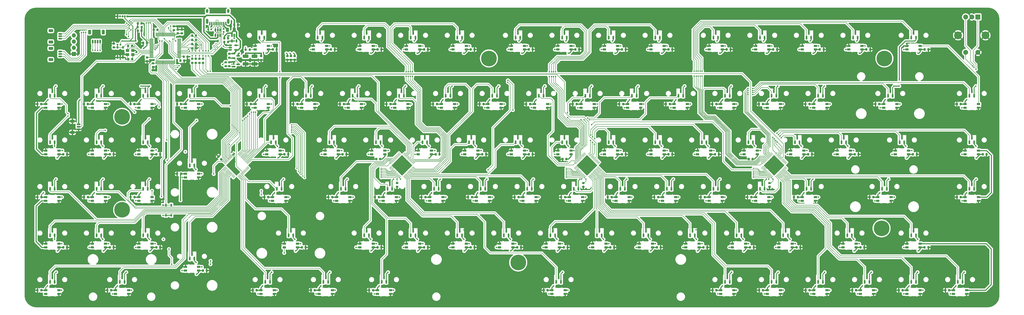
<source format=gbr>
%TF.GenerationSoftware,KiCad,Pcbnew,9.0.5*%
%TF.CreationDate,2026-01-18T13:13:48+07:00*%
%TF.ProjectId,MK98,4d4b3938-2e6b-4696-9361-645f70636258,rev?*%
%TF.SameCoordinates,Original*%
%TF.FileFunction,Copper,L2,Bot*%
%TF.FilePolarity,Positive*%
%FSLAX46Y46*%
G04 Gerber Fmt 4.6, Leading zero omitted, Abs format (unit mm)*
G04 Created by KiCad (PCBNEW 9.0.5) date 2026-01-18 13:13:48*
%MOMM*%
%LPD*%
G01*
G04 APERTURE LIST*
G04 Aperture macros list*
%AMRoundRect*
0 Rectangle with rounded corners*
0 $1 Rounding radius*
0 $2 $3 $4 $5 $6 $7 $8 $9 X,Y pos of 4 corners*
0 Add a 4 corners polygon primitive as box body*
4,1,4,$2,$3,$4,$5,$6,$7,$8,$9,$2,$3,0*
0 Add four circle primitives for the rounded corners*
1,1,$1+$1,$2,$3*
1,1,$1+$1,$4,$5*
1,1,$1+$1,$6,$7*
1,1,$1+$1,$8,$9*
0 Add four rect primitives between the rounded corners*
20,1,$1+$1,$2,$3,$4,$5,0*
20,1,$1+$1,$4,$5,$6,$7,0*
20,1,$1+$1,$6,$7,$8,$9,0*
20,1,$1+$1,$8,$9,$2,$3,0*%
%AMRotRect*
0 Rectangle, with rotation*
0 The origin of the aperture is its center*
0 $1 length*
0 $2 width*
0 $3 Rotation angle, in degrees counterclockwise*
0 Add horizontal line*
21,1,$1,$2,0,0,$3*%
%AMFreePoly0*
4,1,18,-0.410000,0.593000,-0.403758,0.624380,-0.385983,0.650983,-0.359380,0.668758,-0.328000,0.675000,0.328000,0.675000,0.359380,0.668758,0.385983,0.650983,0.403758,0.624380,0.410000,0.593000,0.410000,-0.593000,0.403758,-0.624380,0.385983,-0.650983,0.359380,-0.668758,0.328000,-0.675000,0.000000,-0.675000,-0.410000,-0.265000,-0.410000,0.593000,-0.410000,0.593000,$1*%
G04 Aperture macros list end*
%TA.AperFunction,ComponentPad*%
%ADD10C,0.800000*%
%TD*%
%TA.AperFunction,ComponentPad*%
%ADD11C,6.400000*%
%TD*%
%TA.AperFunction,ComponentPad*%
%ADD12R,1.700000X1.700000*%
%TD*%
%TA.AperFunction,ComponentPad*%
%ADD13O,1.700000X1.700000*%
%TD*%
%TA.AperFunction,ComponentPad*%
%ADD14R,2.000000X2.000000*%
%TD*%
%TA.AperFunction,ComponentPad*%
%ADD15C,2.000000*%
%TD*%
%TA.AperFunction,ComponentPad*%
%ADD16C,3.200000*%
%TD*%
%TA.AperFunction,ComponentPad*%
%ADD17R,0.850000X0.850000*%
%TD*%
%TA.AperFunction,ComponentPad*%
%ADD18C,0.850000*%
%TD*%
%TA.AperFunction,SMDPad,CuDef*%
%ADD19RoundRect,0.082000X-0.593000X0.328000X-0.593000X-0.328000X0.593000X-0.328000X0.593000X0.328000X0*%
%TD*%
%TA.AperFunction,SMDPad,CuDef*%
%ADD20FreePoly0,270.000000*%
%TD*%
%TA.AperFunction,SMDPad,CuDef*%
%ADD21RoundRect,0.082000X0.593000X-0.328000X0.593000X0.328000X-0.593000X0.328000X-0.593000X-0.328000X0*%
%TD*%
%TA.AperFunction,SMDPad,CuDef*%
%ADD22FreePoly0,90.000000*%
%TD*%
%TA.AperFunction,SMDPad,CuDef*%
%ADD23RoundRect,0.150000X-0.150000X-0.625000X0.150000X-0.625000X0.150000X0.625000X-0.150000X0.625000X0*%
%TD*%
%TA.AperFunction,SMDPad,CuDef*%
%ADD24RoundRect,0.250000X-0.350000X-0.650000X0.350000X-0.650000X0.350000X0.650000X-0.350000X0.650000X0*%
%TD*%
%TA.AperFunction,SMDPad,CuDef*%
%ADD25RoundRect,0.225000X0.225000X0.250000X-0.225000X0.250000X-0.225000X-0.250000X0.225000X-0.250000X0*%
%TD*%
%TA.AperFunction,SMDPad,CuDef*%
%ADD26RoundRect,0.150000X0.150000X-0.587500X0.150000X0.587500X-0.150000X0.587500X-0.150000X-0.587500X0*%
%TD*%
%TA.AperFunction,ComponentPad*%
%ADD27C,0.600000*%
%TD*%
%TA.AperFunction,SMDPad,CuDef*%
%ADD28RoundRect,0.250000X-0.945000X0.420000X-0.945000X-0.420000X0.945000X-0.420000X0.945000X0.420000X0*%
%TD*%
%TA.AperFunction,SMDPad,CuDef*%
%ADD29RoundRect,0.225000X-0.225000X-0.250000X0.225000X-0.250000X0.225000X0.250000X-0.225000X0.250000X0*%
%TD*%
%TA.AperFunction,SMDPad,CuDef*%
%ADD30RoundRect,0.200000X-0.275000X0.200000X-0.275000X-0.200000X0.275000X-0.200000X0.275000X0.200000X0*%
%TD*%
%TA.AperFunction,SMDPad,CuDef*%
%ADD31RoundRect,0.225000X0.250000X-0.225000X0.250000X0.225000X-0.250000X0.225000X-0.250000X-0.225000X0*%
%TD*%
%TA.AperFunction,SMDPad,CuDef*%
%ADD32RoundRect,0.150000X-0.512500X-0.150000X0.512500X-0.150000X0.512500X0.150000X-0.512500X0.150000X0*%
%TD*%
%TA.AperFunction,SMDPad,CuDef*%
%ADD33RoundRect,0.250000X0.375000X0.625000X-0.375000X0.625000X-0.375000X-0.625000X0.375000X-0.625000X0*%
%TD*%
%TA.AperFunction,SMDPad,CuDef*%
%ADD34RoundRect,0.160000X-0.160000X0.197500X-0.160000X-0.197500X0.160000X-0.197500X0.160000X0.197500X0*%
%TD*%
%TA.AperFunction,SMDPad,CuDef*%
%ADD35RoundRect,0.225000X-0.250000X0.225000X-0.250000X-0.225000X0.250000X-0.225000X0.250000X0.225000X0*%
%TD*%
%TA.AperFunction,SMDPad,CuDef*%
%ADD36R,0.700000X1.050013*%
%TD*%
%TA.AperFunction,SMDPad,CuDef*%
%ADD37RoundRect,0.150000X0.625000X-0.150000X0.625000X0.150000X-0.625000X0.150000X-0.625000X-0.150000X0*%
%TD*%
%TA.AperFunction,SMDPad,CuDef*%
%ADD38RoundRect,0.250000X0.650000X-0.350000X0.650000X0.350000X-0.650000X0.350000X-0.650000X-0.350000X0*%
%TD*%
%TA.AperFunction,SMDPad,CuDef*%
%ADD39RoundRect,0.150000X-0.150000X0.512500X-0.150000X-0.512500X0.150000X-0.512500X0.150000X0.512500X0*%
%TD*%
%TA.AperFunction,SMDPad,CuDef*%
%ADD40RoundRect,0.250000X-0.450000X-0.350000X0.450000X-0.350000X0.450000X0.350000X-0.450000X0.350000X0*%
%TD*%
%TA.AperFunction,SMDPad,CuDef*%
%ADD41RoundRect,0.150000X-0.587500X-0.150000X0.587500X-0.150000X0.587500X0.150000X-0.587500X0.150000X0*%
%TD*%
%TA.AperFunction,SMDPad,CuDef*%
%ADD42RoundRect,0.200000X-0.200000X-0.275000X0.200000X-0.275000X0.200000X0.275000X-0.200000X0.275000X0*%
%TD*%
%TA.AperFunction,SMDPad,CuDef*%
%ADD43RoundRect,0.160000X0.197500X0.160000X-0.197500X0.160000X-0.197500X-0.160000X0.197500X-0.160000X0*%
%TD*%
%TA.AperFunction,SMDPad,CuDef*%
%ADD44RoundRect,0.150000X-0.625000X0.150000X-0.625000X-0.150000X0.625000X-0.150000X0.625000X0.150000X0*%
%TD*%
%TA.AperFunction,SMDPad,CuDef*%
%ADD45RoundRect,0.250000X-0.650000X0.350000X-0.650000X-0.350000X0.650000X-0.350000X0.650000X0.350000X0*%
%TD*%
%TA.AperFunction,SMDPad,CuDef*%
%ADD46RoundRect,0.200000X0.275000X-0.200000X0.275000X0.200000X-0.275000X0.200000X-0.275000X-0.200000X0*%
%TD*%
%TA.AperFunction,SMDPad,CuDef*%
%ADD47RotRect,0.229400X1.161999X315.000000*%
%TD*%
%TA.AperFunction,SMDPad,CuDef*%
%ADD48RotRect,0.229400X1.161999X45.000000*%
%TD*%
%TA.AperFunction,SMDPad,CuDef*%
%ADD49RotRect,0.229400X1.161999X135.000000*%
%TD*%
%TA.AperFunction,SMDPad,CuDef*%
%ADD50RoundRect,0.075000X-0.700000X-0.075000X0.700000X-0.075000X0.700000X0.075000X-0.700000X0.075000X0*%
%TD*%
%TA.AperFunction,SMDPad,CuDef*%
%ADD51RoundRect,0.075000X-0.075000X-0.700000X0.075000X-0.700000X0.075000X0.700000X-0.075000X0.700000X0*%
%TD*%
%TA.AperFunction,SMDPad,CuDef*%
%ADD52RoundRect,0.225000X-0.335876X-0.017678X-0.017678X-0.335876X0.335876X0.017678X0.017678X0.335876X0*%
%TD*%
%TA.AperFunction,SMDPad,CuDef*%
%ADD53R,0.600000X1.450000*%
%TD*%
%TA.AperFunction,SMDPad,CuDef*%
%ADD54R,0.300000X1.450000*%
%TD*%
%TA.AperFunction,HeatsinkPad*%
%ADD55O,1.000000X1.600000*%
%TD*%
%TA.AperFunction,HeatsinkPad*%
%ADD56O,1.000000X2.100000*%
%TD*%
%TA.AperFunction,ViaPad*%
%ADD57C,0.600000*%
%TD*%
%TA.AperFunction,ViaPad*%
%ADD58C,0.500000*%
%TD*%
%TA.AperFunction,Conductor*%
%ADD59C,0.200000*%
%TD*%
%TA.AperFunction,Conductor*%
%ADD60C,0.400000*%
%TD*%
%TA.AperFunction,Conductor*%
%ADD61C,0.250000*%
%TD*%
%TA.AperFunction,Conductor*%
%ADD62C,0.300000*%
%TD*%
%TA.AperFunction,Conductor*%
%ADD63C,0.600000*%
%TD*%
%TA.AperFunction,Conductor*%
%ADD64C,0.700000*%
%TD*%
G04 APERTURE END LIST*
D10*
%TO.P,H3,1*%
%TO.N,N/C*%
X211882679Y-46475571D03*
X212585623Y-44778515D03*
X212585623Y-48172627D03*
X214282679Y-44075571D03*
D11*
X214282679Y-46475571D03*
D10*
X214282679Y-48875571D03*
X215979735Y-44778515D03*
X215979735Y-48172627D03*
X216682679Y-46475571D03*
%TD*%
D12*
%TO.P,J4,1,GND*%
%TO.N,GND*%
X44400000Y-44640000D03*
D13*
%TO.P,J4,2,VCC*%
%TO.N,+3V3*%
X44400000Y-42100000D03*
%TO.P,J4,3,SCL*%
%TO.N,SCL*%
X44400000Y-39560000D03*
%TO.P,J4,4,SDA*%
%TO.N,SDA*%
X44400000Y-37020000D03*
%TD*%
D10*
%TO.P,H2,1*%
%TO.N,N/C*%
X61785000Y-108425000D03*
X62487944Y-106727944D03*
X62487944Y-110122056D03*
X64185000Y-106025000D03*
D11*
X64185000Y-108425000D03*
D10*
X64185000Y-110825000D03*
X65882056Y-106727944D03*
X65882056Y-110122056D03*
X66585000Y-108425000D03*
%TD*%
%TO.P,H5,1*%
%TO.N,N/C*%
X373695424Y-46477450D03*
X374398368Y-44780394D03*
X374398368Y-48174506D03*
X376095424Y-44077450D03*
D11*
X376095424Y-46477450D03*
D10*
X376095424Y-48877450D03*
X377792480Y-44780394D03*
X377792480Y-48174506D03*
X378495424Y-46477450D03*
%TD*%
%TO.P,H6,1*%
%TO.N,N/C*%
X372550000Y-116022814D03*
X373252944Y-114325758D03*
X373252944Y-117719870D03*
X374950000Y-113622814D03*
D11*
X374950000Y-116022814D03*
D10*
X374950000Y-118422814D03*
X376647056Y-114325758D03*
X376647056Y-117719870D03*
X377350000Y-116022814D03*
%TD*%
%TO.P,H1,1*%
%TO.N,N/C*%
X61785000Y-70375000D03*
X62487944Y-68677944D03*
X62487944Y-72072056D03*
X64185000Y-67975000D03*
D11*
X64185000Y-70375000D03*
D10*
X64185000Y-72775000D03*
X65882056Y-68677944D03*
X65882056Y-72072056D03*
X66585000Y-70375000D03*
%TD*%
%TO.P,H4,1*%
%TO.N,N/C*%
X223860000Y-130000000D03*
X224562944Y-128302944D03*
X224562944Y-131697056D03*
X226260000Y-127600000D03*
D11*
X226260000Y-130000000D03*
D10*
X226260000Y-132400000D03*
X227957056Y-128302944D03*
X227957056Y-131697056D03*
X228660000Y-130000000D03*
%TD*%
D14*
%TO.P,ENC1,A,A*%
%TO.N,ENC_A*%
X414347719Y-29487475D03*
D15*
%TO.P,ENC1,B,B*%
%TO.N,ENC_B*%
X409347719Y-29487475D03*
%TO.P,ENC1,C,C*%
%TO.N,GND*%
X411847719Y-29487475D03*
D16*
%TO.P,ENC1,MP,MP*%
X417447719Y-36987475D03*
X406247719Y-36987475D03*
D15*
%TO.P,ENC1,S1,S1*%
%TO.N,ENC_SW*%
X409347719Y-43987475D03*
%TO.P,ENC1,S2,S2*%
%TO.N,GND*%
X414347719Y-43987475D03*
%TD*%
D17*
%TO.P,J3,1,Pin_1*%
%TO.N,GND*%
X62300000Y-29275000D03*
D18*
%TO.P,J3,2,Pin_2*%
%TO.N,JTCK-SWCLK*%
X63300000Y-29275000D03*
%TO.P,J3,3,Pin_3*%
%TO.N,JTMS-SWDIO*%
X64300001Y-29275000D03*
%TO.P,J3,4,Pin_4*%
%TO.N,+3V3*%
X65300000Y-29275000D03*
%TO.P,J3,5,Pin_5*%
%TO.N,+5V*%
X66300000Y-29275000D03*
%TD*%
D19*
%TO.P,LED38,1,VDD*%
%TO.N,+5V_LED*%
X152635000Y-85680000D03*
%TO.P,LED38,2,DOUT*%
%TO.N,Net-(LED38-DOUT)*%
X152635000Y-84180000D03*
%TO.P,LED38,3,DIN*%
%TO.N,Net-(LED37-DOUT)*%
X147185000Y-85680000D03*
D20*
%TO.P,LED38,4,VSS*%
%TO.N,GND*%
X147185000Y-84180000D03*
%TD*%
D21*
%TO.P,LED87,1,VDD*%
%TO.N,+5V_LED*%
X61460000Y-141330000D03*
%TO.P,LED87,2,DOUT*%
%TO.N,Net-(LED86-DIN)*%
X61460000Y-142830000D03*
%TO.P,LED87,3,DIN*%
%TO.N,Net-(LED87-DIN)*%
X66910000Y-141330000D03*
D22*
%TO.P,LED87,4,VSS*%
%TO.N,GND*%
X66910000Y-142830000D03*
%TD*%
D19*
%TO.P,LED10,1,VDD*%
%TO.N,+5V_LED*%
X309797500Y-42817500D03*
%TO.P,LED10,2,DOUT*%
%TO.N,Net-(LED10-DOUT)*%
X309797500Y-41317500D03*
%TO.P,LED10,3,DIN*%
%TO.N,Net-(LED10-DIN)*%
X304347500Y-42817500D03*
D20*
%TO.P,LED10,4,VSS*%
%TO.N,GND*%
X304347500Y-41317500D03*
%TD*%
D23*
%TO.P,J5,1,Pin_1*%
%TO.N,Net-(J5-Pin_1)*%
X52150000Y-39575000D03*
%TO.P,J5,2,Pin_2*%
%TO.N,Net-(J5-Pin_2)*%
X53150000Y-39575000D03*
%TO.P,J5,3,Pin_3*%
%TO.N,Net-(J5-Pin_3)*%
X54150000Y-39575000D03*
%TO.P,J5,4,Pin_4*%
%TO.N,Net-(J5-Pin_4)*%
X55150000Y-39575000D03*
D24*
%TO.P,J5,MP*%
%TO.N,N/C*%
X50850000Y-35700000D03*
X56450000Y-35700000D03*
%TD*%
D21*
%TO.P,LED59,1,VDD*%
%TO.N,+5V_LED*%
X209097500Y-103230000D03*
%TO.P,LED59,2,DOUT*%
%TO.N,Net-(LED58-DIN)*%
X209097500Y-104730000D03*
%TO.P,LED59,3,DIN*%
%TO.N,Net-(LED59-DIN)*%
X214547500Y-103230000D03*
D22*
%TO.P,LED59,4,VSS*%
%TO.N,GND*%
X214547500Y-104730000D03*
%TD*%
D25*
%TO.P,C29,1*%
%TO.N,+5V_LED*%
X307287500Y-65150000D03*
%TO.P,C29,2*%
%TO.N,GND*%
X305737500Y-65150000D03*
%TD*%
D26*
%TO.P,HE39,1,VCC*%
%TO.N,+3V3A*%
X169910000Y-80787500D03*
%TO.P,HE39,2,VOUT*%
%TO.N,/HE Sensor/HE39_W*%
X168010000Y-80787500D03*
%TO.P,HE39,3,GND*%
%TO.N,GND*%
X168960000Y-78912500D03*
D27*
X168960000Y-77550000D03*
%TD*%
D26*
%TO.P,HE5,1,VCC*%
%TO.N,+3V3A*%
X203247500Y-37925000D03*
%TO.P,HE5,2,VOUT*%
%TO.N,/HE Sensor/HE5_F4*%
X201347500Y-37925000D03*
%TO.P,HE5,3,GND*%
%TO.N,GND*%
X202297500Y-36050000D03*
D27*
X202297500Y-34687500D03*
%TD*%
D28*
%TO.P,C109,1*%
%TO.N,+5V_LED*%
X118348137Y-45600571D03*
%TO.P,C109,2*%
%TO.N,GND*%
X118348137Y-48680571D03*
%TD*%
D21*
%TO.P,LED68,1,VDD*%
%TO.N,+5V_LED*%
X409122500Y-103230000D03*
%TO.P,LED68,2,DOUT*%
%TO.N,Net-(LED67-DIN)*%
X409122500Y-104730000D03*
%TO.P,LED68,3,DIN*%
%TO.N,Net-(LED51-DOUT)*%
X414572500Y-103230000D03*
D22*
%TO.P,LED68,4,VSS*%
%TO.N,GND*%
X414572500Y-104730000D03*
%TD*%
D19*
%TO.P,LED47,1,VDD*%
%TO.N,+5V_LED*%
X324085000Y-85680000D03*
%TO.P,LED47,2,DOUT*%
%TO.N,Net-(LED47-DOUT)*%
X324085000Y-84180000D03*
%TO.P,LED47,3,DIN*%
%TO.N,Net-(LED46-DOUT)*%
X318635000Y-85680000D03*
D20*
%TO.P,LED47,4,VSS*%
%TO.N,GND*%
X318635000Y-84180000D03*
%TD*%
D25*
%TO.P,C28,1*%
%TO.N,+5V_LED*%
X288237500Y-65150000D03*
%TO.P,C28,2*%
%TO.N,GND*%
X286687500Y-65150000D03*
%TD*%
D21*
%TO.P,LED95,1,VDD*%
%TO.N,+5V_LED*%
X366260000Y-141330000D03*
%TO.P,LED95,2,DOUT*%
%TO.N,Net-(LED94-DIN)*%
X366260000Y-142830000D03*
%TO.P,LED95,3,DIN*%
%TO.N,Net-(LED95-DIN)*%
X371710000Y-141330000D03*
D22*
%TO.P,LED95,4,VSS*%
%TO.N,GND*%
X371710000Y-142830000D03*
%TD*%
D26*
%TO.P,HE67,1,VCC*%
%TO.N,+3V3A*%
X377078750Y-99837500D03*
%TO.P,HE67,2,VOUT*%
%TO.N,/HE Sensor/HE68_Enter*%
X375178750Y-99837500D03*
%TO.P,HE67,3,GND*%
%TO.N,GND*%
X376128750Y-97962500D03*
D27*
X376128750Y-96600000D03*
%TD*%
D21*
%TO.P,LED96,1,VDD*%
%TO.N,+5V_LED*%
X385310000Y-141330000D03*
%TO.P,LED96,2,DOUT*%
%TO.N,Net-(LED95-DIN)*%
X385310000Y-142830000D03*
%TO.P,LED96,3,DIN*%
%TO.N,Net-(LED96-DIN)*%
X390760000Y-141330000D03*
D22*
%TO.P,LED96,4,VSS*%
%TO.N,GND*%
X390760000Y-142830000D03*
%TD*%
D29*
%TO.P,C5,1*%
%TO.N,+5V_LED*%
X206807501Y-42820000D03*
%TO.P,C5,2*%
%TO.N,GND*%
X208357501Y-42820000D03*
%TD*%
D26*
%TO.P,HE49,1,VCC*%
%TO.N,+3V3A*%
X360410000Y-80787500D03*
%TO.P,HE49,2,VOUT*%
%TO.N,/HE Sensor/HE49_RightBracket*%
X358510000Y-80787500D03*
%TO.P,HE49,3,GND*%
%TO.N,GND*%
X359460000Y-78912500D03*
D27*
X359460000Y-77550000D03*
%TD*%
D30*
%TO.P,R4,1*%
%TO.N,Net-(U4-PC9)*%
X92860000Y-46620000D03*
%TO.P,R4,2*%
%TO.N,MUX1*%
X92860000Y-48270000D03*
%TD*%
D26*
%TO.P,HE28,1,VCC*%
%TO.N,+3V3A*%
X293735000Y-61737500D03*
%TO.P,HE28,2,VOUT*%
%TO.N,/HE Sensor/HE28_9*%
X291835000Y-61737500D03*
%TO.P,HE28,3,GND*%
%TO.N,GND*%
X292785000Y-59862500D03*
D27*
X292785000Y-58500000D03*
%TD*%
D26*
%TO.P,HE95,1,VCC*%
%TO.N,+3V3A*%
X369935000Y-137937500D03*
%TO.P,HE95,2,VOUT*%
%TO.N,/HE Sensor/HE96_ArrowLeft*%
X368035000Y-137937500D03*
%TO.P,HE95,3,GND*%
%TO.N,GND*%
X368985000Y-136062500D03*
D27*
X368985000Y-134700000D03*
%TD*%
D25*
%TO.P,C124,1*%
%TO.N,GND*%
X107525000Y-38250000D03*
%TO.P,C124,2*%
%TO.N,+5V*%
X105975000Y-38250000D03*
%TD*%
D31*
%TO.P,C114,1*%
%TO.N,+3V3*%
X88623857Y-36222815D03*
%TO.P,C114,2*%
%TO.N,GND*%
X88623857Y-34672815D03*
%TD*%
D26*
%TO.P,HE9,1,VCC*%
%TO.N,+3V3A*%
X284210000Y-37925000D03*
%TO.P,HE9,2,VOUT*%
%TO.N,/HE Sensor/HE9_F8*%
X282310000Y-37925000D03*
%TO.P,HE9,3,GND*%
%TO.N,GND*%
X283260000Y-36050000D03*
D27*
X283260000Y-34687500D03*
%TD*%
D19*
%TO.P,LED74,1,VDD*%
%TO.N,+5V_LED*%
X166922500Y-123780000D03*
%TO.P,LED74,2,DOUT*%
%TO.N,Net-(LED74-DOUT)*%
X166922500Y-122280000D03*
%TO.P,LED74,3,DIN*%
%TO.N,Net-(LED73-DOUT)*%
X161472500Y-123780000D03*
D20*
%TO.P,LED74,4,VSS*%
%TO.N,GND*%
X161472500Y-122280000D03*
%TD*%
D26*
%TO.P,HE64,1,VCC*%
%TO.N,+3V3A*%
X308022500Y-99837500D03*
%TO.P,HE64,2,VOUT*%
%TO.N,/HE Sensor/HE65_L*%
X306122500Y-99837500D03*
%TO.P,HE64,3,GND*%
%TO.N,GND*%
X307072500Y-97962500D03*
D27*
X307072500Y-96600000D03*
%TD*%
D25*
%TO.P,C24,1*%
%TO.N,+5V_LED*%
X212037500Y-65150000D03*
%TO.P,C24,2*%
%TO.N,GND*%
X210487500Y-65150000D03*
%TD*%
D32*
%TO.P,U2,1,~{OE}*%
%TO.N,GND*%
X108455000Y-42950000D03*
%TO.P,U2,2,A*%
%TO.N,3V_RGB*%
X108455000Y-42000001D03*
%TO.P,U2,3,GND*%
%TO.N,GND*%
X108455000Y-41050002D03*
%TO.P,U2,4,Y*%
%TO.N,5V_RGB_OUT*%
X110730000Y-41050002D03*
%TO.P,U2,5,VCC*%
%TO.N,+5V*%
X110730000Y-42950000D03*
%TD*%
D21*
%TO.P,LED26,1,VDD*%
%TO.N,+5V_LED*%
X251960000Y-65130000D03*
%TO.P,LED26,2,DOUT*%
%TO.N,Net-(LED25-DIN)*%
X251960000Y-66630000D03*
%TO.P,LED26,3,DIN*%
%TO.N,Net-(LED26-DIN)*%
X257410000Y-65130000D03*
D22*
%TO.P,LED26,4,VSS*%
%TO.N,GND*%
X257410000Y-66630000D03*
%TD*%
D19*
%TO.P,LED43,1,VDD*%
%TO.N,+5V_LED*%
X247885000Y-85680000D03*
%TO.P,LED43,2,DOUT*%
%TO.N,Net-(LED43-DOUT)*%
X247885000Y-84180000D03*
%TO.P,LED43,3,DIN*%
%TO.N,Net-(LED42-DOUT)*%
X242435000Y-85680000D03*
D20*
%TO.P,LED43,4,VSS*%
%TO.N,GND*%
X242435000Y-84180000D03*
%TD*%
D26*
%TO.P,HE59,1,VCC*%
%TO.N,+3V3A*%
X212772500Y-99837500D03*
%TO.P,HE59,2,VOUT*%
%TO.N,/HE Sensor/HE60_F*%
X210872500Y-99837500D03*
%TO.P,HE59,3,GND*%
%TO.N,GND*%
X211822500Y-97962500D03*
D27*
X211822500Y-96600000D03*
%TD*%
D26*
%TO.P,HE31,1,VCC*%
%TO.N,+3V3A*%
X350885000Y-61737500D03*
%TO.P,HE31,2,VOUT*%
%TO.N,/HE Sensor/HE31_Plus*%
X348985000Y-61737500D03*
%TO.P,HE31,3,GND*%
%TO.N,GND*%
X349935000Y-59862500D03*
D27*
X349935000Y-58500000D03*
%TD*%
D26*
%TO.P,HE23,1,VCC*%
%TO.N,+3V3A*%
X198485000Y-61737500D03*
%TO.P,HE23,2,VOUT*%
%TO.N,/HE Sensor/HE23_4*%
X196585000Y-61737500D03*
%TO.P,HE23,3,GND*%
%TO.N,GND*%
X197535000Y-59862500D03*
D27*
X197535000Y-58500000D03*
%TD*%
D26*
%TO.P,HE78,1,VCC*%
%TO.N,+3V3A*%
X241347500Y-118887500D03*
%TO.P,HE78,2,VOUT*%
%TO.N,/HE Sensor/HE78_B*%
X239447500Y-118887500D03*
%TO.P,HE78,3,GND*%
%TO.N,GND*%
X240397500Y-117012500D03*
D27*
X240397500Y-115650000D03*
%TD*%
D26*
%TO.P,HE35,1,VCC*%
%TO.N,+3V3A*%
X74660000Y-80787500D03*
%TO.P,HE35,2,VOUT*%
%TO.N,/HE Sensor/HE36_Num_3*%
X72760000Y-80787500D03*
%TO.P,HE35,3,GND*%
%TO.N,GND*%
X73710000Y-78912500D03*
D27*
X73710000Y-77550000D03*
%TD*%
D26*
%TO.P,HE7,1,VCC*%
%TO.N,+3V3A*%
X246110000Y-37925000D03*
%TO.P,HE7,2,VOUT*%
%TO.N,/HE Sensor/HE7_F6*%
X244210000Y-37925000D03*
%TO.P,HE7,3,GND*%
%TO.N,GND*%
X245160000Y-36050000D03*
D27*
X245160000Y-34687500D03*
%TD*%
D21*
%TO.P,LED19,1,VDD*%
%TO.N,+5V_LED*%
X118610000Y-65130000D03*
%TO.P,LED19,2,DOUT*%
%TO.N,Net-(LED18-DIN)*%
X118610000Y-66630000D03*
%TO.P,LED19,3,DIN*%
%TO.N,Net-(LED19-DIN)*%
X124060000Y-65130000D03*
D22*
%TO.P,LED19,4,VSS*%
%TO.N,GND*%
X124060000Y-66630000D03*
%TD*%
D19*
%TO.P,LED8,1,VDD*%
%TO.N,+5V_LED*%
X266935000Y-42817500D03*
%TO.P,LED8,2,DOUT*%
%TO.N,Net-(LED8-DOUT)*%
X266935000Y-41317500D03*
%TO.P,LED8,3,DIN*%
%TO.N,Net-(LED7-DOUT)*%
X261485000Y-42817500D03*
D20*
%TO.P,LED8,4,VSS*%
%TO.N,GND*%
X261485000Y-41317500D03*
%TD*%
D33*
%TO.P,F1,1*%
%TO.N,+5V*%
X110050000Y-34700000D03*
%TO.P,F1,2*%
%TO.N,Net-(F1-Pad2)*%
X107250002Y-34700000D03*
%TD*%
D26*
%TO.P,HE80,1,VCC*%
%TO.N,+3V3A*%
X279447500Y-118887500D03*
%TO.P,HE80,2,VOUT*%
%TO.N,/HE Sensor/HE80_M*%
X277547500Y-118887500D03*
%TO.P,HE80,3,GND*%
%TO.N,GND*%
X278497500Y-117012500D03*
D27*
X278497500Y-115650000D03*
%TD*%
D26*
%TO.P,HE63,1,VCC*%
%TO.N,+3V3A*%
X288972500Y-99837500D03*
%TO.P,HE63,2,VOUT*%
%TO.N,/HE Sensor/HE64_K*%
X287072500Y-99837500D03*
%TO.P,HE63,3,GND*%
%TO.N,GND*%
X288022500Y-97962500D03*
D27*
X288022500Y-96600000D03*
%TD*%
D26*
%TO.P,HE17,1,VCC*%
%TO.N,+3V3A*%
X74660000Y-61737500D03*
%TO.P,HE17,2,VOUT*%
%TO.N,/HE Sensor/HE16_Num_Star*%
X72760000Y-61737500D03*
%TO.P,HE17,3,GND*%
%TO.N,GND*%
X73710000Y-59862500D03*
D27*
X73710000Y-58500000D03*
%TD*%
D29*
%TO.P,C41,1*%
%TO.N,+5V_LED*%
X211571974Y-85674911D03*
%TO.P,C41,2*%
%TO.N,GND*%
X213121974Y-85674911D03*
%TD*%
D34*
%TO.P,R9,1*%
%TO.N,Net-(J1-CC2)*%
X105732149Y-34387351D03*
%TO.P,R9,2*%
%TO.N,GND*%
X105732149Y-35582351D03*
%TD*%
D35*
%TO.P,C101,1*%
%TO.N,+5V_LED*%
X134750000Y-45460000D03*
%TO.P,C101,2*%
%TO.N,GND*%
X134750000Y-47010000D03*
%TD*%
D26*
%TO.P,HE10,1,VCC*%
%TO.N,+3V3A*%
X308022500Y-37925000D03*
%TO.P,HE10,2,VOUT*%
%TO.N,/HE Sensor/HE10_F9*%
X306122500Y-37925000D03*
%TO.P,HE10,3,GND*%
%TO.N,GND*%
X307072500Y-36050000D03*
D27*
X307072500Y-34687500D03*
%TD*%
D26*
%TO.P,HE25,1,VCC*%
%TO.N,+3V3A*%
X236585000Y-61737500D03*
%TO.P,HE25,2,VOUT*%
%TO.N,/HE Sensor/HE25_6*%
X234685000Y-61737500D03*
%TO.P,HE25,3,GND*%
%TO.N,GND*%
X235635000Y-59862500D03*
D27*
X235635000Y-58500000D03*
%TD*%
D19*
%TO.P,LED50,1,VDD*%
%TO.N,+5V_LED*%
X385997500Y-85680000D03*
%TO.P,LED50,2,DOUT*%
%TO.N,Net-(LED50-DOUT)*%
X385997500Y-84180000D03*
%TO.P,LED50,3,DIN*%
%TO.N,Net-(LED49-DOUT)*%
X380547500Y-85680000D03*
D20*
%TO.P,LED50,4,VSS*%
%TO.N,GND*%
X380547500Y-84180000D03*
%TD*%
D19*
%TO.P,LED48,1,VDD*%
%TO.N,+5V_LED*%
X343135000Y-85680000D03*
%TO.P,LED48,2,DOUT*%
%TO.N,Net-(LED48-DOUT)*%
X343135000Y-84180000D03*
%TO.P,LED48,3,DIN*%
%TO.N,Net-(LED47-DOUT)*%
X337685000Y-85680000D03*
D20*
%TO.P,LED48,4,VSS*%
%TO.N,GND*%
X337685000Y-84180000D03*
%TD*%
D36*
%TO.P,RST_BTN1,1,1*%
%TO.N,/NRST*%
X62325070Y-41899924D03*
%TO.P,RST_BTN1,2,2*%
%TO.N,GND*%
X62325070Y-46100076D03*
%TO.P,RST_BTN1,3,3*%
%TO.N,/NRST*%
X64474930Y-41899924D03*
%TO.P,RST_BTN1,4,4*%
%TO.N,GND*%
X64474930Y-46100076D03*
%TD*%
D30*
%TO.P,R2,1*%
%TO.N,/GP23_LED_EN*%
X106550000Y-48010000D03*
%TO.P,R2,2*%
%TO.N,/LED_GATE*%
X106550000Y-49660000D03*
%TD*%
D25*
%TO.P,C115,1*%
%TO.N,+3V3*%
X78650000Y-34775000D03*
%TO.P,C115,2*%
%TO.N,GND*%
X77100000Y-34775000D03*
%TD*%
D29*
%TO.P,C69,1*%
%TO.N,+5V_LED*%
X40115000Y-123790000D03*
%TO.P,C69,2*%
%TO.N,GND*%
X41665000Y-123790000D03*
%TD*%
D25*
%TO.P,C15,1*%
%TO.N,+5V_LED*%
X31062500Y-65150000D03*
%TO.P,C15,2*%
%TO.N,GND*%
X29512500Y-65150000D03*
%TD*%
D37*
%TO.P,J6,1,Pin_1*%
%TO.N,Net-(J6-Pin_1)*%
X38875000Y-45625000D03*
%TO.P,J6,2,Pin_2*%
%TO.N,Net-(J6-Pin_2)*%
X38875001Y-44625000D03*
%TO.P,J6,3,Pin_3*%
%TO.N,Net-(J6-Pin_3)*%
X38875000Y-43625000D03*
D38*
%TO.P,J6,MP*%
%TO.N,N/C*%
X35000000Y-46925000D03*
X35000000Y-42325000D03*
%TD*%
D26*
%TO.P,HE92,1,VCC*%
%TO.N,+3V3A*%
X312785000Y-137937500D03*
%TO.P,HE92,2,VOUT*%
%TO.N,/HE Sensor/HE93_RightAlt*%
X310885000Y-137937500D03*
%TO.P,HE92,3,GND*%
%TO.N,GND*%
X311835000Y-136062500D03*
D27*
X311835000Y-134700000D03*
%TD*%
D29*
%TO.P,C80,1*%
%TO.N,+5V_LED*%
X283002500Y-123790000D03*
%TO.P,C80,2*%
%TO.N,GND*%
X284552500Y-123790000D03*
%TD*%
%TO.P,C42,1*%
%TO.N,+5V_LED*%
X230621974Y-85674911D03*
%TO.P,C42,2*%
%TO.N,GND*%
X232171974Y-85674911D03*
%TD*%
D26*
%TO.P,HE14,1,VCC*%
%TO.N,+3V3A*%
X388985000Y-37925000D03*
%TO.P,HE14,2,VOUT*%
%TO.N,/HE Sensor/HE14_PrtSc*%
X387085000Y-37925000D03*
%TO.P,HE14,3,GND*%
%TO.N,GND*%
X388035000Y-36050000D03*
D27*
X388035000Y-34687500D03*
%TD*%
D26*
%TO.P,HE79,1,VCC*%
%TO.N,+3V3A*%
X260397500Y-118887500D03*
%TO.P,HE79,2,VOUT*%
%TO.N,/HE Sensor/HE79_N*%
X258497500Y-118887500D03*
%TO.P,HE79,3,GND*%
%TO.N,GND*%
X259447500Y-117012500D03*
D27*
X259447500Y-115650000D03*
%TD*%
D39*
%TO.P,U3,1,I/O1*%
%TO.N,D+in*%
X102370575Y-34784171D03*
%TO.P,U3,2,GND*%
%TO.N,GND*%
X103320574Y-34784171D03*
%TO.P,U3,3,I/O2*%
%TO.N,D-in*%
X104270573Y-34784171D03*
%TO.P,U3,4,I/O2*%
%TO.N,D-out*%
X104270573Y-37059171D03*
%TO.P,U3,5,VBUS*%
%TO.N,+5V*%
X103320574Y-37059171D03*
%TO.P,U3,6,I/O1*%
%TO.N,D+out*%
X102370575Y-37059171D03*
%TD*%
D25*
%TO.P,C32,1*%
%TO.N,+5V_LED*%
X373962500Y-65150000D03*
%TO.P,C32,2*%
%TO.N,GND*%
X372412500Y-65150000D03*
%TD*%
D21*
%TO.P,LED61,1,VDD*%
%TO.N,+5V_LED*%
X247197500Y-103230000D03*
%TO.P,LED61,2,DOUT*%
%TO.N,Net-(LED60-DIN)*%
X247197500Y-104730000D03*
%TO.P,LED61,3,DIN*%
%TO.N,Net-(LED61-DIN)*%
X252647500Y-103230000D03*
D22*
%TO.P,LED61,4,VSS*%
%TO.N,GND*%
X252647500Y-104730000D03*
%TD*%
D25*
%TO.P,C120,1*%
%TO.N,+3V3A*%
X74325000Y-40075000D03*
%TO.P,C120,2*%
%TO.N,GND*%
X72775000Y-40075000D03*
%TD*%
D21*
%TO.P,LED63,1,VDD*%
%TO.N,+5V_LED*%
X285297500Y-103230000D03*
%TO.P,LED63,2,DOUT*%
%TO.N,Net-(LED62-DIN)*%
X285297500Y-104730000D03*
%TO.P,LED63,3,DIN*%
%TO.N,Net-(LED63-DIN)*%
X290747500Y-103230000D03*
D22*
%TO.P,LED63,4,VSS*%
%TO.N,GND*%
X290747500Y-104730000D03*
%TD*%
D26*
%TO.P,HE36,1,VCC*%
%TO.N,+3V3A*%
X93710000Y-90312500D03*
%TO.P,HE36,2,VOUT*%
%TO.N,/HE Sensor/HE52_Num_Plus*%
X91810000Y-90312500D03*
%TO.P,HE36,3,GND*%
%TO.N,GND*%
X92760000Y-88437500D03*
D27*
X92760000Y-87075000D03*
%TD*%
D19*
%TO.P,LED46,1,VDD*%
%TO.N,+5V_LED*%
X305035000Y-85680000D03*
%TO.P,LED46,2,DOUT*%
%TO.N,Net-(LED46-DOUT)*%
X305035000Y-84180000D03*
%TO.P,LED46,3,DIN*%
%TO.N,Net-(LED45-DOUT)*%
X299585000Y-85680000D03*
D20*
%TO.P,LED46,4,VSS*%
%TO.N,GND*%
X299585000Y-84180000D03*
%TD*%
D29*
%TO.P,C10,1*%
%TO.N,+5V_LED*%
X311582501Y-42820000D03*
%TO.P,C10,2*%
%TO.N,GND*%
X313132501Y-42820000D03*
%TD*%
D19*
%TO.P,LED1,1,VDD*%
%TO.N,+5V_LED*%
X124060000Y-42817500D03*
%TO.P,LED1,2,DOUT*%
%TO.N,Net-(LED1-DOUT)*%
X124060000Y-41317500D03*
%TO.P,LED1,3,DIN*%
%TO.N,Net-(LED1-DIN)*%
X118610000Y-42817500D03*
D20*
%TO.P,LED1,4,VSS*%
%TO.N,GND*%
X118610000Y-41317500D03*
%TD*%
D19*
%TO.P,LED11,1,VDD*%
%TO.N,+5V_LED*%
X328847500Y-42817500D03*
%TO.P,LED11,2,DOUT*%
%TO.N,Net-(LED11-DOUT)*%
X328847500Y-41317500D03*
%TO.P,LED11,3,DIN*%
%TO.N,Net-(LED10-DOUT)*%
X323397500Y-42817500D03*
D20*
%TO.P,LED11,4,VSS*%
%TO.N,GND*%
X323397500Y-41317500D03*
%TD*%
D28*
%TO.P,C108,1*%
%TO.N,+5V_LED*%
X114730000Y-45600000D03*
%TO.P,C108,2*%
%TO.N,GND*%
X114730000Y-48680000D03*
%TD*%
D19*
%TO.P,LED6,1,VDD*%
%TO.N,+5V_LED*%
X228835000Y-42817500D03*
%TO.P,LED6,2,DOUT*%
%TO.N,Net-(LED6-DOUT)*%
X228835000Y-41317500D03*
%TO.P,LED6,3,DIN*%
%TO.N,Net-(LED5-DOUT)*%
X223385000Y-42817500D03*
D20*
%TO.P,LED6,4,VSS*%
%TO.N,GND*%
X223385000Y-41317500D03*
%TD*%
D21*
%TO.P,LED22,1,VDD*%
%TO.N,+5V_LED*%
X175760000Y-65130000D03*
%TO.P,LED22,2,DOUT*%
%TO.N,Net-(LED21-DIN)*%
X175760000Y-66630000D03*
%TO.P,LED22,3,DIN*%
%TO.N,Net-(LED22-DIN)*%
X181210000Y-65130000D03*
D22*
%TO.P,LED22,4,VSS*%
%TO.N,GND*%
X181210000Y-66630000D03*
%TD*%
D26*
%TO.P,HE40,1,VCC*%
%TO.N,+3V3A*%
X188960000Y-80787500D03*
%TO.P,HE40,2,VOUT*%
%TO.N,/HE Sensor/HE40_E*%
X187060000Y-80787500D03*
%TO.P,HE40,3,GND*%
%TO.N,GND*%
X188010000Y-78912500D03*
D27*
X188010000Y-77550000D03*
%TD*%
D26*
%TO.P,HE12,1,VCC*%
%TO.N,+3V3A*%
X346122500Y-37925000D03*
%TO.P,HE12,2,VOUT*%
%TO.N,/HE Sensor/HE12_F11*%
X344222500Y-37925000D03*
%TO.P,HE12,3,GND*%
%TO.N,GND*%
X345172500Y-36050000D03*
D27*
X345172500Y-34687500D03*
%TD*%
D35*
%TO.P,C117,1*%
%TO.N,+3V3*%
X76859771Y-48436890D03*
%TO.P,C117,2*%
%TO.N,GND*%
X76859771Y-49986890D03*
%TD*%
D26*
%TO.P,HE82,1,VCC*%
%TO.N,+3V3A*%
X317547500Y-118887500D03*
%TO.P,HE82,2,VOUT*%
%TO.N,/HE Sensor/HE82_Dot*%
X315647500Y-118887500D03*
%TO.P,HE82,3,GND*%
%TO.N,GND*%
X316597500Y-117012500D03*
D27*
X316597500Y-115650000D03*
%TD*%
D19*
%TO.P,LED71,1,VDD*%
%TO.N,+5V_LED*%
X76435000Y-123780000D03*
%TO.P,LED71,2,DOUT*%
%TO.N,Net-(LED71-DOUT)*%
X76435000Y-122280000D03*
%TO.P,LED71,3,DIN*%
%TO.N,Net-(LED70-DOUT)*%
X70985000Y-123780000D03*
D20*
%TO.P,LED71,4,VSS*%
%TO.N,GND*%
X70985000Y-122280000D03*
%TD*%
D25*
%TO.P,C25,1*%
%TO.N,+5V_LED*%
X231087500Y-65150000D03*
%TO.P,C25,2*%
%TO.N,GND*%
X229537500Y-65150000D03*
%TD*%
D21*
%TO.P,LED88,1,VDD*%
%TO.N,+5V_LED*%
X120991250Y-141330000D03*
%TO.P,LED88,2,DOUT*%
%TO.N,Net-(LED87-DIN)*%
X120991250Y-142830000D03*
%TO.P,LED88,3,DIN*%
%TO.N,Net-(LED88-DIN)*%
X126441250Y-141330000D03*
D22*
%TO.P,LED88,4,VSS*%
%TO.N,GND*%
X126441250Y-142830000D03*
%TD*%
D29*
%TO.P,C112,1*%
%TO.N,Net-(U4-PC7)*%
X92860000Y-38876289D03*
%TO.P,C112,2*%
%TO.N,GND*%
X94410000Y-38876289D03*
%TD*%
D21*
%TO.P,LED86,1,VDD*%
%TO.N,+5V_LED*%
X32885000Y-141330000D03*
%TO.P,LED86,2,DOUT*%
%TO.N,unconnected-(LED86-DOUT-Pad2)*%
X32885000Y-142830000D03*
%TO.P,LED86,3,DIN*%
%TO.N,Net-(LED86-DIN)*%
X38335000Y-141330000D03*
D22*
%TO.P,LED86,4,VSS*%
%TO.N,GND*%
X38335000Y-142830000D03*
%TD*%
D25*
%TO.P,C21,1*%
%TO.N,+5V_LED*%
X154887500Y-65150000D03*
%TO.P,C21,2*%
%TO.N,GND*%
X153337500Y-65150000D03*
%TD*%
D26*
%TO.P,HE88,1,VCC*%
%TO.N,+3V3A*%
X124666250Y-137937500D03*
%TO.P,HE88,2,VOUT*%
%TO.N,/HE Sensor/HE89_LeftCtrl*%
X122766250Y-137937500D03*
%TO.P,HE88,3,GND*%
%TO.N,GND*%
X123716250Y-136062500D03*
D27*
X123716250Y-134700000D03*
%TD*%
D29*
%TO.P,C6,1*%
%TO.N,+5V_LED*%
X230620000Y-42820000D03*
%TO.P,C6,2*%
%TO.N,GND*%
X232170000Y-42820000D03*
%TD*%
%TO.P,C8,1*%
%TO.N,+5V_LED*%
X268720001Y-42820000D03*
%TO.P,C8,2*%
%TO.N,GND*%
X270270001Y-42820000D03*
%TD*%
%TO.P,C48,1*%
%TO.N,+5V_LED*%
X344921974Y-85674911D03*
%TO.P,C48,2*%
%TO.N,GND*%
X346471974Y-85674911D03*
%TD*%
D26*
%TO.P,HE29,1,VCC*%
%TO.N,+3V3A*%
X312785000Y-61737500D03*
%TO.P,HE29,2,VOUT*%
%TO.N,/HE Sensor/HE29_0*%
X310885000Y-61737500D03*
%TO.P,HE29,3,GND*%
%TO.N,GND*%
X311835000Y-59862500D03*
D27*
X311835000Y-58500000D03*
%TD*%
D26*
%TO.P,HE42,1,VCC*%
%TO.N,+3V3A*%
X227060000Y-80787500D03*
%TO.P,HE42,2,VOUT*%
%TO.N,/HE Sensor/HE42_T*%
X225160000Y-80787500D03*
%TO.P,HE42,3,GND*%
%TO.N,GND*%
X226110000Y-78912500D03*
D27*
X226110000Y-77550000D03*
%TD*%
D29*
%TO.P,C76,1*%
%TO.N,+5V_LED*%
X206802500Y-123790000D03*
%TO.P,C76,2*%
%TO.N,GND*%
X208352500Y-123790000D03*
%TD*%
D25*
%TO.P,C90,1*%
%TO.N,+5V_LED*%
X166831250Y-141370000D03*
%TO.P,C90,2*%
%TO.N,GND*%
X165281250Y-141370000D03*
%TD*%
D29*
%TO.P,C4,1*%
%TO.N,+5V_LED*%
X187757501Y-42820000D03*
%TO.P,C4,2*%
%TO.N,GND*%
X189307501Y-42820000D03*
%TD*%
D21*
%TO.P,LED64,1,VDD*%
%TO.N,+5V_LED*%
X304347500Y-103230000D03*
%TO.P,LED64,2,DOUT*%
%TO.N,Net-(LED63-DIN)*%
X304347500Y-104730000D03*
%TO.P,LED64,3,DIN*%
%TO.N,Net-(LED64-DIN)*%
X309797500Y-103230000D03*
D22*
%TO.P,LED64,4,VSS*%
%TO.N,GND*%
X309797500Y-104730000D03*
%TD*%
D29*
%TO.P,C51,1*%
%TO.N,+5V_LED*%
X416359474Y-85674911D03*
%TO.P,C51,2*%
%TO.N,GND*%
X417909474Y-85674911D03*
%TD*%
D21*
%TO.P,LED58,1,VDD*%
%TO.N,+5V_LED*%
X190047500Y-103230000D03*
%TO.P,LED58,2,DOUT*%
%TO.N,Net-(LED57-DIN)*%
X190047500Y-104730000D03*
%TO.P,LED58,3,DIN*%
%TO.N,Net-(LED58-DIN)*%
X195497500Y-103230000D03*
D22*
%TO.P,LED58,4,VSS*%
%TO.N,GND*%
X195497500Y-104730000D03*
%TD*%
D21*
%TO.P,LED32,1,VDD*%
%TO.N,+5V_LED*%
X375785000Y-65130000D03*
%TO.P,LED32,2,DOUT*%
%TO.N,Net-(LED31-DIN)*%
X375785000Y-66630000D03*
%TO.P,LED32,3,DIN*%
%TO.N,Net-(LED32-DIN)*%
X381235000Y-65130000D03*
D22*
%TO.P,LED32,4,VSS*%
%TO.N,GND*%
X381235000Y-66630000D03*
%TD*%
D25*
%TO.P,C23,1*%
%TO.N,+5V_LED*%
X192987500Y-65150000D03*
%TO.P,C23,2*%
%TO.N,GND*%
X191437500Y-65150000D03*
%TD*%
D34*
%TO.P,R11,1*%
%TO.N,GND*%
X80890000Y-105322500D03*
%TO.P,R11,2*%
%TO.N,/BOOT0*%
X80890000Y-106517500D03*
%TD*%
D19*
%TO.P,LED73,1,VDD*%
%TO.N,+5V_LED*%
X135966250Y-123780000D03*
%TO.P,LED73,2,DOUT*%
%TO.N,Net-(LED73-DOUT)*%
X135966250Y-122280000D03*
%TO.P,LED73,3,DIN*%
%TO.N,Net-(LED72-DOUT)*%
X130516250Y-123780000D03*
D20*
%TO.P,LED73,4,VSS*%
%TO.N,GND*%
X130516250Y-122280000D03*
%TD*%
D26*
%TO.P,HE68,1,VCC*%
%TO.N,+3V3A*%
X412797500Y-99837500D03*
%TO.P,HE68,2,VOUT*%
%TO.N,/HE Sensor/HE69_PgDn*%
X410897500Y-99837500D03*
%TO.P,HE68,3,GND*%
%TO.N,GND*%
X411847500Y-97962500D03*
D27*
X411847500Y-96600000D03*
%TD*%
D19*
%TO.P,LED39,1,VDD*%
%TO.N,+5V_LED*%
X171685000Y-85680000D03*
%TO.P,LED39,2,DOUT*%
%TO.N,Net-(LED39-DOUT)*%
X171685000Y-84180000D03*
%TO.P,LED39,3,DIN*%
%TO.N,Net-(LED38-DOUT)*%
X166235000Y-85680000D03*
D20*
%TO.P,LED39,4,VSS*%
%TO.N,GND*%
X166235000Y-84180000D03*
%TD*%
D29*
%TO.P,C82,1*%
%TO.N,+5V_LED*%
X321102500Y-123790000D03*
%TO.P,C82,2*%
%TO.N,GND*%
X322652500Y-123790000D03*
%TD*%
D30*
%TO.P,R6,1*%
%TO.N,Net-(U4-PC7)*%
X95813333Y-46620000D03*
%TO.P,R6,2*%
%TO.N,MUX3*%
X95813333Y-48270000D03*
%TD*%
D25*
%TO.P,C55,1*%
%TO.N,+5V_LED*%
X123968750Y-103230000D03*
%TO.P,C55,2*%
%TO.N,GND*%
X122418750Y-103230000D03*
%TD*%
D19*
%TO.P,LED44,1,VDD*%
%TO.N,+5V_LED*%
X266935000Y-85680000D03*
%TO.P,LED44,2,DOUT*%
%TO.N,Net-(LED44-DOUT)*%
X266935000Y-84180000D03*
%TO.P,LED44,3,DIN*%
%TO.N,Net-(LED43-DOUT)*%
X261485000Y-85680000D03*
D20*
%TO.P,LED44,4,VSS*%
%TO.N,GND*%
X261485000Y-84180000D03*
%TD*%
D40*
%TO.P,Y1,1,1*%
%TO.N,Net-(U4-PH1)*%
X66326719Y-43226475D03*
%TO.P,Y1,2,2*%
%TO.N,GND*%
X68526719Y-43226475D03*
%TO.P,Y1,3,3*%
%TO.N,Net-(U4-PH0)*%
X68526719Y-44926475D03*
%TO.P,Y1,4,4*%
%TO.N,GND*%
X66326719Y-44926475D03*
%TD*%
D25*
%TO.P,C58,1*%
%TO.N,+5V_LED*%
X188262500Y-103230000D03*
%TO.P,C58,2*%
%TO.N,GND*%
X186712500Y-103230000D03*
%TD*%
%TO.P,C53,1*%
%TO.N,+5V_LED*%
X50150000Y-103230000D03*
%TO.P,C53,2*%
%TO.N,GND*%
X48600000Y-103230000D03*
%TD*%
D21*
%TO.P,LED24,1,VDD*%
%TO.N,+5V_LED*%
X213860000Y-65130000D03*
%TO.P,LED24,2,DOUT*%
%TO.N,Net-(LED23-DIN)*%
X213860000Y-66630000D03*
%TO.P,LED24,3,DIN*%
%TO.N,Net-(LED24-DIN)*%
X219310000Y-65130000D03*
D22*
%TO.P,LED24,4,VSS*%
%TO.N,GND*%
X219310000Y-66630000D03*
%TD*%
D26*
%TO.P,HE61,1,VCC*%
%TO.N,+3V3A*%
X250872500Y-99837500D03*
%TO.P,HE61,2,VOUT*%
%TO.N,/HE Sensor/HE62_H*%
X248972500Y-99837500D03*
%TO.P,HE61,3,GND*%
%TO.N,GND*%
X249922500Y-97962500D03*
D27*
X249922500Y-96600000D03*
%TD*%
D29*
%TO.P,C7,1*%
%TO.N,+5V_LED*%
X249670002Y-42820000D03*
%TO.P,C7,2*%
%TO.N,GND*%
X251220002Y-42820000D03*
%TD*%
D25*
%TO.P,C88,1*%
%TO.N,+5V_LED*%
X119206250Y-141370000D03*
%TO.P,C88,2*%
%TO.N,GND*%
X117656250Y-141370000D03*
%TD*%
D41*
%TO.P,Q2,1,G*%
%TO.N,/LED_GATE*%
X109815000Y-49790001D03*
%TO.P,Q2,2,S*%
%TO.N,GND*%
X109815000Y-47890001D03*
%TO.P,Q2,3,D*%
%TO.N,/P_GATE_5V*%
X111690001Y-48840001D03*
%TD*%
D25*
%TO.P,C97,1*%
%TO.N,+5V_LED*%
X402575000Y-141370000D03*
%TO.P,C97,2*%
%TO.N,GND*%
X401025000Y-141370000D03*
%TD*%
D21*
%TO.P,LED52,1,VDD*%
%TO.N,+5V_LED*%
X32885000Y-103230000D03*
%TO.P,LED52,2,DOUT*%
%TO.N,Net-(LED52-DOUT)*%
X32885000Y-104730000D03*
%TO.P,LED52,3,DIN*%
%TO.N,Net-(LED52-DIN)*%
X38335000Y-103230000D03*
D22*
%TO.P,LED52,4,VSS*%
%TO.N,GND*%
X38335000Y-104730000D03*
%TD*%
D26*
%TO.P,HE75,1,VCC*%
%TO.N,+3V3A*%
X184197500Y-118887500D03*
%TO.P,HE75,2,VOUT*%
%TO.N,/HE Sensor/HE75_X*%
X182297500Y-118887500D03*
%TO.P,HE75,3,GND*%
%TO.N,GND*%
X183247500Y-117012500D03*
D27*
X183247500Y-115650000D03*
%TD*%
D26*
%TO.P,HE43,1,VCC*%
%TO.N,+3V3A*%
X246110000Y-80787500D03*
%TO.P,HE43,2,VOUT*%
%TO.N,/HE Sensor/HE43_Y*%
X244210000Y-80787500D03*
%TO.P,HE43,3,GND*%
%TO.N,GND*%
X245160000Y-78912500D03*
D27*
X245160000Y-77550000D03*
%TD*%
D21*
%TO.P,LED21,1,VDD*%
%TO.N,+5V_LED*%
X156710000Y-65130000D03*
%TO.P,LED21,2,DOUT*%
%TO.N,Net-(LED20-DIN)*%
X156710000Y-66630000D03*
%TO.P,LED21,3,DIN*%
%TO.N,Net-(LED21-DIN)*%
X162160000Y-65130000D03*
D22*
%TO.P,LED21,4,VSS*%
%TO.N,GND*%
X162160000Y-66630000D03*
%TD*%
D26*
%TO.P,HE74,1,VCC*%
%TO.N,+3V3A*%
X165147500Y-118887500D03*
%TO.P,HE74,2,VOUT*%
%TO.N,/HE Sensor/HE74_Z*%
X163247500Y-118887500D03*
%TO.P,HE74,3,GND*%
%TO.N,GND*%
X164197500Y-117012500D03*
D27*
X164197500Y-115650000D03*
%TD*%
D29*
%TO.P,C118,1*%
%TO.N,+3V3*%
X87995528Y-47368461D03*
%TO.P,C118,2*%
%TO.N,GND*%
X89545528Y-47368461D03*
%TD*%
D21*
%TO.P,LED65,1,VDD*%
%TO.N,+5V_LED*%
X323397500Y-103230000D03*
%TO.P,LED65,2,DOUT*%
%TO.N,Net-(LED64-DIN)*%
X323397500Y-104730000D03*
%TO.P,LED65,3,DIN*%
%TO.N,Net-(LED65-DIN)*%
X328847500Y-103230000D03*
D22*
%TO.P,LED65,4,VSS*%
%TO.N,GND*%
X328847500Y-104730000D03*
%TD*%
D25*
%TO.P,C20,1*%
%TO.N,+5V_LED*%
X135837500Y-65150000D03*
%TO.P,C20,2*%
%TO.N,GND*%
X134287500Y-65150000D03*
%TD*%
D19*
%TO.P,LED76,1,VDD*%
%TO.N,+5V_LED*%
X205022500Y-123780000D03*
%TO.P,LED76,2,DOUT*%
%TO.N,Net-(LED76-DOUT)*%
X205022500Y-122280000D03*
%TO.P,LED76,3,DIN*%
%TO.N,Net-(LED75-DOUT)*%
X199572500Y-123780000D03*
D20*
%TO.P,LED76,4,VSS*%
%TO.N,GND*%
X199572500Y-122280000D03*
%TD*%
D31*
%TO.P,C128,1*%
%TO.N,GND*%
X252916719Y-99021475D03*
%TO.P,C128,2*%
%TO.N,+3V3A*%
X252916719Y-97471475D03*
%TD*%
D29*
%TO.P,C77,1*%
%TO.N,+5V_LED*%
X225852500Y-123790000D03*
%TO.P,C77,2*%
%TO.N,GND*%
X227402500Y-123790000D03*
%TD*%
D21*
%TO.P,LED16,1,VDD*%
%TO.N,+5V_LED*%
X51935000Y-65130000D03*
%TO.P,LED16,2,DOUT*%
%TO.N,Net-(LED15-DIN)*%
X51935000Y-66630000D03*
%TO.P,LED16,3,DIN*%
%TO.N,Net-(LED16-DIN)*%
X57385000Y-65130000D03*
D22*
%TO.P,LED16,4,VSS*%
%TO.N,GND*%
X57385000Y-66630000D03*
%TD*%
D29*
%TO.P,C122,1*%
%TO.N,GND*%
X66725247Y-46805907D03*
%TO.P,C122,2*%
%TO.N,Net-(U4-PH0)*%
X68275247Y-46805907D03*
%TD*%
D26*
%TO.P,HE4,1,VCC*%
%TO.N,+3V3A*%
X184197500Y-37925000D03*
%TO.P,HE4,2,VOUT*%
%TO.N,/HE Sensor/HE4_F3*%
X182297500Y-37925000D03*
%TO.P,HE4,3,GND*%
%TO.N,GND*%
X183247500Y-36050000D03*
D27*
X183247500Y-34687500D03*
%TD*%
D26*
%TO.P,HE69,1,VCC*%
%TO.N,+3V3A*%
X36560000Y-118887500D03*
%TO.P,HE69,2,VOUT*%
%TO.N,/HE Sensor/HE70_Num_7*%
X34660000Y-118887500D03*
%TO.P,HE69,3,GND*%
%TO.N,GND*%
X35610000Y-117012500D03*
D27*
X35610000Y-115650000D03*
%TD*%
D26*
%TO.P,HE41,1,VCC*%
%TO.N,+3V3A*%
X208010000Y-80787500D03*
%TO.P,HE41,2,VOUT*%
%TO.N,/HE Sensor/HE41_R*%
X206110000Y-80787500D03*
%TO.P,HE41,3,GND*%
%TO.N,GND*%
X207060000Y-78912500D03*
D27*
X207060000Y-77550000D03*
%TD*%
D42*
%TO.P,R12,1*%
%TO.N,5V_RGB_OUT*%
X114736719Y-42841475D03*
%TO.P,R12,2*%
%TO.N,Net-(LED1-DIN)*%
X116386719Y-42841475D03*
%TD*%
D29*
%TO.P,C2,1*%
%TO.N,+5V_LED*%
X149657501Y-42820000D03*
%TO.P,C2,2*%
%TO.N,GND*%
X151207501Y-42820000D03*
%TD*%
%TO.P,C13,1*%
%TO.N,+5V_LED*%
X368732501Y-42820000D03*
%TO.P,C13,2*%
%TO.N,GND*%
X370282501Y-42820000D03*
%TD*%
D26*
%TO.P,HE48,1,VCC*%
%TO.N,+3V3A*%
X341360000Y-80787500D03*
%TO.P,HE48,2,VOUT*%
%TO.N,/HE Sensor/HE48_LeftBracket*%
X339460000Y-80787500D03*
%TO.P,HE48,3,GND*%
%TO.N,GND*%
X340410000Y-78912500D03*
D27*
X340410000Y-77550000D03*
%TD*%
D26*
%TO.P,HE24,1,VCC*%
%TO.N,+3V3A*%
X217535000Y-61737500D03*
%TO.P,HE24,2,VOUT*%
%TO.N,/HE Sensor/HE24_5*%
X215635000Y-61737500D03*
%TO.P,HE24,3,GND*%
%TO.N,GND*%
X216585000Y-59862500D03*
D27*
X216585000Y-58500000D03*
%TD*%
D36*
%TO.P,BOOT_BTN1,1,1*%
%TO.N,/BOOT0*%
X82125070Y-106499924D03*
%TO.P,BOOT_BTN1,2,2*%
%TO.N,+3V3*%
X82125070Y-110700076D03*
%TO.P,BOOT_BTN1,3,3*%
%TO.N,/BOOT0*%
X84274930Y-106499924D03*
%TO.P,BOOT_BTN1,4,4*%
%TO.N,+3V3*%
X84274930Y-110700076D03*
%TD*%
D43*
%TO.P,R8,1*%
%TO.N,Net-(J1-CC1)*%
X100617500Y-34610000D03*
%TO.P,R8,2*%
%TO.N,GND*%
X99422500Y-34610000D03*
%TD*%
D26*
%TO.P,HE46,1,VCC*%
%TO.N,+3V3A*%
X303260000Y-80787500D03*
%TO.P,HE46,2,VOUT*%
%TO.N,/HE Sensor/HE46_O*%
X301360000Y-80787500D03*
%TO.P,HE46,3,GND*%
%TO.N,GND*%
X302310000Y-78912500D03*
D27*
X302310000Y-77550000D03*
%TD*%
D29*
%TO.P,C74,1*%
%TO.N,+5V_LED*%
X168702500Y-123790000D03*
%TO.P,C74,2*%
%TO.N,GND*%
X170252500Y-123790000D03*
%TD*%
%TO.P,C110,1*%
%TO.N,Net-(U4-PC9)*%
X92860000Y-42370000D03*
%TO.P,C110,2*%
%TO.N,GND*%
X94410000Y-42370000D03*
%TD*%
D21*
%TO.P,LED36,1,VDD*%
%TO.N,+5V_LED*%
X90035000Y-93705000D03*
%TO.P,LED36,2,DOUT*%
%TO.N,Net-(LED36-DOUT)*%
X90035000Y-95205000D03*
%TO.P,LED36,3,DIN*%
%TO.N,Net-(LED36-DIN)*%
X95485000Y-93705000D03*
D22*
%TO.P,LED36,4,VSS*%
%TO.N,GND*%
X95485000Y-95205000D03*
%TD*%
D26*
%TO.P,HE58,1,VCC*%
%TO.N,+3V3A*%
X193722500Y-99837500D03*
%TO.P,HE58,2,VOUT*%
%TO.N,/HE Sensor/HE59_D*%
X191822500Y-99837500D03*
%TO.P,HE58,3,GND*%
%TO.N,GND*%
X192772500Y-97962500D03*
D27*
X192772500Y-96600000D03*
%TD*%
D26*
%TO.P,HE6,1,VCC*%
%TO.N,+3V3A*%
X227060000Y-37925000D03*
%TO.P,HE6,2,VOUT*%
%TO.N,/HE Sensor/HE6_F5*%
X225160000Y-37925000D03*
%TO.P,HE6,3,GND*%
%TO.N,GND*%
X226110000Y-36050000D03*
D27*
X226110000Y-34687500D03*
%TD*%
D19*
%TO.P,LED2,1,VDD*%
%TO.N,+5V_LED*%
X147872500Y-42817500D03*
%TO.P,LED2,2,DOUT*%
%TO.N,Net-(LED2-DOUT)*%
X147872500Y-41317500D03*
%TO.P,LED2,3,DIN*%
%TO.N,Net-(LED1-DOUT)*%
X142422500Y-42817500D03*
D20*
%TO.P,LED2,4,VSS*%
%TO.N,GND*%
X142422500Y-41317500D03*
%TD*%
D26*
%TO.P,HE93,1,VCC*%
%TO.N,+3V3A*%
X331835000Y-137937500D03*
%TO.P,HE93,2,VOUT*%
%TO.N,/HE Sensor/HE94_Fn*%
X329935000Y-137937500D03*
%TO.P,HE93,3,GND*%
%TO.N,GND*%
X330885000Y-136062500D03*
D27*
X330885000Y-134700000D03*
%TD*%
D29*
%TO.P,C83,1*%
%TO.N,+5V_LED*%
X340152500Y-123790000D03*
%TO.P,C83,2*%
%TO.N,GND*%
X341702500Y-123790000D03*
%TD*%
D25*
%TO.P,C98,1*%
%TO.N,+5V_LED*%
X407300000Y-65150000D03*
%TO.P,C98,2*%
%TO.N,GND*%
X405750000Y-65150000D03*
%TD*%
D26*
%TO.P,HE98,1,VCC*%
%TO.N,+3V3A*%
X412797500Y-61737500D03*
%TO.P,HE98,2,VOUT*%
%TO.N,/HE Sensor/HE33_Del*%
X410897500Y-61737500D03*
%TO.P,HE98,3,GND*%
%TO.N,GND*%
X411847500Y-59862500D03*
D27*
X411847500Y-58500000D03*
%TD*%
D44*
%TO.P,J2,1,Pin_1*%
%TO.N,+5V_LED*%
X46360000Y-73460000D03*
%TO.P,J2,2,Pin_2*%
%TO.N,LED_EXP*%
X46359999Y-74460000D03*
%TO.P,J2,3,Pin_3*%
%TO.N,GND*%
X46360000Y-75460000D03*
D45*
%TO.P,J2,MP,MountPin*%
X43834999Y-72160000D03*
X43834999Y-76760000D03*
%TD*%
D19*
%TO.P,LED35,1,VDD*%
%TO.N,+5V_LED*%
X76435000Y-85680000D03*
%TO.P,LED35,2,DOUT*%
%TO.N,Net-(LED35-DOUT)*%
X76435000Y-84180000D03*
%TO.P,LED35,3,DIN*%
%TO.N,Net-(LED34-DOUT)*%
X70985000Y-85680000D03*
D20*
%TO.P,LED35,4,VSS*%
%TO.N,GND*%
X70985000Y-84180000D03*
%TD*%
D21*
%TO.P,LED54,1,VDD*%
%TO.N,+5V_LED*%
X70985000Y-103230000D03*
%TO.P,LED54,2,DOUT*%
%TO.N,Net-(LED53-DIN)*%
X70985000Y-104730000D03*
%TO.P,LED54,3,DIN*%
%TO.N,Net-(LED36-DOUT)*%
X76435000Y-103230000D03*
D22*
%TO.P,LED54,4,VSS*%
%TO.N,GND*%
X76435000Y-104730000D03*
%TD*%
D29*
%TO.P,C79,1*%
%TO.N,+5V_LED*%
X263952500Y-123790000D03*
%TO.P,C79,2*%
%TO.N,GND*%
X265502500Y-123790000D03*
%TD*%
%TO.P,C12,1*%
%TO.N,+5V_LED*%
X349682502Y-42820000D03*
%TO.P,C12,2*%
%TO.N,GND*%
X351232502Y-42820000D03*
%TD*%
D21*
%TO.P,LED97,1,VDD*%
%TO.N,+5V_LED*%
X404360000Y-141330000D03*
%TO.P,LED97,2,DOUT*%
%TO.N,Net-(LED96-DIN)*%
X404360000Y-142830000D03*
%TO.P,LED97,3,DIN*%
%TO.N,Net-(LED85-DOUT)*%
X409810000Y-141330000D03*
D22*
%TO.P,LED97,4,VSS*%
%TO.N,GND*%
X409810000Y-142830000D03*
%TD*%
D29*
%TO.P,C71,1*%
%TO.N,+5V_LED*%
X78215000Y-123790000D03*
%TO.P,C71,2*%
%TO.N,GND*%
X79765000Y-123790000D03*
%TD*%
D25*
%TO.P,C86,1*%
%TO.N,+5V_LED*%
X31100000Y-141370000D03*
%TO.P,C86,2*%
%TO.N,GND*%
X29550000Y-141370000D03*
%TD*%
D26*
%TO.P,HE66,1,VCC*%
%TO.N,+3V3A*%
X346122500Y-99837500D03*
%TO.P,HE66,2,VOUT*%
%TO.N,/HE Sensor/HE67_Apostrophe*%
X344222500Y-99837500D03*
%TO.P,HE66,3,GND*%
%TO.N,GND*%
X345172500Y-97962500D03*
D27*
X345172500Y-96600000D03*
%TD*%
D29*
%TO.P,C75,1*%
%TO.N,+5V_LED*%
X187752500Y-123790000D03*
%TO.P,C75,2*%
%TO.N,GND*%
X189302500Y-123790000D03*
%TD*%
D25*
%TO.P,C89,1*%
%TO.N,+5V_LED*%
X143018750Y-141370000D03*
%TO.P,C89,2*%
%TO.N,GND*%
X141468750Y-141370000D03*
%TD*%
D21*
%TO.P,LED90,1,VDD*%
%TO.N,+5V_LED*%
X168616250Y-141330000D03*
%TO.P,LED90,2,DOUT*%
%TO.N,Net-(LED89-DIN)*%
X168616250Y-142830000D03*
%TO.P,LED90,3,DIN*%
%TO.N,Net-(LED90-DIN)*%
X174066250Y-141330000D03*
D22*
%TO.P,LED90,4,VSS*%
%TO.N,GND*%
X174066250Y-142830000D03*
%TD*%
D19*
%TO.P,LED84,1,VDD*%
%TO.N,+5V_LED*%
X364566250Y-123780000D03*
%TO.P,LED84,2,DOUT*%
%TO.N,Net-(LED84-DOUT)*%
X364566250Y-122280000D03*
%TO.P,LED84,3,DIN*%
%TO.N,Net-(LED83-DOUT)*%
X359116250Y-123780000D03*
D20*
%TO.P,LED84,4,VSS*%
%TO.N,GND*%
X359116250Y-122280000D03*
%TD*%
D29*
%TO.P,C45,1*%
%TO.N,+5V_LED*%
X287771974Y-85674911D03*
%TO.P,C45,2*%
%TO.N,GND*%
X289321974Y-85674911D03*
%TD*%
D25*
%TO.P,C30,1*%
%TO.N,+5V_LED*%
X326337500Y-65150000D03*
%TO.P,C30,2*%
%TO.N,GND*%
X324787500Y-65150000D03*
%TD*%
D21*
%TO.P,LED28,1,VDD*%
%TO.N,+5V_LED*%
X290060000Y-65130000D03*
%TO.P,LED28,2,DOUT*%
%TO.N,Net-(LED27-DIN)*%
X290060000Y-66630000D03*
%TO.P,LED28,3,DIN*%
%TO.N,Net-(LED28-DIN)*%
X295510000Y-65130000D03*
D22*
%TO.P,LED28,4,VSS*%
%TO.N,GND*%
X295510000Y-66630000D03*
%TD*%
D26*
%TO.P,HE2,1,VCC*%
%TO.N,+3V3A*%
X146097500Y-37925000D03*
%TO.P,HE2,2,VOUT*%
%TO.N,/HE Sensor/HE2_F1*%
X144197500Y-37925000D03*
%TO.P,HE2,3,GND*%
%TO.N,GND*%
X145147500Y-36050000D03*
D27*
X145147500Y-34687500D03*
%TD*%
D21*
%TO.P,LED92,1,VDD*%
%TO.N,+5V_LED*%
X309110000Y-141330000D03*
%TO.P,LED92,2,DOUT*%
%TO.N,Net-(LED91-DIN)*%
X309110000Y-142830000D03*
%TO.P,LED92,3,DIN*%
%TO.N,Net-(LED92-DIN)*%
X314560000Y-141330000D03*
D22*
%TO.P,LED92,4,VSS*%
%TO.N,GND*%
X314560000Y-142830000D03*
%TD*%
D21*
%TO.P,LED29,1,VDD*%
%TO.N,+5V_LED*%
X309110000Y-65130000D03*
%TO.P,LED29,2,DOUT*%
%TO.N,Net-(LED28-DIN)*%
X309110000Y-66630000D03*
%TO.P,LED29,3,DIN*%
%TO.N,Net-(LED29-DIN)*%
X314560000Y-65130000D03*
D22*
%TO.P,LED29,4,VSS*%
%TO.N,GND*%
X314560000Y-66630000D03*
%TD*%
D25*
%TO.P,C62,1*%
%TO.N,+5V_LED*%
X264462500Y-103230000D03*
%TO.P,C62,2*%
%TO.N,GND*%
X262912500Y-103230000D03*
%TD*%
D29*
%TO.P,C14,1*%
%TO.N,+5V_LED*%
X392545001Y-42820000D03*
%TO.P,C14,2*%
%TO.N,GND*%
X394095001Y-42820000D03*
%TD*%
D26*
%TO.P,HE54,1,VCC*%
%TO.N,+3V3A*%
X74660000Y-99837500D03*
%TO.P,HE54,2,VOUT*%
%TO.N,/HE Sensor/HE55_Num_6*%
X72760000Y-99837500D03*
%TO.P,HE54,3,GND*%
%TO.N,GND*%
X73710000Y-97962500D03*
D27*
X73710000Y-96600000D03*
%TD*%
D19*
%TO.P,LED69,1,VDD*%
%TO.N,+5V_LED*%
X38335000Y-123780000D03*
%TO.P,LED69,2,DOUT*%
%TO.N,Net-(LED69-DOUT)*%
X38335000Y-122280000D03*
%TO.P,LED69,3,DIN*%
%TO.N,Net-(LED52-DOUT)*%
X32885000Y-123780000D03*
D20*
%TO.P,LED69,4,VSS*%
%TO.N,GND*%
X32885000Y-122280000D03*
%TD*%
D25*
%TO.P,C19,1*%
%TO.N,+5V_LED*%
X116787500Y-65150000D03*
%TO.P,C19,2*%
%TO.N,GND*%
X115237500Y-65150000D03*
%TD*%
D21*
%TO.P,LED31,1,VDD*%
%TO.N,+5V_LED*%
X347210000Y-65130000D03*
%TO.P,LED31,2,DOUT*%
%TO.N,Net-(LED30-DIN)*%
X347210000Y-66630000D03*
%TO.P,LED31,3,DIN*%
%TO.N,Net-(LED31-DIN)*%
X352660000Y-65130000D03*
D22*
%TO.P,LED31,4,VSS*%
%TO.N,GND*%
X352660000Y-66630000D03*
%TD*%
D29*
%TO.P,C84,1*%
%TO.N,+5V_LED*%
X366346250Y-123790000D03*
%TO.P,C84,2*%
%TO.N,GND*%
X367896250Y-123790000D03*
%TD*%
%TO.P,C33,1*%
%TO.N,+5V_LED*%
X40119278Y-85681442D03*
%TO.P,C33,2*%
%TO.N,GND*%
X41669278Y-85681442D03*
%TD*%
D30*
%TO.P,R3,1*%
%TO.N,GND*%
X108050000Y-48008820D03*
%TO.P,R3,2*%
%TO.N,/LED_GATE*%
X108050000Y-49658820D03*
%TD*%
D25*
%TO.P,C47,1*%
%TO.N,+5V_LED*%
X322175000Y-87667499D03*
%TO.P,C47,2*%
%TO.N,GND*%
X320625000Y-87667499D03*
%TD*%
D26*
%TO.P,HE60,1,VCC*%
%TO.N,+3V3A*%
X231822500Y-99837500D03*
%TO.P,HE60,2,VOUT*%
%TO.N,/HE Sensor/HE61_G*%
X229922500Y-99837500D03*
%TO.P,HE60,3,GND*%
%TO.N,GND*%
X230872500Y-97962500D03*
D27*
X230872500Y-96600000D03*
%TD*%
D29*
%TO.P,C38,1*%
%TO.N,+5V_LED*%
X154421974Y-85674911D03*
%TO.P,C38,2*%
%TO.N,GND*%
X155971974Y-85674911D03*
%TD*%
D25*
%TO.P,C59,1*%
%TO.N,+5V_LED*%
X207312500Y-103230000D03*
%TO.P,C59,2*%
%TO.N,GND*%
X205762500Y-103230000D03*
%TD*%
D19*
%TO.P,LED81,1,VDD*%
%TO.N,+5V_LED*%
X300272500Y-123780000D03*
%TO.P,LED81,2,DOUT*%
%TO.N,Net-(LED81-DOUT)*%
X300272500Y-122280000D03*
%TO.P,LED81,3,DIN*%
%TO.N,Net-(LED80-DOUT)*%
X294822500Y-123780000D03*
D20*
%TO.P,LED81,4,VSS*%
%TO.N,GND*%
X294822500Y-122280000D03*
%TD*%
D25*
%TO.P,C22,1*%
%TO.N,+5V_LED*%
X173937500Y-65150000D03*
%TO.P,C22,2*%
%TO.N,GND*%
X172387500Y-65150000D03*
%TD*%
D19*
%TO.P,LED4,1,VDD*%
%TO.N,+5V_LED*%
X185972500Y-42817500D03*
%TO.P,LED4,2,DOUT*%
%TO.N,Net-(LED4-DOUT)*%
X185972500Y-41317500D03*
%TO.P,LED4,3,DIN*%
%TO.N,Net-(LED3-DOUT)*%
X180522500Y-42817500D03*
D20*
%TO.P,LED4,4,VSS*%
%TO.N,GND*%
X180522500Y-41317500D03*
%TD*%
D29*
%TO.P,C78,1*%
%TO.N,+5V_LED*%
X244902500Y-123790000D03*
%TO.P,C78,2*%
%TO.N,GND*%
X246452500Y-123790000D03*
%TD*%
D37*
%TO.P,J7,1,Pin_1*%
%TO.N,Net-(J7-Pin_1)*%
X38875000Y-38400000D03*
%TO.P,J7,2,Pin_2*%
%TO.N,Net-(J7-Pin_2)*%
X38875001Y-37400000D03*
%TO.P,J7,3,Pin_3*%
%TO.N,Net-(J7-Pin_3)*%
X38875000Y-36400000D03*
D38*
%TO.P,J7,MP*%
%TO.N,N/C*%
X35000000Y-39700000D03*
X35000000Y-35100000D03*
%TD*%
D25*
%TO.P,C92,1*%
%TO.N,+5V_LED*%
X307325000Y-141370000D03*
%TO.P,C92,2*%
%TO.N,GND*%
X305775000Y-141370000D03*
%TD*%
%TO.P,C63,1*%
%TO.N,+5V_LED*%
X283512500Y-103230000D03*
%TO.P,C63,2*%
%TO.N,GND*%
X281962500Y-103230000D03*
%TD*%
D29*
%TO.P,C40,1*%
%TO.N,+5V_LED*%
X192521974Y-85674911D03*
%TO.P,C40,2*%
%TO.N,GND*%
X194071974Y-85674911D03*
%TD*%
D26*
%TO.P,HE19,1,VCC*%
%TO.N,+3V3A*%
X122285000Y-61737500D03*
%TO.P,HE19,2,VOUT*%
%TO.N,/HE Sensor/HE19_Backtick*%
X120385000Y-61737500D03*
%TO.P,HE19,3,GND*%
%TO.N,GND*%
X121335000Y-59862500D03*
D27*
X121335000Y-58500000D03*
%TD*%
D29*
%TO.P,C46,1*%
%TO.N,+5V_LED*%
X306821974Y-85674911D03*
%TO.P,C46,2*%
%TO.N,GND*%
X308371974Y-85674911D03*
%TD*%
D19*
%TO.P,LED80,1,VDD*%
%TO.N,+5V_LED*%
X281222500Y-123780000D03*
%TO.P,LED80,2,DOUT*%
%TO.N,Net-(LED80-DOUT)*%
X281222500Y-122280000D03*
%TO.P,LED80,3,DIN*%
%TO.N,Net-(LED79-DOUT)*%
X275772500Y-123780000D03*
D20*
%TO.P,LED80,4,VSS*%
%TO.N,GND*%
X275772500Y-122280000D03*
%TD*%
D21*
%TO.P,LED27,1,VDD*%
%TO.N,+5V_LED*%
X271010000Y-65130000D03*
%TO.P,LED27,2,DOUT*%
%TO.N,Net-(LED26-DIN)*%
X271010000Y-66630000D03*
%TO.P,LED27,3,DIN*%
%TO.N,Net-(LED27-DIN)*%
X276460000Y-65130000D03*
D22*
%TO.P,LED27,4,VSS*%
%TO.N,GND*%
X276460000Y-66630000D03*
%TD*%
D46*
%TO.P,R1,1*%
%TO.N,/P_GATE_5V*%
X108028150Y-46205000D03*
%TO.P,R1,2*%
%TO.N,+5V*%
X108028150Y-44555000D03*
%TD*%
D29*
%TO.P,C73,1*%
%TO.N,+5V_LED*%
X137746250Y-123790000D03*
%TO.P,C73,2*%
%TO.N,GND*%
X139296250Y-123790000D03*
%TD*%
D21*
%TO.P,LED17,1,VDD*%
%TO.N,+5V_LED*%
X70985000Y-65130000D03*
%TO.P,LED17,2,DOUT*%
%TO.N,Net-(LED16-DIN)*%
X70985000Y-66630000D03*
%TO.P,LED17,3,DIN*%
%TO.N,Net-(LED17-DIN)*%
X76435000Y-65130000D03*
D22*
%TO.P,LED17,4,VSS*%
%TO.N,GND*%
X76435000Y-66630000D03*
%TD*%
D26*
%TO.P,HE96,1,VCC*%
%TO.N,+3V3A*%
X388985000Y-137937500D03*
%TO.P,HE96,2,VOUT*%
%TO.N,/HE Sensor/HE97_ArrowDown*%
X387085000Y-137937500D03*
%TO.P,HE96,3,GND*%
%TO.N,GND*%
X388035000Y-136062500D03*
D27*
X388035000Y-134700000D03*
%TD*%
D26*
%TO.P,HE21,1,VCC*%
%TO.N,+3V3A*%
X160385000Y-61737500D03*
%TO.P,HE21,2,VOUT*%
%TO.N,/HE Sensor/HE21_2*%
X158485000Y-61737500D03*
%TO.P,HE21,3,GND*%
%TO.N,GND*%
X159435000Y-59862500D03*
D27*
X159435000Y-58500000D03*
%TD*%
D25*
%TO.P,C54,1*%
%TO.N,+5V_LED*%
X69200000Y-103230000D03*
%TO.P,C54,2*%
%TO.N,GND*%
X67650000Y-103230000D03*
%TD*%
D26*
%TO.P,HE26,1,VCC*%
%TO.N,+3V3A*%
X255630000Y-61737500D03*
%TO.P,HE26,2,VOUT*%
%TO.N,/HE Sensor/HE26_7*%
X253730000Y-61737500D03*
%TO.P,HE26,3,GND*%
%TO.N,GND*%
X254680000Y-59862500D03*
D27*
X254680000Y-58500000D03*
%TD*%
D25*
%TO.P,C93,1*%
%TO.N,+5V_LED*%
X326375000Y-141370000D03*
%TO.P,C93,2*%
%TO.N,GND*%
X324825000Y-141370000D03*
%TD*%
D19*
%TO.P,LED40,1,VDD*%
%TO.N,+5V_LED*%
X190735000Y-85680000D03*
%TO.P,LED40,2,DOUT*%
%TO.N,Net-(LED40-DOUT)*%
X190735000Y-84180000D03*
%TO.P,LED40,3,DIN*%
%TO.N,Net-(LED39-DOUT)*%
X185285000Y-85680000D03*
D20*
%TO.P,LED40,4,VSS*%
%TO.N,GND*%
X185285000Y-84180000D03*
%TD*%
D26*
%TO.P,HE86,1,VCC*%
%TO.N,+3V3A*%
X36560000Y-137937500D03*
%TO.P,HE86,2,VOUT*%
%TO.N,/HE Sensor/HE87_Num_Dot*%
X34660000Y-137937500D03*
%TO.P,HE86,3,GND*%
%TO.N,GND*%
X35610000Y-136062500D03*
D27*
X35610000Y-134700000D03*
%TD*%
D26*
%TO.P,HE38,1,VCC*%
%TO.N,+3V3A*%
X150860000Y-80787500D03*
%TO.P,HE38,2,VOUT*%
%TO.N,/HE Sensor/HE38_Q*%
X148960000Y-80787500D03*
%TO.P,HE38,3,GND*%
%TO.N,GND*%
X149910000Y-78912500D03*
D27*
X149910000Y-77550000D03*
%TD*%
D26*
%TO.P,HE56,1,VCC*%
%TO.N,+3V3A*%
X155622500Y-99837500D03*
%TO.P,HE56,2,VOUT*%
%TO.N,/HE Sensor/HE57_A*%
X153722500Y-99837500D03*
%TO.P,HE56,3,GND*%
%TO.N,GND*%
X154672500Y-97962500D03*
D27*
X154672500Y-96600000D03*
%TD*%
D19*
%TO.P,LED78,1,VDD*%
%TO.N,+5V_LED*%
X243122500Y-123780000D03*
%TO.P,LED78,2,DOUT*%
%TO.N,Net-(LED78-DOUT)*%
X243122500Y-122280000D03*
%TO.P,LED78,3,DIN*%
%TO.N,Net-(LED77-DOUT)*%
X237672500Y-123780000D03*
D20*
%TO.P,LED78,4,VSS*%
%TO.N,GND*%
X237672500Y-122280000D03*
%TD*%
D26*
%TO.P,HE91,1,VCC*%
%TO.N,+3V3A*%
X243728750Y-137937500D03*
%TO.P,HE91,2,VOUT*%
%TO.N,/HE Sensor/HE92_Spacebar*%
X241828750Y-137937500D03*
%TO.P,HE91,3,GND*%
%TO.N,GND*%
X242778750Y-136062500D03*
D27*
X242778750Y-134700000D03*
%TD*%
D19*
%TO.P,LED3,1,VDD*%
%TO.N,+5V_LED*%
X166922500Y-42817500D03*
%TO.P,LED3,2,DOUT*%
%TO.N,Net-(LED3-DOUT)*%
X166922500Y-41317500D03*
%TO.P,LED3,3,DIN*%
%TO.N,Net-(LED2-DOUT)*%
X161472500Y-42817500D03*
D20*
%TO.P,LED3,4,VSS*%
%TO.N,GND*%
X161472500Y-41317500D03*
%TD*%
D25*
%TO.P,C66,1*%
%TO.N,+5V_LED*%
X340662500Y-103230000D03*
%TO.P,C66,2*%
%TO.N,GND*%
X339112500Y-103230000D03*
%TD*%
D29*
%TO.P,C9,1*%
%TO.N,+5V_LED*%
X287770001Y-42820000D03*
%TO.P,C9,2*%
%TO.N,GND*%
X289320001Y-42820000D03*
%TD*%
D21*
%TO.P,LED15,1,VDD*%
%TO.N,+5V_LED*%
X32885000Y-65130000D03*
%TO.P,LED15,2,DOUT*%
%TO.N,Net-(LED15-DOUT)*%
X32885000Y-66630000D03*
%TO.P,LED15,3,DIN*%
%TO.N,Net-(LED15-DIN)*%
X38335000Y-65130000D03*
D22*
%TO.P,LED15,4,VSS*%
%TO.N,GND*%
X38335000Y-66630000D03*
%TD*%
D26*
%TO.P,HE37,1,VCC*%
%TO.N,+3V3A*%
X127047500Y-80787500D03*
%TO.P,HE37,2,VOUT*%
%TO.N,/HE Sensor/HE37_Tab*%
X125147500Y-80787500D03*
%TO.P,HE37,3,GND*%
%TO.N,GND*%
X126097500Y-78912500D03*
D27*
X126097500Y-77550000D03*
%TD*%
D25*
%TO.P,C67,1*%
%TO.N,+5V_LED*%
X371618750Y-103230000D03*
%TO.P,C67,2*%
%TO.N,GND*%
X370068750Y-103230000D03*
%TD*%
D21*
%TO.P,LED23,1,VDD*%
%TO.N,+5V_LED*%
X194810000Y-65130000D03*
%TO.P,LED23,2,DOUT*%
%TO.N,Net-(LED22-DIN)*%
X194810000Y-66630000D03*
%TO.P,LED23,3,DIN*%
%TO.N,Net-(LED23-DIN)*%
X200260000Y-65130000D03*
D22*
%TO.P,LED23,4,VSS*%
%TO.N,GND*%
X200260000Y-66630000D03*
%TD*%
D26*
%TO.P,HE8,1,VCC*%
%TO.N,+3V3A*%
X265160000Y-37925000D03*
%TO.P,HE8,2,VOUT*%
%TO.N,/HE Sensor/HE8_F7*%
X263260000Y-37925000D03*
%TO.P,HE8,3,GND*%
%TO.N,GND*%
X264210000Y-36050000D03*
D27*
X264210000Y-34687500D03*
%TD*%
D31*
%TO.P,C125,1*%
%TO.N,/NRST*%
X60800000Y-41975000D03*
%TO.P,C125,2*%
%TO.N,GND*%
X60800000Y-40425000D03*
%TD*%
D29*
%TO.P,C49,1*%
%TO.N,+5V_LED*%
X363971974Y-85674911D03*
%TO.P,C49,2*%
%TO.N,GND*%
X365521974Y-85674911D03*
%TD*%
D47*
%TO.P,U5,1,S12*%
%TO.N,unconnected-(U5-S12-Pad1)*%
X110051450Y-95018920D03*
%TO.P,U5,2,S11*%
%TO.N,unconnected-(U5-S11-Pad2)*%
X109697897Y-94665368D03*
%TO.P,U5,3,S10*%
%TO.N,unconnected-(U5-S10-Pad3)*%
X109344343Y-94311813D03*
%TO.P,U5,4,S9*%
%TO.N,/HE Sensor/HE86_Num_Enter*%
X108990790Y-93958260D03*
%TO.P,U5,5,S8*%
%TO.N,/HE Sensor/HE88_Num_0*%
X108637237Y-93604707D03*
%TO.P,U5,6,S7*%
%TO.N,/HE Sensor/HE87_Num_Dot*%
X108283683Y-93251153D03*
%TO.P,U5,7,S6*%
%TO.N,/HE Sensor/HE72_Num9*%
X107930130Y-92897600D03*
%TO.P,U5,8,S5*%
%TO.N,/HE Sensor/HE71_Num_8*%
X107576576Y-92544046D03*
%TO.P,U5,9,S4*%
%TO.N,/HE Sensor/HE70_Num_7*%
X107223023Y-92190493D03*
%TO.P,U5,10,S3*%
%TO.N,/HE Sensor/HE53_Num_4*%
X106869470Y-91836940D03*
%TO.P,U5,11,S2*%
%TO.N,/HE Sensor/HE54_Num_5*%
X106515915Y-91483386D03*
%TO.P,U5,12,S1*%
%TO.N,/HE Sensor/HE55_Num_6*%
X106162363Y-91129833D03*
D48*
%TO.P,U5,13,VDD*%
%TO.N,+3V3A*%
X106162363Y-89270425D03*
%TO.P,U5,14,VDD*%
X106515915Y-88916872D03*
%TO.P,U5,15,A0*%
%TO.N,MUX_A0*%
X106869470Y-88563318D03*
%TO.P,U5,16,A1*%
%TO.N,MUX_A1*%
X107223023Y-88209765D03*
%TO.P,U5,17,A2*%
%TO.N,MUX_A2*%
X107576576Y-87856212D03*
%TO.P,U5,18,A3*%
%TO.N,MUX_A3*%
X107930130Y-87502658D03*
%TO.P,U5,19,A4*%
%TO.N,MUX_A4*%
X108283683Y-87149105D03*
%TO.P,U5,20,CS\u002A*%
%TO.N,MUX_CS1*%
X108637237Y-86795551D03*
%TO.P,U5,21,WR\u002A*%
%TO.N,MUX_WR*%
X108990790Y-86441998D03*
%TO.P,U5,22,EN\u002A*%
%TO.N,GND*%
X109344343Y-86088445D03*
%TO.P,U5,23,GND*%
X109697897Y-85734890D03*
%TO.P,U5,24,VSS*%
X110051450Y-85381338D03*
D47*
%TO.P,U5,25,S17*%
%TO.N,/HE Sensor/HE52_Num_Plus*%
X111910858Y-85381338D03*
%TO.P,U5,26,S18*%
%TO.N,/HE Sensor/HE36_Num_3*%
X112264411Y-85734890D03*
%TO.P,U5,27,S19*%
%TO.N,/HE Sensor/HE35_Num_2*%
X112617965Y-86088445D03*
%TO.P,U5,28,S20*%
%TO.N,/HE Sensor/HE34_Num_1*%
X112971518Y-86441998D03*
%TO.P,U5,29,S21*%
%TO.N,/HE Sensor/HE18_NumLock*%
X113325071Y-86795551D03*
%TO.P,U5,30,S22*%
%TO.N,/HE Sensor/HE17_Num_Slash*%
X113678625Y-87149105D03*
%TO.P,U5,31,S23*%
%TO.N,/HE Sensor/HE16_Num_Star*%
X114032178Y-87502658D03*
%TO.P,U5,32,S24*%
%TO.N,/HE Sensor/HE15_Num_Minus*%
X114385732Y-87856212D03*
%TO.P,U5,33,S25*%
%TO.N,/HE Sensor/HE19_Backtick*%
X114739285Y-88209765D03*
%TO.P,U5,34,S26*%
%TO.N,/HE Sensor/HE1_Esc*%
X115092838Y-88563318D03*
%TO.P,U5,35,S27*%
%TO.N,/HE Sensor/HE37_Tab*%
X115446393Y-88916872D03*
%TO.P,U5,36,S28*%
%TO.N,/HE Sensor/HE20_1*%
X115799945Y-89270425D03*
D48*
%TO.P,U5,37,S29*%
%TO.N,unconnected-(U5-S29-Pad37)*%
X115799945Y-91129833D03*
%TO.P,U5,38,S30*%
%TO.N,unconnected-(U5-S30-Pad38)*%
X115446393Y-91483386D03*
%TO.P,U5,39,S31*%
%TO.N,unconnected-(U5-S31-Pad39)*%
X115092838Y-91836940D03*
%TO.P,U5,40,S32*%
%TO.N,unconnected-(U5-S32-Pad40)*%
X114739285Y-92190493D03*
%TO.P,U5,41,NC*%
%TO.N,unconnected-(U5-NC-Pad41)*%
X114385732Y-92544046D03*
%TO.P,U5,42,NC*%
%TO.N,unconnected-(U5-NC-Pad42)*%
X114032178Y-92897600D03*
%TO.P,U5,43,D*%
%TO.N,MUX1*%
X113678625Y-93251153D03*
%TO.P,U5,44,NC*%
%TO.N,unconnected-(U5-NC-Pad44)*%
X113325071Y-93604707D03*
%TO.P,U5,45,S16*%
%TO.N,/HE Sensor/HE56_CapsLock*%
X112971518Y-93958260D03*
%TO.P,U5,46,S15*%
%TO.N,/HE Sensor/HE73_LeftShift*%
X112617965Y-94311813D03*
%TO.P,U5,47,S14*%
%TO.N,/HE Sensor/HE90_Win*%
X112264411Y-94665368D03*
%TO.P,U5,48,S13*%
%TO.N,/HE Sensor/HE89_LeftCtrl*%
X111910858Y-95018920D03*
%TD*%
D25*
%TO.P,C52,1*%
%TO.N,+5V_LED*%
X31100000Y-103230000D03*
%TO.P,C52,2*%
%TO.N,GND*%
X29550000Y-103230000D03*
%TD*%
%TO.P,C27,1*%
%TO.N,+5V_LED*%
X269187500Y-65150000D03*
%TO.P,C27,2*%
%TO.N,GND*%
X267637500Y-65150000D03*
%TD*%
D26*
%TO.P,HE71,1,VCC*%
%TO.N,+3V3A*%
X74660000Y-118887500D03*
%TO.P,HE71,2,VOUT*%
%TO.N,/HE Sensor/HE72_Num9*%
X72760000Y-118887500D03*
%TO.P,HE71,3,GND*%
%TO.N,GND*%
X73710000Y-117012500D03*
D27*
X73710000Y-115650000D03*
%TD*%
D21*
%TO.P,LED20,1,VDD*%
%TO.N,+5V_LED*%
X137660000Y-65130000D03*
%TO.P,LED20,2,DOUT*%
%TO.N,Net-(LED19-DIN)*%
X137660000Y-66630000D03*
%TO.P,LED20,3,DIN*%
%TO.N,Net-(LED20-DIN)*%
X143110000Y-65130000D03*
D22*
%TO.P,LED20,4,VSS*%
%TO.N,GND*%
X143110000Y-66630000D03*
%TD*%
D42*
%TO.P,FB1,1*%
%TO.N,+3V3*%
X70550000Y-33600000D03*
%TO.P,FB1,2*%
%TO.N,+3V3A*%
X72200000Y-33600000D03*
%TD*%
D29*
%TO.P,C81,1*%
%TO.N,+5V_LED*%
X302052500Y-123790000D03*
%TO.P,C81,2*%
%TO.N,GND*%
X303602500Y-123790000D03*
%TD*%
D26*
%TO.P,HE30,1,VCC*%
%TO.N,+3V3A*%
X331835000Y-61737500D03*
%TO.P,HE30,2,VOUT*%
%TO.N,/HE Sensor/HE30_Minus*%
X329935000Y-61737500D03*
%TO.P,HE30,3,GND*%
%TO.N,GND*%
X330885000Y-59862500D03*
D27*
X330885000Y-58500000D03*
%TD*%
D48*
%TO.P,U8,1,S12*%
%TO.N,unconnected-(U8-S12-Pad1)*%
X335795576Y-91152483D03*
%TO.P,U8,2,S11*%
%TO.N,unconnected-(U8-S11-Pad2)*%
X335442024Y-91506036D03*
%TO.P,U8,3,S10*%
%TO.N,/HE Sensor/HE69_PgDn*%
X335088469Y-91859590D03*
%TO.P,U8,4,S9*%
%TO.N,/HE Sensor/HE68_Enter*%
X334734916Y-92213143D03*
%TO.P,U8,5,S8*%
%TO.N,/HE Sensor/HE67_Apostrophe*%
X334381363Y-92566696D03*
%TO.P,U8,6,S7*%
%TO.N,/HE Sensor/HE85_ArrowUP*%
X334027809Y-92920250D03*
%TO.P,U8,7,S6*%
%TO.N,/HE Sensor/HE84_RightShift*%
X333674256Y-93273803D03*
%TO.P,U8,8,S5*%
%TO.N,/HE Sensor/HE98_ArrowRight*%
X333320702Y-93627357D03*
%TO.P,U8,9,S4*%
%TO.N,/HE Sensor/HE97_ArrowDown*%
X332967149Y-93980910D03*
%TO.P,U8,10,S3*%
%TO.N,/HE Sensor/HE96_ArrowLeft*%
X332613596Y-94334463D03*
%TO.P,U8,11,S2*%
%TO.N,/HE Sensor/HE95_RightCtrl*%
X332260042Y-94688018D03*
%TO.P,U8,12,S1*%
%TO.N,/HE Sensor/HE66_Semicolon*%
X331906489Y-95041570D03*
D49*
%TO.P,U8,13,VDD*%
%TO.N,+3V3A*%
X330047081Y-95041570D03*
%TO.P,U8,14,VDD*%
X329693528Y-94688018D03*
%TO.P,U8,15,A0*%
%TO.N,MUX_A0*%
X329339974Y-94334463D03*
%TO.P,U8,16,A1*%
%TO.N,MUX_A1*%
X328986421Y-93980910D03*
%TO.P,U8,17,A2*%
%TO.N,MUX_A2*%
X328632868Y-93627357D03*
%TO.P,U8,18,A3*%
%TO.N,MUX_A3*%
X328279314Y-93273803D03*
%TO.P,U8,19,A4*%
%TO.N,MUX_A4*%
X327925761Y-92920250D03*
%TO.P,U8,20,CS\u002A*%
%TO.N,MUX_CS4*%
X327572207Y-92566696D03*
%TO.P,U8,21,WR\u002A*%
%TO.N,MUX_WR*%
X327218654Y-92213143D03*
%TO.P,U8,22,EN\u002A*%
%TO.N,GND*%
X326865101Y-91859590D03*
%TO.P,U8,23,GND*%
X326511546Y-91506036D03*
%TO.P,U8,24,VSS*%
X326157994Y-91152483D03*
D48*
%TO.P,U8,25,S17*%
%TO.N,/HE Sensor/HE14_PrtSc*%
X326157994Y-89293075D03*
%TO.P,U8,26,S18*%
%TO.N,/HE Sensor/HE13_F12*%
X326511546Y-88939522D03*
%TO.P,U8,27,S19*%
%TO.N,/HE Sensor/HE12_F11*%
X326865101Y-88585968D03*
%TO.P,U8,28,S20*%
%TO.N,/HE Sensor/HE11_F10*%
X327218654Y-88232415D03*
%TO.P,U8,29,S21*%
%TO.N,/HE Sensor/HE10_F9*%
X327572207Y-87878862D03*
%TO.P,U8,30,S22*%
%TO.N,/HE Sensor/HE29_0*%
X327925761Y-87525308D03*
%TO.P,U8,31,S23*%
%TO.N,/HE Sensor/HE47_P*%
X328279314Y-87171755D03*
%TO.P,U8,32,S24*%
%TO.N,/HE Sensor/HE33_Del*%
X328632868Y-86818201D03*
%TO.P,U8,33,S25*%
%TO.N,/HE Sensor/HE32_Backspace*%
X328986421Y-86464648D03*
%TO.P,U8,34,S26*%
%TO.N,/HE Sensor/HE31_Plus*%
X329339974Y-86111095D03*
%TO.P,U8,35,S27*%
%TO.N,/HE Sensor/HE30_Minus*%
X329693528Y-85757540D03*
%TO.P,U8,36,S28*%
%TO.N,unconnected-(U8-S28-Pad36)*%
X330047081Y-85403988D03*
D49*
%TO.P,U8,37,S29*%
%TO.N,/HE Sensor/HE51_PgUp*%
X331906489Y-85403988D03*
%TO.P,U8,38,S30*%
%TO.N,/HE Sensor/HE50_BackSlash*%
X332260042Y-85757540D03*
%TO.P,U8,39,S31*%
%TO.N,/HE Sensor/HE49_RightBracket*%
X332613596Y-86111095D03*
%TO.P,U8,40,S32*%
%TO.N,/HE Sensor/HE48_LeftBracket*%
X332967149Y-86464648D03*
%TO.P,U8,41,NC*%
%TO.N,unconnected-(U8-NC-Pad41)*%
X333320702Y-86818201D03*
%TO.P,U8,42,NC*%
%TO.N,unconnected-(U8-NC-Pad42)*%
X333674256Y-87171755D03*
%TO.P,U8,43,D*%
%TO.N,MUX4*%
X334027809Y-87525308D03*
%TO.P,U8,44,NC*%
%TO.N,unconnected-(U8-NC-Pad44)*%
X334381363Y-87878862D03*
%TO.P,U8,45,S16*%
%TO.N,unconnected-(U8-S16-Pad45)*%
X334734916Y-88232415D03*
%TO.P,U8,46,S15*%
%TO.N,unconnected-(U8-S15-Pad46)*%
X335088469Y-88585968D03*
%TO.P,U8,47,S14*%
%TO.N,unconnected-(U8-S14-Pad47)*%
X335442024Y-88939522D03*
%TO.P,U8,48,S13*%
%TO.N,unconnected-(U8-S13-Pad48)*%
X335795576Y-89293075D03*
%TD*%
D25*
%TO.P,C132,1*%
%TO.N,GND*%
X90916537Y-45765747D03*
%TO.P,C132,2*%
%TO.N,Net-(U4-VCAP_2)*%
X89366537Y-45765747D03*
%TD*%
D26*
%TO.P,HE27,1,VCC*%
%TO.N,+3V3A*%
X274685000Y-61737500D03*
%TO.P,HE27,2,VOUT*%
%TO.N,/HE Sensor/HE27_8*%
X272785000Y-61737500D03*
%TO.P,HE27,3,GND*%
%TO.N,GND*%
X273735000Y-59862500D03*
D27*
X273735000Y-58500000D03*
%TD*%
D26*
%TO.P,HE44,1,VCC*%
%TO.N,+3V3A*%
X265160000Y-80787500D03*
%TO.P,HE44,2,VOUT*%
%TO.N,/HE Sensor/HE44_U*%
X263260000Y-80787500D03*
%TO.P,HE44,3,GND*%
%TO.N,GND*%
X264210000Y-78912500D03*
D27*
X264210000Y-77550000D03*
%TD*%
D26*
%TO.P,HE57,1,VCC*%
%TO.N,+3V3A*%
X174672500Y-99837500D03*
%TO.P,HE57,2,VOUT*%
%TO.N,/HE Sensor/HE58_S*%
X172772500Y-99837500D03*
%TO.P,HE57,3,GND*%
%TO.N,GND*%
X173722500Y-97962500D03*
D27*
X173722500Y-96600000D03*
%TD*%
D25*
%TO.P,C36,1*%
%TO.N,+5V_LED*%
X88250000Y-93700000D03*
%TO.P,C36,2*%
%TO.N,GND*%
X86700000Y-93700000D03*
%TD*%
D41*
%TO.P,Q1,1,G*%
%TO.N,/P_GATE_5V*%
X109804704Y-46345739D03*
%TO.P,Q1,2,S*%
%TO.N,+5V*%
X109804704Y-44445739D03*
%TO.P,Q1,3,D*%
%TO.N,+5V_LED*%
X111679705Y-45395739D03*
%TD*%
D19*
%TO.P,LED33,1,VDD*%
%TO.N,+5V_LED*%
X38335000Y-85680000D03*
%TO.P,LED33,2,DOUT*%
%TO.N,Net-(LED33-DOUT)*%
X38335000Y-84180000D03*
%TO.P,LED33,3,DIN*%
%TO.N,Net-(LED15-DOUT)*%
X32885000Y-85680000D03*
D20*
%TO.P,LED33,4,VSS*%
%TO.N,GND*%
X32885000Y-84180000D03*
%TD*%
D26*
%TO.P,HE15,1,VCC*%
%TO.N,+3V3A*%
X36560000Y-61737500D03*
%TO.P,HE15,2,VOUT*%
%TO.N,/HE Sensor/HE18_NumLock*%
X34660000Y-61737500D03*
%TO.P,HE15,3,GND*%
%TO.N,GND*%
X35610000Y-59862500D03*
D27*
X35610000Y-58500000D03*
%TD*%
D21*
%TO.P,LED67,1,VDD*%
%TO.N,+5V_LED*%
X373403750Y-103230000D03*
%TO.P,LED67,2,DOUT*%
%TO.N,Net-(LED66-DIN)*%
X373403750Y-104730000D03*
%TO.P,LED67,3,DIN*%
%TO.N,Net-(LED67-DIN)*%
X378853750Y-103230000D03*
D22*
%TO.P,LED67,4,VSS*%
%TO.N,GND*%
X378853750Y-104730000D03*
%TD*%
D30*
%TO.P,R5,1*%
%TO.N,Net-(U4-PC8)*%
X94336667Y-46620000D03*
%TO.P,R5,2*%
%TO.N,MUX2*%
X94336667Y-48270000D03*
%TD*%
D21*
%TO.P,LED66,1,VDD*%
%TO.N,+5V_LED*%
X342447500Y-103230000D03*
%TO.P,LED66,2,DOUT*%
%TO.N,Net-(LED65-DIN)*%
X342447500Y-104730000D03*
%TO.P,LED66,3,DIN*%
%TO.N,Net-(LED66-DIN)*%
X347897500Y-103230000D03*
D22*
%TO.P,LED66,4,VSS*%
%TO.N,GND*%
X347897500Y-104730000D03*
%TD*%
D26*
%TO.P,HE1,1,VCC*%
%TO.N,+3V3A*%
X122285000Y-37925000D03*
%TO.P,HE1,2,VOUT*%
%TO.N,/HE Sensor/HE1_Esc*%
X120385000Y-37925000D03*
%TO.P,HE1,3,GND*%
%TO.N,GND*%
X121335000Y-36050000D03*
D27*
X121335000Y-34687500D03*
%TD*%
D48*
%TO.P,U6,1,S12*%
%TO.N,/HE Sensor/HE5_F4*%
X183522482Y-91152483D03*
%TO.P,U6,2,S11*%
%TO.N,/HE Sensor/HE4_F3*%
X183168930Y-91506036D03*
%TO.P,U6,3,S10*%
%TO.N,/HE Sensor/HE23_4*%
X182815375Y-91859590D03*
%TO.P,U6,4,S9*%
%TO.N,/HE Sensor/HE24_5*%
X182461822Y-92213143D03*
%TO.P,U6,5,S8*%
%TO.N,/HE Sensor/HE41_R*%
X182108269Y-92566696D03*
%TO.P,U6,6,S7*%
%TO.N,/HE Sensor/HE42_T*%
X181754715Y-92920250D03*
%TO.P,U6,7,S6*%
%TO.N,/HE Sensor/HE61_G*%
X181401162Y-93273803D03*
%TO.P,U6,8,S5*%
%TO.N,/HE Sensor/HE60_F*%
X181047608Y-93627357D03*
%TO.P,U6,9,S4*%
%TO.N,/HE Sensor/HE59_D*%
X180694055Y-93980910D03*
%TO.P,U6,10,S3*%
%TO.N,/HE Sensor/HE77_V*%
X180340502Y-94334463D03*
%TO.P,U6,11,S2*%
%TO.N,/HE Sensor/HE92_Spacebar*%
X179986948Y-94688018D03*
%TO.P,U6,12,S1*%
%TO.N,/HE Sensor/HE76_C*%
X179633395Y-95041570D03*
D49*
%TO.P,U6,13,VDD*%
%TO.N,+3V3A*%
X177773987Y-95041570D03*
%TO.P,U6,14,VDD*%
X177420434Y-94688018D03*
%TO.P,U6,15,A0*%
%TO.N,MUX_A0*%
X177066880Y-94334463D03*
%TO.P,U6,16,A1*%
%TO.N,MUX_A1*%
X176713327Y-93980910D03*
%TO.P,U6,17,A2*%
%TO.N,MUX_A2*%
X176359774Y-93627357D03*
%TO.P,U6,18,A3*%
%TO.N,MUX_A3*%
X176006220Y-93273803D03*
%TO.P,U6,19,A4*%
%TO.N,MUX_A4*%
X175652667Y-92920250D03*
%TO.P,U6,20,CS\u002A*%
%TO.N,MUX_CS2*%
X175299113Y-92566696D03*
%TO.P,U6,21,WR\u002A*%
%TO.N,MUX_WR*%
X174945560Y-92213143D03*
%TO.P,U6,22,EN\u002A*%
%TO.N,GND*%
X174592007Y-91859590D03*
%TO.P,U6,23,GND*%
X174238452Y-91506036D03*
%TO.P,U6,24,VSS*%
X173884900Y-91152483D03*
D48*
%TO.P,U6,25,S17*%
%TO.N,/HE Sensor/HE58_S*%
X173884900Y-89293075D03*
%TO.P,U6,26,S18*%
%TO.N,/HE Sensor/HE75_X*%
X174238452Y-88939522D03*
%TO.P,U6,27,S19*%
%TO.N,/HE Sensor/HE91_LeftAlt*%
X174592007Y-88585968D03*
%TO.P,U6,28,S20*%
%TO.N,/HE Sensor/HE74_Z*%
X174945560Y-88232415D03*
%TO.P,U6,29,S21*%
%TO.N,/HE Sensor/HE57_A*%
X175299113Y-87878862D03*
%TO.P,U6,30,S22*%
%TO.N,unconnected-(U6-S22-Pad30)*%
X175652667Y-87525308D03*
%TO.P,U6,31,S23*%
%TO.N,unconnected-(U6-S23-Pad31)*%
X176006220Y-87171755D03*
%TO.P,U6,32,S24*%
%TO.N,unconnected-(U6-S24-Pad32)*%
X176359774Y-86818201D03*
%TO.P,U6,33,S25*%
%TO.N,unconnected-(U6-S25-Pad33)*%
X176713327Y-86464648D03*
%TO.P,U6,34,S26*%
%TO.N,unconnected-(U6-S26-Pad34)*%
X177066880Y-86111095D03*
%TO.P,U6,35,S27*%
%TO.N,unconnected-(U6-S27-Pad35)*%
X177420434Y-85757540D03*
%TO.P,U6,36,S28*%
%TO.N,unconnected-(U6-S28-Pad36)*%
X177773987Y-85403988D03*
D49*
%TO.P,U6,37,S29*%
%TO.N,unconnected-(U6-S29-Pad37)*%
X179633395Y-85403988D03*
%TO.P,U6,38,S30*%
%TO.N,/HE Sensor/HE39_W*%
X179986948Y-85757540D03*
%TO.P,U6,39,S31*%
%TO.N,/HE Sensor/HE38_Q*%
X180340502Y-86111095D03*
%TO.P,U6,40,S32*%
%TO.N,/HE Sensor/HE21_2*%
X180694055Y-86464648D03*
%TO.P,U6,41,NC*%
%TO.N,unconnected-(U6-NC-Pad41)*%
X181047608Y-86818201D03*
%TO.P,U6,42,NC*%
%TO.N,unconnected-(U6-NC-Pad42)*%
X181401162Y-87171755D03*
%TO.P,U6,43,D*%
%TO.N,MUX2*%
X181754715Y-87525308D03*
%TO.P,U6,44,NC*%
%TO.N,unconnected-(U6-NC-Pad44)*%
X182108269Y-87878862D03*
%TO.P,U6,45,S16*%
%TO.N,/HE Sensor/HE40_E*%
X182461822Y-88232415D03*
%TO.P,U6,46,S15*%
%TO.N,/HE Sensor/HE22_3*%
X182815375Y-88585968D03*
%TO.P,U6,47,S14*%
%TO.N,/HE Sensor/HE3_F2*%
X183168930Y-88939522D03*
%TO.P,U6,48,S13*%
%TO.N,/HE Sensor/HE2_F1*%
X183522482Y-89293075D03*
%TD*%
D19*
%TO.P,LED41,1,VDD*%
%TO.N,+5V_LED*%
X209785000Y-85680000D03*
%TO.P,LED41,2,DOUT*%
%TO.N,Net-(LED41-DOUT)*%
X209785000Y-84180000D03*
%TO.P,LED41,3,DIN*%
%TO.N,Net-(LED40-DOUT)*%
X204335000Y-85680000D03*
D20*
%TO.P,LED41,4,VSS*%
%TO.N,GND*%
X204335000Y-84180000D03*
%TD*%
D26*
%TO.P,HE3,1,VCC*%
%TO.N,+3V3A*%
X165147500Y-37925000D03*
%TO.P,HE3,2,VOUT*%
%TO.N,/HE Sensor/HE3_F2*%
X163247500Y-37925000D03*
%TO.P,HE3,3,GND*%
%TO.N,GND*%
X164197500Y-36050000D03*
D27*
X164197500Y-34687500D03*
%TD*%
D21*
%TO.P,LED60,1,VDD*%
%TO.N,+5V_LED*%
X228147500Y-103230000D03*
%TO.P,LED60,2,DOUT*%
%TO.N,Net-(LED59-DIN)*%
X228147500Y-104730000D03*
%TO.P,LED60,3,DIN*%
%TO.N,Net-(LED60-DIN)*%
X233597500Y-103230000D03*
D22*
%TO.P,LED60,4,VSS*%
%TO.N,GND*%
X233597500Y-104730000D03*
%TD*%
D26*
%TO.P,HE87,1,VCC*%
%TO.N,+3V3A*%
X65135000Y-137937500D03*
%TO.P,HE87,2,VOUT*%
%TO.N,/HE Sensor/HE88_Num_0*%
X63235000Y-137937500D03*
%TO.P,HE87,3,GND*%
%TO.N,GND*%
X64185000Y-136062500D03*
D27*
X64185000Y-134700000D03*
%TD*%
D19*
%TO.P,LED34,1,VDD*%
%TO.N,+5V_LED*%
X57385000Y-85680000D03*
%TO.P,LED34,2,DOUT*%
%TO.N,Net-(LED34-DOUT)*%
X57385000Y-84180000D03*
%TO.P,LED34,3,DIN*%
%TO.N,Net-(LED33-DOUT)*%
X51935000Y-85680000D03*
D20*
%TO.P,LED34,4,VSS*%
%TO.N,GND*%
X51935000Y-84180000D03*
%TD*%
D26*
%TO.P,HE22,1,VCC*%
%TO.N,+3V3A*%
X179435000Y-61737500D03*
%TO.P,HE22,2,VOUT*%
%TO.N,/HE Sensor/HE22_3*%
X177535000Y-61737500D03*
%TO.P,HE22,3,GND*%
%TO.N,GND*%
X178485000Y-59862500D03*
D27*
X178485000Y-58500000D03*
%TD*%
D19*
%TO.P,LED42,1,VDD*%
%TO.N,+5V_LED*%
X228835000Y-85680000D03*
%TO.P,LED42,2,DOUT*%
%TO.N,Net-(LED42-DOUT)*%
X228835000Y-84180000D03*
%TO.P,LED42,3,DIN*%
%TO.N,Net-(LED41-DOUT)*%
X223385000Y-85680000D03*
D20*
%TO.P,LED42,4,VSS*%
%TO.N,GND*%
X223385000Y-84180000D03*
%TD*%
D19*
%TO.P,LED85,1,VDD*%
%TO.N,+5V_LED*%
X390760000Y-123780000D03*
%TO.P,LED85,2,DOUT*%
%TO.N,Net-(LED85-DOUT)*%
X390760000Y-122280000D03*
%TO.P,LED85,3,DIN*%
%TO.N,Net-(LED84-DOUT)*%
X385310000Y-123780000D03*
D20*
%TO.P,LED85,4,VSS*%
%TO.N,GND*%
X385310000Y-122280000D03*
%TD*%
D19*
%TO.P,LED49,1,VDD*%
%TO.N,+5V_LED*%
X362185000Y-85680000D03*
%TO.P,LED49,2,DOUT*%
%TO.N,Net-(LED49-DOUT)*%
X362185000Y-84180000D03*
%TO.P,LED49,3,DIN*%
%TO.N,Net-(LED48-DOUT)*%
X356735000Y-85680000D03*
D20*
%TO.P,LED49,4,VSS*%
%TO.N,GND*%
X356735000Y-84180000D03*
%TD*%
D50*
%TO.P,U4,1,VBAT*%
%TO.N,+3V3*%
X76211719Y-46091474D03*
%TO.P,U4,2,PC13*%
%TO.N,unconnected-(U4-PC13-Pad2)*%
X76211719Y-45591475D03*
%TO.P,U4,3,PC14*%
%TO.N,unconnected-(U4-PC14-Pad3)*%
X76211719Y-45091475D03*
%TO.P,U4,4,PC15*%
%TO.N,LED_EXP*%
X76211719Y-44591475D03*
%TO.P,U4,5,PH0*%
%TO.N,Net-(U4-PH0)*%
X76211719Y-44091475D03*
%TO.P,U4,6,PH1*%
%TO.N,Net-(U4-PH1)*%
X76211719Y-43591474D03*
%TO.P,U4,7,NRST*%
%TO.N,/NRST*%
X76211719Y-43091475D03*
%TO.P,U4,8,PC0*%
%TO.N,Net-(J5-Pin_1)*%
X76211719Y-42591475D03*
%TO.P,U4,9,PC1*%
%TO.N,Net-(J5-Pin_2)*%
X76211719Y-42091475D03*
%TO.P,U4,10,PC2*%
%TO.N,Net-(J5-Pin_3)*%
X76211719Y-41591475D03*
%TO.P,U4,11,PC3*%
%TO.N,Net-(J5-Pin_4)*%
X76211719Y-41091476D03*
%TO.P,U4,12,VSSA*%
%TO.N,GND*%
X76211719Y-40591475D03*
%TO.P,U4,13,VDDA*%
%TO.N,+3V3A*%
X76211719Y-40091475D03*
%TO.P,U4,14,PA0*%
%TO.N,Net-(J6-Pin_1)*%
X76211719Y-39591475D03*
%TO.P,U4,15,PA1*%
%TO.N,Net-(J6-Pin_2)*%
X76211719Y-39091475D03*
%TO.P,U4,16,PA2*%
%TO.N,Net-(J6-Pin_3)*%
X76211719Y-38591476D03*
D51*
%TO.P,U4,17,PA3*%
%TO.N,unconnected-(U4-PA3-Pad17)*%
X78136720Y-36666475D03*
%TO.P,U4,18,VSS*%
%TO.N,GND*%
X78636719Y-36666475D03*
%TO.P,U4,19,VDD*%
%TO.N,+3V3*%
X79136719Y-36666475D03*
%TO.P,U4,20,PA4*%
%TO.N,Net-(J7-Pin_1)*%
X79636719Y-36666475D03*
%TO.P,U4,21,PA5*%
%TO.N,Net-(J7-Pin_2)*%
X80136719Y-36666475D03*
%TO.P,U4,22,PA6*%
%TO.N,Net-(J7-Pin_3)*%
X80636720Y-36666475D03*
%TO.P,U4,23,PA7*%
%TO.N,MUX_CS4*%
X81136719Y-36666475D03*
%TO.P,U4,24,PC4*%
%TO.N,MUX_CS3*%
X81636719Y-36666475D03*
%TO.P,U4,25,PC5*%
%TO.N,unconnected-(U4-PC5-Pad25)*%
X82136719Y-36666475D03*
%TO.P,U4,26,PB0*%
%TO.N,unconnected-(U4-PB0-Pad26)*%
X82636719Y-36666475D03*
%TO.P,U4,27,PB1*%
%TO.N,unconnected-(U4-PB1-Pad27)*%
X83136718Y-36666475D03*
%TO.P,U4,28,PB2*%
%TO.N,unconnected-(U4-PB2-Pad28)*%
X83636719Y-36666475D03*
%TO.P,U4,29,PB10*%
%TO.N,SCL*%
X84136719Y-36666475D03*
%TO.P,U4,30,PB11*%
%TO.N,SDA*%
X84636719Y-36666475D03*
%TO.P,U4,31,VCAP_1*%
%TO.N,Net-(U4-VCAP_1)*%
X85136719Y-36666475D03*
%TO.P,U4,32,VDD*%
%TO.N,+3V3*%
X85636718Y-36666475D03*
D50*
%TO.P,U4,33,PB12*%
%TO.N,unconnected-(U4-PB12-Pad33)*%
X87561719Y-38591476D03*
%TO.P,U4,34,PB13*%
%TO.N,unconnected-(U4-PB13-Pad34)*%
X87561719Y-39091475D03*
%TO.P,U4,35,PB14*%
%TO.N,unconnected-(U4-PB14-Pad35)*%
X87561719Y-39591475D03*
%TO.P,U4,36,PB15*%
%TO.N,unconnected-(U4-PB15-Pad36)*%
X87561719Y-40091475D03*
%TO.P,U4,37,PC6*%
%TO.N,Net-(U4-PC6)*%
X87561719Y-40591475D03*
%TO.P,U4,38,PC7*%
%TO.N,Net-(U4-PC7)*%
X87561719Y-41091476D03*
%TO.P,U4,39,PC8*%
%TO.N,Net-(U4-PC8)*%
X87561719Y-41591475D03*
%TO.P,U4,40,PC9*%
%TO.N,Net-(U4-PC9)*%
X87561719Y-42091475D03*
%TO.P,U4,41,PA8*%
%TO.N,unconnected-(U4-PA8-Pad41)*%
X87561719Y-42591475D03*
%TO.P,U4,42,PA9*%
%TO.N,3V_RGB*%
X87561719Y-43091475D03*
%TO.P,U4,43,PA10*%
%TO.N,/GP23_LED_EN*%
X87561719Y-43591474D03*
%TO.P,U4,44,PA11*%
%TO.N,D-out*%
X87561719Y-44091475D03*
%TO.P,U4,45,PA12*%
%TO.N,D+out*%
X87561719Y-44591475D03*
%TO.P,U4,46,PA13*%
%TO.N,JTMS-SWDIO*%
X87561719Y-45091475D03*
%TO.P,U4,47,VCAP_2*%
%TO.N,Net-(U4-VCAP_2)*%
X87561719Y-45591475D03*
%TO.P,U4,48,VDD*%
%TO.N,+3V3*%
X87561719Y-46091474D03*
D51*
%TO.P,U4,49,PA14*%
%TO.N,JTCK-SWCLK*%
X85636718Y-48016475D03*
%TO.P,U4,50,PA15*%
%TO.N,ENC_SW*%
X85136719Y-48016475D03*
%TO.P,U4,51,PC10*%
%TO.N,ENC_B*%
X84636719Y-48016475D03*
%TO.P,U4,52,PC11*%
%TO.N,ENC_A*%
X84136719Y-48016475D03*
%TO.P,U4,53,PC12*%
%TO.N,MUX_WR*%
X83636719Y-48016475D03*
%TO.P,U4,54,PD2*%
%TO.N,unconnected-(U4-PD2-Pad54)*%
X83136718Y-48016475D03*
%TO.P,U4,55,PB3*%
%TO.N,MUX_A4*%
X82636719Y-48016475D03*
%TO.P,U4,56,PB4*%
%TO.N,MUX_A3*%
X82136719Y-48016475D03*
%TO.P,U4,57,PB5*%
%TO.N,MUX_A2*%
X81636719Y-48016475D03*
%TO.P,U4,58,PB6*%
%TO.N,MUX_A1*%
X81136719Y-48016475D03*
%TO.P,U4,59,PB7*%
%TO.N,MUX_A0*%
X80636720Y-48016475D03*
%TO.P,U4,60,BOOT0*%
%TO.N,/BOOT0*%
X80136719Y-48016475D03*
%TO.P,U4,61,PB8*%
%TO.N,MUX_CS2*%
X79636719Y-48016475D03*
%TO.P,U4,62,PB9*%
%TO.N,MUX_CS1*%
X79136719Y-48016475D03*
%TO.P,U4,63,VSS*%
%TO.N,GND*%
X78636719Y-48016475D03*
%TO.P,U4,64,VDD*%
%TO.N,+3V3*%
X78136720Y-48016475D03*
%TD*%
D26*
%TO.P,HE72,1,VCC*%
%TO.N,+3V3A*%
X93710000Y-128412500D03*
%TO.P,HE72,2,VOUT*%
%TO.N,/HE Sensor/HE86_Num_Enter*%
X91810000Y-128412500D03*
%TO.P,HE72,3,GND*%
%TO.N,GND*%
X92760000Y-126537500D03*
D27*
X92760000Y-125175000D03*
%TD*%
D26*
%TO.P,HE11,1,VCC*%
%TO.N,+3V3A*%
X327072500Y-37925000D03*
%TO.P,HE11,2,VOUT*%
%TO.N,/HE Sensor/HE11_F10*%
X325172500Y-37925000D03*
%TO.P,HE11,3,GND*%
%TO.N,GND*%
X326122500Y-36050000D03*
D27*
X326122500Y-34687500D03*
%TD*%
D26*
%TO.P,HE81,1,VCC*%
%TO.N,+3V3A*%
X298497500Y-118887500D03*
%TO.P,HE81,2,VOUT*%
%TO.N,/HE Sensor/HE81_Coma*%
X296597500Y-118887500D03*
%TO.P,HE81,3,GND*%
%TO.N,GND*%
X297547500Y-117012500D03*
D27*
X297547500Y-115650000D03*
%TD*%
D25*
%TO.P,C65,1*%
%TO.N,+5V_LED*%
X321612500Y-103230000D03*
%TO.P,C65,2*%
%TO.N,GND*%
X320062500Y-103230000D03*
%TD*%
D29*
%TO.P,C1,1*%
%TO.N,+5V_LED*%
X125845000Y-42820000D03*
%TO.P,C1,2*%
%TO.N,GND*%
X127395000Y-42820000D03*
%TD*%
D19*
%TO.P,LED7,1,VDD*%
%TO.N,+5V_LED*%
X247885000Y-42817500D03*
%TO.P,LED7,2,DOUT*%
%TO.N,Net-(LED7-DOUT)*%
X247885000Y-41317500D03*
%TO.P,LED7,3,DIN*%
%TO.N,Net-(LED6-DOUT)*%
X242435000Y-42817500D03*
D20*
%TO.P,LED7,4,VSS*%
%TO.N,GND*%
X242435000Y-41317500D03*
%TD*%
D35*
%TO.P,C104,1*%
%TO.N,+5V_LED*%
X121047630Y-45522647D03*
%TO.P,C104,2*%
%TO.N,GND*%
X121047630Y-47072647D03*
%TD*%
D25*
%TO.P,C60,1*%
%TO.N,+5V_LED*%
X226362500Y-103230000D03*
%TO.P,C60,2*%
%TO.N,GND*%
X224812500Y-103230000D03*
%TD*%
D29*
%TO.P,C44,1*%
%TO.N,+5V_LED*%
X268721974Y-85674911D03*
%TO.P,C44,2*%
%TO.N,GND*%
X270271974Y-85674911D03*
%TD*%
D26*
%TO.P,HE77,1,VCC*%
%TO.N,+3V3A*%
X222297500Y-118887500D03*
%TO.P,HE77,2,VOUT*%
%TO.N,/HE Sensor/HE77_V*%
X220397500Y-118887500D03*
%TO.P,HE77,3,GND*%
%TO.N,GND*%
X221347500Y-117012500D03*
D27*
X221347500Y-115650000D03*
%TD*%
D26*
%TO.P,HE90,1,VCC*%
%TO.N,+3V3A*%
X172291250Y-137937500D03*
%TO.P,HE90,2,VOUT*%
%TO.N,/HE Sensor/HE91_LeftAlt*%
X170391250Y-137937500D03*
%TO.P,HE90,3,GND*%
%TO.N,GND*%
X171341250Y-136062500D03*
D27*
X171341250Y-134700000D03*
%TD*%
D25*
%TO.P,C16,1*%
%TO.N,+5V_LED*%
X50112500Y-65150000D03*
%TO.P,C16,2*%
%TO.N,GND*%
X48562500Y-65150000D03*
%TD*%
D29*
%TO.P,C113,1*%
%TO.N,Net-(U4-PC6)*%
X92860000Y-37129434D03*
%TO.P,C113,2*%
%TO.N,GND*%
X94410000Y-37129434D03*
%TD*%
D21*
%TO.P,LED93,1,VDD*%
%TO.N,+5V_LED*%
X328160000Y-141330000D03*
%TO.P,LED93,2,DOUT*%
%TO.N,Net-(LED92-DIN)*%
X328160000Y-142830000D03*
%TO.P,LED93,3,DIN*%
%TO.N,Net-(LED93-DIN)*%
X333610000Y-141330000D03*
D22*
%TO.P,LED93,4,VSS*%
%TO.N,GND*%
X333610000Y-142830000D03*
%TD*%
D35*
%TO.P,C99,1*%
%TO.N,+5V_LED*%
X131770000Y-45460000D03*
%TO.P,C99,2*%
%TO.N,GND*%
X131770000Y-47010000D03*
%TD*%
D19*
%TO.P,LED79,1,VDD*%
%TO.N,+5V_LED*%
X262172500Y-123780000D03*
%TO.P,LED79,2,DOUT*%
%TO.N,Net-(LED79-DOUT)*%
X262172500Y-122280000D03*
%TO.P,LED79,3,DIN*%
%TO.N,Net-(LED78-DOUT)*%
X256722500Y-123780000D03*
D20*
%TO.P,LED79,4,VSS*%
%TO.N,GND*%
X256722500Y-122280000D03*
%TD*%
D25*
%TO.P,C68,1*%
%TO.N,+5V_LED*%
X407337500Y-103230000D03*
%TO.P,C68,2*%
%TO.N,GND*%
X405787500Y-103230000D03*
%TD*%
D26*
%TO.P,HE85,1,VCC*%
%TO.N,+3V3A*%
X388985000Y-118887500D03*
%TO.P,HE85,2,VOUT*%
%TO.N,/HE Sensor/HE85_ArrowUP*%
X387085000Y-118887500D03*
%TO.P,HE85,3,GND*%
%TO.N,GND*%
X388035000Y-117012500D03*
D27*
X388035000Y-115650000D03*
%TD*%
D31*
%TO.P,C127,1*%
%TO.N,GND*%
X176686719Y-99021475D03*
%TO.P,C127,2*%
%TO.N,+3V3A*%
X176686719Y-97471475D03*
%TD*%
D25*
%TO.P,C43,1*%
%TO.N,+5V_LED*%
X245975000Y-87667499D03*
%TO.P,C43,2*%
%TO.N,GND*%
X244425000Y-87667499D03*
%TD*%
D19*
%TO.P,LED83,1,VDD*%
%TO.N,+5V_LED*%
X338372500Y-123780000D03*
%TO.P,LED83,2,DOUT*%
%TO.N,Net-(LED83-DOUT)*%
X338372500Y-122280000D03*
%TO.P,LED83,3,DIN*%
%TO.N,Net-(LED82-DOUT)*%
X332922500Y-123780000D03*
D20*
%TO.P,LED83,4,VSS*%
%TO.N,GND*%
X332922500Y-122280000D03*
%TD*%
D19*
%TO.P,LED12,1,VDD*%
%TO.N,+5V_LED*%
X347897500Y-42817500D03*
%TO.P,LED12,2,DOUT*%
%TO.N,Net-(LED12-DOUT)*%
X347897500Y-41317500D03*
%TO.P,LED12,3,DIN*%
%TO.N,Net-(LED11-DOUT)*%
X342447500Y-42817500D03*
D20*
%TO.P,LED12,4,VSS*%
%TO.N,GND*%
X342447500Y-41317500D03*
%TD*%
D31*
%TO.P,C129,1*%
%TO.N,GND*%
X329086719Y-99021475D03*
%TO.P,C129,2*%
%TO.N,+3V3A*%
X329086719Y-97471475D03*
%TD*%
D25*
%TO.P,C123,1*%
%TO.N,GND*%
X68204536Y-41361185D03*
%TO.P,C123,2*%
%TO.N,Net-(U4-PH1)*%
X66654536Y-41361185D03*
%TD*%
D26*
%TO.P,HE47,1,VCC*%
%TO.N,+3V3A*%
X322310000Y-80787500D03*
%TO.P,HE47,2,VOUT*%
%TO.N,/HE Sensor/HE47_P*%
X320410000Y-80787500D03*
%TO.P,HE47,3,GND*%
%TO.N,GND*%
X321360000Y-78912500D03*
D27*
X321360000Y-77550000D03*
%TD*%
D25*
%TO.P,C61,1*%
%TO.N,+5V_LED*%
X245412500Y-103230000D03*
%TO.P,C61,2*%
%TO.N,GND*%
X243862500Y-103230000D03*
%TD*%
D35*
%TO.P,C100,1*%
%TO.N,+5V_LED*%
X133260000Y-45460000D03*
%TO.P,C100,2*%
%TO.N,GND*%
X133260000Y-47010000D03*
%TD*%
D21*
%TO.P,LED91,1,VDD*%
%TO.N,+5V_LED*%
X240053750Y-141330000D03*
%TO.P,LED91,2,DOUT*%
%TO.N,Net-(LED90-DIN)*%
X240053750Y-142830000D03*
%TO.P,LED91,3,DIN*%
%TO.N,Net-(LED91-DIN)*%
X245503750Y-141330000D03*
D22*
%TO.P,LED91,4,VSS*%
%TO.N,GND*%
X245503750Y-142830000D03*
%TD*%
D39*
%TO.P,U1,1,VIN*%
%TO.N,+5V*%
X109112149Y-37067351D03*
%TO.P,U1,2,GND*%
%TO.N,GND*%
X110062148Y-37067351D03*
%TO.P,U1,3,EN*%
%TO.N,+5V*%
X111012147Y-37067351D03*
%TO.P,U1,4,NC*%
%TO.N,unconnected-(U1-NC-Pad4)*%
X111012147Y-39342351D03*
%TO.P,U1,5,VOUT*%
%TO.N,+3V3*%
X109112149Y-39342351D03*
%TD*%
D26*
%TO.P,HE32,1,VCC*%
%TO.N,+3V3A*%
X379460000Y-61737500D03*
%TO.P,HE32,2,VOUT*%
%TO.N,/HE Sensor/HE32_Backspace*%
X377560000Y-61737500D03*
%TO.P,HE32,3,GND*%
%TO.N,GND*%
X378510000Y-59862500D03*
D27*
X378510000Y-58500000D03*
%TD*%
D26*
%TO.P,HE97,1,VCC*%
%TO.N,+3V3A*%
X408035000Y-137937500D03*
%TO.P,HE97,2,VOUT*%
%TO.N,/HE Sensor/HE98_ArrowRight*%
X406135000Y-137937500D03*
%TO.P,HE97,3,GND*%
%TO.N,GND*%
X407085000Y-136062500D03*
D27*
X407085000Y-134700000D03*
%TD*%
D21*
%TO.P,LED25,1,VDD*%
%TO.N,+5V_LED*%
X232910000Y-65130000D03*
%TO.P,LED25,2,DOUT*%
%TO.N,Net-(LED24-DIN)*%
X232910000Y-66630000D03*
%TO.P,LED25,3,DIN*%
%TO.N,Net-(LED25-DIN)*%
X238360000Y-65130000D03*
D22*
%TO.P,LED25,4,VSS*%
%TO.N,GND*%
X238360000Y-66630000D03*
%TD*%
D25*
%TO.P,C95,1*%
%TO.N,+5V_LED*%
X364475000Y-141370000D03*
%TO.P,C95,2*%
%TO.N,GND*%
X362925000Y-141370000D03*
%TD*%
D26*
%TO.P,HE76,1,VCC*%
%TO.N,+3V3A*%
X203247500Y-118887500D03*
%TO.P,HE76,2,VOUT*%
%TO.N,/HE Sensor/HE76_C*%
X201347500Y-118887500D03*
%TO.P,HE76,3,GND*%
%TO.N,GND*%
X202297500Y-117012500D03*
D27*
X202297500Y-115650000D03*
%TD*%
D25*
%TO.P,C39,1*%
%TO.N,+5V_LED*%
X169775000Y-87667499D03*
%TO.P,C39,2*%
%TO.N,GND*%
X168225000Y-87667499D03*
%TD*%
D31*
%TO.P,C119,1*%
%TO.N,+3V3*%
X86923856Y-36222815D03*
%TO.P,C119,2*%
%TO.N,GND*%
X86923856Y-34672815D03*
%TD*%
D48*
%TO.P,U7,1,S12*%
%TO.N,/HE Sensor/HE65_L*%
X259235443Y-91152483D03*
%TO.P,U7,2,S11*%
%TO.N,/HE Sensor/HE64_K*%
X258881891Y-91506036D03*
%TO.P,U7,3,S10*%
%TO.N,/HE Sensor/HE63_J*%
X258528336Y-91859590D03*
%TO.P,U7,4,S9*%
%TO.N,/HE Sensor/HE83_Slash*%
X258174783Y-92213143D03*
%TO.P,U7,5,S8*%
%TO.N,/HE Sensor/HE82_Dot*%
X257821230Y-92566696D03*
%TO.P,U7,6,S7*%
%TO.N,/HE Sensor/HE94_Fn*%
X257467676Y-92920250D03*
%TO.P,U7,7,S6*%
%TO.N,/HE Sensor/HE93_RightAlt*%
X257114123Y-93273803D03*
%TO.P,U7,8,S5*%
%TO.N,/HE Sensor/HE81_Coma*%
X256760569Y-93627357D03*
%TO.P,U7,9,S4*%
%TO.N,/HE Sensor/HE80_M*%
X256407016Y-93980910D03*
%TO.P,U7,10,S3*%
%TO.N,/HE Sensor/HE79_N*%
X256053463Y-94334463D03*
%TO.P,U7,11,S2*%
%TO.N,/HE Sensor/HE78_B*%
X255699909Y-94688018D03*
%TO.P,U7,12,S1*%
%TO.N,/HE Sensor/HE62_H*%
X255346356Y-95041570D03*
D49*
%TO.P,U7,13,VDD*%
%TO.N,+3V3A*%
X253486948Y-95041570D03*
%TO.P,U7,14,VDD*%
X253133395Y-94688018D03*
%TO.P,U7,15,A0*%
%TO.N,MUX_A0*%
X252779841Y-94334463D03*
%TO.P,U7,16,A1*%
%TO.N,MUX_A1*%
X252426288Y-93980910D03*
%TO.P,U7,17,A2*%
%TO.N,MUX_A2*%
X252072735Y-93627357D03*
%TO.P,U7,18,A3*%
%TO.N,MUX_A3*%
X251719181Y-93273803D03*
%TO.P,U7,19,A4*%
%TO.N,MUX_A4*%
X251365628Y-92920250D03*
%TO.P,U7,20,CS\u002A*%
%TO.N,MUX_CS3*%
X251012074Y-92566696D03*
%TO.P,U7,21,WR\u002A*%
%TO.N,MUX_WR*%
X250658521Y-92213143D03*
%TO.P,U7,22,EN\u002A*%
%TO.N,GND*%
X250304968Y-91859590D03*
%TO.P,U7,23,GND*%
X249951413Y-91506036D03*
%TO.P,U7,24,VSS*%
X249597861Y-91152483D03*
D48*
%TO.P,U7,25,S17*%
%TO.N,/HE Sensor/HE25_6*%
X249597861Y-89293075D03*
%TO.P,U7,26,S18*%
%TO.N,/HE Sensor/HE43_Y*%
X249951413Y-88939522D03*
%TO.P,U7,27,S19*%
%TO.N,/HE Sensor/HE7_F6*%
X250304968Y-88585968D03*
%TO.P,U7,28,S20*%
%TO.N,/HE Sensor/HE6_F5*%
X250658521Y-88232415D03*
%TO.P,U7,29,S21*%
%TO.N,/HE Sensor/HE9_F8*%
X251012074Y-87878862D03*
%TO.P,U7,30,S22*%
%TO.N,/HE Sensor/HE8_F7*%
X251365628Y-87525308D03*
%TO.P,U7,31,S23*%
%TO.N,/HE Sensor/HE26_7*%
X251719181Y-87171755D03*
%TO.P,U7,32,S24*%
%TO.N,/HE Sensor/HE27_8*%
X252072735Y-86818201D03*
%TO.P,U7,33,S25*%
%TO.N,/HE Sensor/HE28_9*%
X252426288Y-86464648D03*
%TO.P,U7,34,S26*%
%TO.N,unconnected-(U7-S26-Pad34)*%
X252779841Y-86111095D03*
%TO.P,U7,35,S27*%
%TO.N,unconnected-(U7-S27-Pad35)*%
X253133395Y-85757540D03*
%TO.P,U7,36,S28*%
%TO.N,unconnected-(U7-S28-Pad36)*%
X253486948Y-85403988D03*
D49*
%TO.P,U7,37,S29*%
%TO.N,/HE Sensor/HE46_O*%
X255346356Y-85403988D03*
%TO.P,U7,38,S30*%
%TO.N,unconnected-(U7-S30-Pad38)*%
X255699909Y-85757540D03*
%TO.P,U7,39,S31*%
%TO.N,/HE Sensor/HE45_I*%
X256053463Y-86111095D03*
%TO.P,U7,40,S32*%
%TO.N,/HE Sensor/HE44_U*%
X256407016Y-86464648D03*
%TO.P,U7,41,NC*%
%TO.N,unconnected-(U7-NC-Pad41)*%
X256760569Y-86818201D03*
%TO.P,U7,42,NC*%
%TO.N,unconnected-(U7-NC-Pad42)*%
X257114123Y-87171755D03*
%TO.P,U7,43,D*%
%TO.N,MUX3*%
X257467676Y-87525308D03*
%TO.P,U7,44,NC*%
%TO.N,unconnected-(U7-NC-Pad44)*%
X257821230Y-87878862D03*
%TO.P,U7,45,S16*%
%TO.N,unconnected-(U7-S16-Pad45)*%
X258174783Y-88232415D03*
%TO.P,U7,46,S15*%
%TO.N,unconnected-(U7-S15-Pad46)*%
X258528336Y-88585968D03*
%TO.P,U7,47,S14*%
%TO.N,unconnected-(U7-S14-Pad47)*%
X258881891Y-88939522D03*
%TO.P,U7,48,S13*%
%TO.N,unconnected-(U7-S13-Pad48)*%
X259235443Y-89293075D03*
%TD*%
D26*
%TO.P,HE94,1,VCC*%
%TO.N,+3V3A*%
X350885000Y-137937500D03*
%TO.P,HE94,2,VOUT*%
%TO.N,/HE Sensor/HE95_RightCtrl*%
X348985000Y-137937500D03*
%TO.P,HE94,3,GND*%
%TO.N,GND*%
X349935000Y-136062500D03*
D27*
X349935000Y-134700000D03*
%TD*%
D25*
%TO.P,C121,1*%
%TO.N,+3V3A*%
X72150000Y-35075000D03*
%TO.P,C121,2*%
%TO.N,GND*%
X70600000Y-35075000D03*
%TD*%
%TO.P,C17,1*%
%TO.N,+5V_LED*%
X69162500Y-65150000D03*
%TO.P,C17,2*%
%TO.N,GND*%
X67612500Y-65150000D03*
%TD*%
%TO.P,C87,1*%
%TO.N,+5V_LED*%
X59675000Y-141370000D03*
%TO.P,C87,2*%
%TO.N,GND*%
X58125000Y-141370000D03*
%TD*%
D19*
%TO.P,LED72,1,VDD*%
%TO.N,+5V_LED*%
X95485000Y-133305000D03*
%TO.P,LED72,2,DOUT*%
%TO.N,Net-(LED72-DOUT)*%
X95485000Y-131805000D03*
%TO.P,LED72,3,DIN*%
%TO.N,Net-(LED71-DOUT)*%
X90035000Y-133305000D03*
D20*
%TO.P,LED72,4,VSS*%
%TO.N,GND*%
X90035000Y-131805000D03*
%TD*%
D21*
%TO.P,LED55,1,VDD*%
%TO.N,+5V_LED*%
X125753750Y-103230000D03*
%TO.P,LED55,2,DOUT*%
%TO.N,Net-(LED36-DIN)*%
X125753750Y-104730000D03*
%TO.P,LED55,3,DIN*%
%TO.N,Net-(LED55-DIN)*%
X131203750Y-103230000D03*
D22*
%TO.P,LED55,4,VSS*%
%TO.N,GND*%
X131203750Y-104730000D03*
%TD*%
D26*
%TO.P,HE65,1,VCC*%
%TO.N,+3V3A*%
X327072500Y-99837500D03*
%TO.P,HE65,2,VOUT*%
%TO.N,/HE Sensor/HE66_Semicolon*%
X325172500Y-99837500D03*
%TO.P,HE65,3,GND*%
%TO.N,GND*%
X326122500Y-97962500D03*
D27*
X326122500Y-96600000D03*
%TD*%
D19*
%TO.P,LED75,1,VDD*%
%TO.N,+5V_LED*%
X185972500Y-123780000D03*
%TO.P,LED75,2,DOUT*%
%TO.N,Net-(LED75-DOUT)*%
X185972500Y-122280000D03*
%TO.P,LED75,3,DIN*%
%TO.N,Net-(LED74-DOUT)*%
X180522500Y-123780000D03*
D20*
%TO.P,LED75,4,VSS*%
%TO.N,GND*%
X180522500Y-122280000D03*
%TD*%
D25*
%TO.P,C26,1*%
%TO.N,+5V_LED*%
X250137500Y-65150000D03*
%TO.P,C26,2*%
%TO.N,GND*%
X248587500Y-65150000D03*
%TD*%
D19*
%TO.P,LED77,1,VDD*%
%TO.N,+5V_LED*%
X224072500Y-123780000D03*
%TO.P,LED77,2,DOUT*%
%TO.N,Net-(LED77-DOUT)*%
X224072500Y-122280000D03*
%TO.P,LED77,3,DIN*%
%TO.N,Net-(LED76-DOUT)*%
X218622500Y-123780000D03*
D20*
%TO.P,LED77,4,VSS*%
%TO.N,GND*%
X218622500Y-122280000D03*
%TD*%
D29*
%TO.P,C3,1*%
%TO.N,+5V_LED*%
X168707501Y-42820000D03*
%TO.P,C3,2*%
%TO.N,GND*%
X170257501Y-42820000D03*
%TD*%
D21*
%TO.P,LED57,1,VDD*%
%TO.N,+5V_LED*%
X170997500Y-103230000D03*
%TO.P,LED57,2,DOUT*%
%TO.N,Net-(LED56-DIN)*%
X170997500Y-104730000D03*
%TO.P,LED57,3,DIN*%
%TO.N,Net-(LED57-DIN)*%
X176447500Y-103230000D03*
D22*
%TO.P,LED57,4,VSS*%
%TO.N,GND*%
X176447500Y-104730000D03*
%TD*%
D21*
%TO.P,LED94,1,VDD*%
%TO.N,+5V_LED*%
X347210000Y-141330000D03*
%TO.P,LED94,2,DOUT*%
%TO.N,Net-(LED93-DIN)*%
X347210000Y-142830000D03*
%TO.P,LED94,3,DIN*%
%TO.N,Net-(LED94-DIN)*%
X352660000Y-141330000D03*
D22*
%TO.P,LED94,4,VSS*%
%TO.N,GND*%
X352660000Y-142830000D03*
%TD*%
D21*
%TO.P,LED18,1,VDD*%
%TO.N,+5V_LED*%
X90035000Y-65130000D03*
%TO.P,LED18,2,DOUT*%
%TO.N,Net-(LED17-DIN)*%
X90035000Y-66630000D03*
%TO.P,LED18,3,DIN*%
%TO.N,Net-(LED18-DIN)*%
X95485000Y-65130000D03*
D22*
%TO.P,LED18,4,VSS*%
%TO.N,GND*%
X95485000Y-66630000D03*
%TD*%
D29*
%TO.P,C130,1*%
%TO.N,+3V3*%
X70600883Y-32136445D03*
%TO.P,C130,2*%
%TO.N,GND*%
X72150883Y-32136445D03*
%TD*%
D25*
%TO.P,C57,1*%
%TO.N,+5V_LED*%
X169212500Y-103230000D03*
%TO.P,C57,2*%
%TO.N,GND*%
X167662500Y-103230000D03*
%TD*%
D29*
%TO.P,C35,1*%
%TO.N,+5V_LED*%
X78219278Y-85681442D03*
%TO.P,C35,2*%
%TO.N,GND*%
X79769278Y-85681442D03*
%TD*%
D43*
%TO.P,R10,1*%
%TO.N,+3V3*%
X63520000Y-40825000D03*
%TO.P,R10,2*%
%TO.N,/NRST*%
X62325000Y-40825000D03*
%TD*%
D26*
%TO.P,HE89,1,VCC*%
%TO.N,+3V3A*%
X148478750Y-137937500D03*
%TO.P,HE89,2,VOUT*%
%TO.N,/HE Sensor/HE90_Win*%
X146578750Y-137937500D03*
%TO.P,HE89,3,GND*%
%TO.N,GND*%
X147528750Y-136062500D03*
D27*
X147528750Y-134700000D03*
%TD*%
D26*
%TO.P,HE34,1,VCC*%
%TO.N,+3V3A*%
X55610000Y-80787500D03*
%TO.P,HE34,2,VOUT*%
%TO.N,/HE Sensor/HE35_Num_2*%
X53710000Y-80787500D03*
%TO.P,HE34,3,GND*%
%TO.N,GND*%
X54660000Y-78912500D03*
D27*
X54660000Y-77550000D03*
%TD*%
D25*
%TO.P,C18,1*%
%TO.N,+5V_LED*%
X88212500Y-65150000D03*
%TO.P,C18,2*%
%TO.N,GND*%
X86662500Y-65150000D03*
%TD*%
D26*
%TO.P,HE73,1,VCC*%
%TO.N,+3V3A*%
X134191250Y-118887500D03*
%TO.P,HE73,2,VOUT*%
%TO.N,/HE Sensor/HE73_LeftShift*%
X132291250Y-118887500D03*
%TO.P,HE73,3,GND*%
%TO.N,GND*%
X133241250Y-117012500D03*
D27*
X133241250Y-115650000D03*
%TD*%
D25*
%TO.P,C64,1*%
%TO.N,+5V_LED*%
X302562500Y-103230000D03*
%TO.P,C64,2*%
%TO.N,GND*%
X301012500Y-103230000D03*
%TD*%
D29*
%TO.P,C72,1*%
%TO.N,+5V_LED*%
X97265000Y-133315000D03*
%TO.P,C72,2*%
%TO.N,GND*%
X98815000Y-133315000D03*
%TD*%
D21*
%TO.P,LED56,1,VDD*%
%TO.N,+5V_LED*%
X151947500Y-103230000D03*
%TO.P,LED56,2,DOUT*%
%TO.N,Net-(LED55-DIN)*%
X151947500Y-104730000D03*
%TO.P,LED56,3,DIN*%
%TO.N,Net-(LED56-DIN)*%
X157397500Y-103230000D03*
D22*
%TO.P,LED56,4,VSS*%
%TO.N,GND*%
X157397500Y-104730000D03*
%TD*%
D21*
%TO.P,LED30,1,VDD*%
%TO.N,+5V_LED*%
X328160000Y-65130000D03*
%TO.P,LED30,2,DOUT*%
%TO.N,Net-(LED29-DIN)*%
X328160000Y-66630000D03*
%TO.P,LED30,3,DIN*%
%TO.N,Net-(LED30-DIN)*%
X333610000Y-65130000D03*
D22*
%TO.P,LED30,4,VSS*%
%TO.N,GND*%
X333610000Y-66630000D03*
%TD*%
D19*
%TO.P,LED37,1,VDD*%
%TO.N,+5V_LED*%
X128822500Y-85680000D03*
%TO.P,LED37,2,DOUT*%
%TO.N,Net-(LED37-DOUT)*%
X128822500Y-84180000D03*
%TO.P,LED37,3,DIN*%
%TO.N,Net-(LED35-DOUT)*%
X123372500Y-85680000D03*
D20*
%TO.P,LED37,4,VSS*%
%TO.N,GND*%
X123372500Y-84180000D03*
%TD*%
D52*
%TO.P,C126,1*%
%TO.N,GND*%
X103600703Y-86625459D03*
%TO.P,C126,2*%
%TO.N,+3V3A*%
X104696719Y-87721475D03*
%TD*%
D21*
%TO.P,LED98,1,VDD*%
%TO.N,+5V_LED*%
X409122500Y-65130000D03*
%TO.P,LED98,2,DOUT*%
%TO.N,Net-(LED32-DIN)*%
X409122500Y-66630000D03*
%TO.P,LED98,3,DIN*%
%TO.N,Net-(LED14-DOUT)*%
X414572500Y-65130000D03*
D22*
%TO.P,LED98,4,VSS*%
%TO.N,GND*%
X414572500Y-66630000D03*
%TD*%
D21*
%TO.P,LED62,1,VDD*%
%TO.N,+5V_LED*%
X266247500Y-103230000D03*
%TO.P,LED62,2,DOUT*%
%TO.N,Net-(LED61-DIN)*%
X266247500Y-104730000D03*
%TO.P,LED62,3,DIN*%
%TO.N,Net-(LED62-DIN)*%
X271697500Y-103230000D03*
D22*
%TO.P,LED62,4,VSS*%
%TO.N,GND*%
X271697500Y-104730000D03*
%TD*%
D29*
%TO.P,C11,1*%
%TO.N,+5V_LED*%
X330632500Y-42820000D03*
%TO.P,C11,2*%
%TO.N,GND*%
X332182500Y-42820000D03*
%TD*%
%TO.P,C37,1*%
%TO.N,+5V_LED*%
X130609474Y-85674911D03*
%TO.P,C37,2*%
%TO.N,GND*%
X132159474Y-85674911D03*
%TD*%
D19*
%TO.P,LED14,1,VDD*%
%TO.N,+5V_LED*%
X390760000Y-42817500D03*
%TO.P,LED14,2,DOUT*%
%TO.N,Net-(LED14-DOUT)*%
X390760000Y-41317500D03*
%TO.P,LED14,3,DIN*%
%TO.N,Net-(LED13-DOUT)*%
X385310000Y-42817500D03*
D20*
%TO.P,LED14,4,VSS*%
%TO.N,GND*%
X385310000Y-41317500D03*
%TD*%
D25*
%TO.P,C31,1*%
%TO.N,+5V_LED*%
X345387500Y-65150000D03*
%TO.P,C31,2*%
%TO.N,GND*%
X343837500Y-65150000D03*
%TD*%
D29*
%TO.P,C34,1*%
%TO.N,+5V_LED*%
X59169278Y-85681442D03*
%TO.P,C34,2*%
%TO.N,GND*%
X60719278Y-85681442D03*
%TD*%
D26*
%TO.P,HE51,1,VCC*%
%TO.N,+3V3A*%
X412797500Y-80787500D03*
%TO.P,HE51,2,VOUT*%
%TO.N,/HE Sensor/HE51_PgUp*%
X410897500Y-80787500D03*
%TO.P,HE51,3,GND*%
%TO.N,GND*%
X411847500Y-78912500D03*
D27*
X411847500Y-77550000D03*
%TD*%
D26*
%TO.P,HE52,1,VCC*%
%TO.N,+3V3A*%
X36560000Y-99837500D03*
%TO.P,HE52,2,VOUT*%
%TO.N,/HE Sensor/HE53_Num_4*%
X34660000Y-99837500D03*
%TO.P,HE52,3,GND*%
%TO.N,GND*%
X35610000Y-97962500D03*
D27*
X35610000Y-96600000D03*
%TD*%
D29*
%TO.P,C85,1*%
%TO.N,+5V_LED*%
X392540000Y-123790000D03*
%TO.P,C85,2*%
%TO.N,GND*%
X394090000Y-123790000D03*
%TD*%
D26*
%TO.P,HE70,1,VCC*%
%TO.N,+3V3A*%
X55610000Y-118887500D03*
%TO.P,HE70,2,VOUT*%
%TO.N,/HE Sensor/HE71_Num_8*%
X53710000Y-118887500D03*
%TO.P,HE70,3,GND*%
%TO.N,GND*%
X54660000Y-117012500D03*
D27*
X54660000Y-115650000D03*
%TD*%
D26*
%TO.P,HE62,1,VCC*%
%TO.N,+3V3A*%
X269922500Y-99837500D03*
%TO.P,HE62,2,VOUT*%
%TO.N,/HE Sensor/HE63_J*%
X268022500Y-99837500D03*
%TO.P,HE62,3,GND*%
%TO.N,GND*%
X268972500Y-97962500D03*
D27*
X268972500Y-96600000D03*
%TD*%
D25*
%TO.P,C94,1*%
%TO.N,+5V_LED*%
X345425000Y-141370000D03*
%TO.P,C94,2*%
%TO.N,GND*%
X343875000Y-141370000D03*
%TD*%
D26*
%TO.P,HE13,1,VCC*%
%TO.N,+3V3A*%
X365172500Y-37925000D03*
%TO.P,HE13,2,VOUT*%
%TO.N,/HE Sensor/HE13_F12*%
X363272500Y-37925000D03*
%TO.P,HE13,3,GND*%
%TO.N,GND*%
X364222500Y-36050000D03*
D27*
X364222500Y-34687500D03*
%TD*%
D26*
%TO.P,HE55,1,VCC*%
%TO.N,+3V3A*%
X129428750Y-99837500D03*
%TO.P,HE55,2,VOUT*%
%TO.N,/HE Sensor/HE56_CapsLock*%
X127528750Y-99837500D03*
%TO.P,HE55,3,GND*%
%TO.N,GND*%
X128478750Y-97962500D03*
D27*
X128478750Y-96600000D03*
%TD*%
D29*
%TO.P,C50,1*%
%TO.N,+5V_LED*%
X387784474Y-85674911D03*
%TO.P,C50,2*%
%TO.N,GND*%
X389334474Y-85674911D03*
%TD*%
D26*
%TO.P,HE53,1,VCC*%
%TO.N,+3V3A*%
X55610000Y-99837500D03*
%TO.P,HE53,2,VOUT*%
%TO.N,/HE Sensor/HE54_Num_5*%
X53710000Y-99837500D03*
%TO.P,HE53,3,GND*%
%TO.N,GND*%
X54660000Y-97962500D03*
D27*
X54660000Y-96600000D03*
%TD*%
D19*
%TO.P,LED70,1,VDD*%
%TO.N,+5V_LED*%
X57385000Y-123780000D03*
%TO.P,LED70,2,DOUT*%
%TO.N,Net-(LED70-DOUT)*%
X57385000Y-122280000D03*
%TO.P,LED70,3,DIN*%
%TO.N,Net-(LED69-DOUT)*%
X51935000Y-123780000D03*
D20*
%TO.P,LED70,4,VSS*%
%TO.N,GND*%
X51935000Y-122280000D03*
%TD*%
D30*
%TO.P,R7,1*%
%TO.N,Net-(U4-PC6)*%
X97290000Y-46620000D03*
%TO.P,R7,2*%
%TO.N,MUX4*%
X97290000Y-48270000D03*
%TD*%
D19*
%TO.P,LED5,1,VDD*%
%TO.N,+5V_LED*%
X205022500Y-42817500D03*
%TO.P,LED5,2,DOUT*%
%TO.N,Net-(LED5-DOUT)*%
X205022500Y-41317500D03*
%TO.P,LED5,3,DIN*%
%TO.N,Net-(LED4-DOUT)*%
X199572500Y-42817500D03*
D20*
%TO.P,LED5,4,VSS*%
%TO.N,GND*%
X199572500Y-41317500D03*
%TD*%
D21*
%TO.P,LED89,1,VDD*%
%TO.N,+5V_LED*%
X144803750Y-141330000D03*
%TO.P,LED89,2,DOUT*%
%TO.N,Net-(LED88-DIN)*%
X144803750Y-142830000D03*
%TO.P,LED89,3,DIN*%
%TO.N,Net-(LED89-DIN)*%
X150253750Y-141330000D03*
D22*
%TO.P,LED89,4,VSS*%
%TO.N,GND*%
X150253750Y-142830000D03*
%TD*%
D26*
%TO.P,HE16,1,VCC*%
%TO.N,+3V3A*%
X55610000Y-61737500D03*
%TO.P,HE16,2,VOUT*%
%TO.N,/HE Sensor/HE17_Num_Slash*%
X53710000Y-61737500D03*
%TO.P,HE16,3,GND*%
%TO.N,GND*%
X54660000Y-59862500D03*
D27*
X54660000Y-58500000D03*
%TD*%
D35*
%TO.P,C131,1*%
%TO.N,GND*%
X85310000Y-33320000D03*
%TO.P,C131,2*%
%TO.N,Net-(U4-VCAP_1)*%
X85310000Y-34870000D03*
%TD*%
D21*
%TO.P,LED53,1,VDD*%
%TO.N,+5V_LED*%
X51935000Y-103230000D03*
%TO.P,LED53,2,DOUT*%
%TO.N,Net-(LED52-DIN)*%
X51935000Y-104730000D03*
%TO.P,LED53,3,DIN*%
%TO.N,Net-(LED53-DIN)*%
X57385000Y-103230000D03*
D22*
%TO.P,LED53,4,VSS*%
%TO.N,GND*%
X57385000Y-104730000D03*
%TD*%
D25*
%TO.P,C96,1*%
%TO.N,+5V_LED*%
X383525000Y-141370000D03*
%TO.P,C96,2*%
%TO.N,GND*%
X381975000Y-141370000D03*
%TD*%
D29*
%TO.P,C70,1*%
%TO.N,+5V_LED*%
X59165000Y-123790000D03*
%TO.P,C70,2*%
%TO.N,GND*%
X60715000Y-123790000D03*
%TD*%
D19*
%TO.P,LED13,1,VDD*%
%TO.N,+5V_LED*%
X366947500Y-42817500D03*
%TO.P,LED13,2,DOUT*%
%TO.N,Net-(LED13-DOUT)*%
X366947500Y-41317500D03*
%TO.P,LED13,3,DIN*%
%TO.N,Net-(LED12-DOUT)*%
X361497500Y-42817500D03*
D20*
%TO.P,LED13,4,VSS*%
%TO.N,GND*%
X361497500Y-41317500D03*
%TD*%
D26*
%TO.P,HE18,1,VCC*%
%TO.N,+3V3A*%
X93710000Y-61737500D03*
%TO.P,HE18,2,VOUT*%
%TO.N,/HE Sensor/HE15_Num_Minus*%
X91810000Y-61737500D03*
%TO.P,HE18,3,GND*%
%TO.N,GND*%
X92760000Y-59862500D03*
D27*
X92760000Y-58500000D03*
%TD*%
D19*
%TO.P,LED9,1,VDD*%
%TO.N,+5V_LED*%
X285985000Y-42817500D03*
%TO.P,LED9,2,DOUT*%
%TO.N,Net-(LED10-DIN)*%
X285985000Y-41317500D03*
%TO.P,LED9,3,DIN*%
%TO.N,Net-(LED8-DOUT)*%
X280535000Y-42817500D03*
D20*
%TO.P,LED9,4,VSS*%
%TO.N,GND*%
X280535000Y-41317500D03*
%TD*%
D25*
%TO.P,C91,1*%
%TO.N,+5V_LED*%
X238268750Y-141370000D03*
%TO.P,C91,2*%
%TO.N,GND*%
X236718750Y-141370000D03*
%TD*%
D26*
%TO.P,HE83,1,VCC*%
%TO.N,+3V3A*%
X336597500Y-118887500D03*
%TO.P,HE83,2,VOUT*%
%TO.N,/HE Sensor/HE83_Slash*%
X334697500Y-118887500D03*
%TO.P,HE83,3,GND*%
%TO.N,GND*%
X335647500Y-117012500D03*
D27*
X335647500Y-115650000D03*
%TD*%
D19*
%TO.P,LED82,1,VDD*%
%TO.N,+5V_LED*%
X319322500Y-123780000D03*
%TO.P,LED82,2,DOUT*%
%TO.N,Net-(LED82-DOUT)*%
X319322500Y-122280000D03*
%TO.P,LED82,3,DIN*%
%TO.N,Net-(LED81-DOUT)*%
X313872500Y-123780000D03*
D20*
%TO.P,LED82,4,VSS*%
%TO.N,GND*%
X313872500Y-122280000D03*
%TD*%
D19*
%TO.P,LED45,1,VDD*%
%TO.N,+5V_LED*%
X285985000Y-85680000D03*
%TO.P,LED45,2,DOUT*%
%TO.N,Net-(LED45-DOUT)*%
X285985000Y-84180000D03*
%TO.P,LED45,3,DIN*%
%TO.N,Net-(LED44-DOUT)*%
X280535000Y-85680000D03*
D20*
%TO.P,LED45,4,VSS*%
%TO.N,GND*%
X280535000Y-84180000D03*
%TD*%
D53*
%TO.P,J1,A1,GND*%
%TO.N,GND*%
X100062149Y-32162351D03*
%TO.P,J1,A4,VBUS*%
%TO.N,Net-(F1-Pad2)*%
X100862148Y-32162351D03*
D54*
%TO.P,J1,A5,CC1*%
%TO.N,Net-(J1-CC1)*%
X102062149Y-32162350D03*
%TO.P,J1,A6,D+*%
%TO.N,D+in*%
X103062149Y-32162351D03*
%TO.P,J1,A7,D-*%
%TO.N,D-in*%
X103562149Y-32162351D03*
%TO.P,J1,A8,SBU1*%
%TO.N,unconnected-(J1-SBU1-PadA8)*%
X104562149Y-32162350D03*
D53*
%TO.P,J1,A9,VBUS*%
%TO.N,Net-(F1-Pad2)*%
X105762150Y-32162351D03*
%TO.P,J1,A12,GND*%
%TO.N,GND*%
X106562149Y-32162351D03*
%TO.P,J1,B1,GND*%
X106562149Y-32162351D03*
%TO.P,J1,B4,VBUS*%
%TO.N,Net-(F1-Pad2)*%
X105762150Y-32162351D03*
D54*
%TO.P,J1,B5,CC2*%
%TO.N,Net-(J1-CC2)*%
X105062149Y-32162351D03*
%TO.P,J1,B6,D+*%
%TO.N,D+in*%
X104062149Y-32162351D03*
%TO.P,J1,B7,D-*%
%TO.N,D-in*%
X102562149Y-32162351D03*
%TO.P,J1,B8,SBU2*%
%TO.N,unconnected-(J1-SBU2-PadB8)*%
X101562149Y-32162351D03*
D53*
%TO.P,J1,B9,VBUS*%
%TO.N,Net-(F1-Pad2)*%
X100862148Y-32162351D03*
%TO.P,J1,B12,GND*%
%TO.N,GND*%
X100062149Y-32162351D03*
D55*
%TO.P,J1,S1,SHIELD*%
%TO.N,unconnected-(J1-SHIELD-PadS1)_2*%
X98992149Y-27067351D03*
D56*
%TO.N,unconnected-(J1-SHIELD-PadS1)_1*%
X98992149Y-31247351D03*
D55*
%TO.N,unconnected-(J1-SHIELD-PadS1)*%
X107632149Y-27067351D03*
D56*
%TO.N,unconnected-(J1-SHIELD-PadS1)_3*%
X107632149Y-31247351D03*
%TD*%
D26*
%TO.P,HE84,1,VCC*%
%TO.N,+3V3A*%
X362791250Y-118887500D03*
%TO.P,HE84,2,VOUT*%
%TO.N,/HE Sensor/HE84_RightShift*%
X360891250Y-118887500D03*
%TO.P,HE84,3,GND*%
%TO.N,GND*%
X361841250Y-117012500D03*
D27*
X361841250Y-115650000D03*
%TD*%
D26*
%TO.P,HE45,1,VCC*%
%TO.N,+3V3A*%
X284210000Y-80787500D03*
%TO.P,HE45,2,VOUT*%
%TO.N,/HE Sensor/HE45_I*%
X282310000Y-80787500D03*
%TO.P,HE45,3,GND*%
%TO.N,GND*%
X283260000Y-78912500D03*
D27*
X283260000Y-77550000D03*
%TD*%
D29*
%TO.P,C102,1*%
%TO.N,+5V*%
X110025000Y-32750000D03*
%TO.P,C102,2*%
%TO.N,GND*%
X111575000Y-32750000D03*
%TD*%
%TO.P,C111,1*%
%TO.N,Net-(U4-PC8)*%
X92860000Y-40623145D03*
%TO.P,C111,2*%
%TO.N,GND*%
X94410000Y-40623145D03*
%TD*%
D26*
%TO.P,HE20,1,VCC*%
%TO.N,+3V3A*%
X141335000Y-61737500D03*
%TO.P,HE20,2,VOUT*%
%TO.N,/HE Sensor/HE20_1*%
X139435000Y-61737500D03*
%TO.P,HE20,3,GND*%
%TO.N,GND*%
X140385000Y-59862500D03*
D27*
X140385000Y-58500000D03*
%TD*%
D26*
%TO.P,HE50,1,VCC*%
%TO.N,+3V3A*%
X384222500Y-80787500D03*
%TO.P,HE50,2,VOUT*%
%TO.N,/HE Sensor/HE50_BackSlash*%
X382322500Y-80787500D03*
%TO.P,HE50,3,GND*%
%TO.N,GND*%
X383272500Y-78912500D03*
D27*
X383272500Y-77550000D03*
%TD*%
D26*
%TO.P,HE33,1,VCC*%
%TO.N,+3V3A*%
X36560000Y-80787500D03*
%TO.P,HE33,2,VOUT*%
%TO.N,/HE Sensor/HE34_Num_1*%
X34660000Y-80787500D03*
%TO.P,HE33,3,GND*%
%TO.N,GND*%
X35610000Y-78912500D03*
D27*
X35610000Y-77550000D03*
%TD*%
D25*
%TO.P,C56,1*%
%TO.N,+5V_LED*%
X150162500Y-103230000D03*
%TO.P,C56,2*%
%TO.N,GND*%
X148612500Y-103230000D03*
%TD*%
D35*
%TO.P,C116,1*%
%TO.N,+3V3*%
X74367549Y-46096546D03*
%TO.P,C116,2*%
%TO.N,GND*%
X74367549Y-47646546D03*
%TD*%
D25*
%TO.P,C103,1*%
%TO.N,+3V3*%
X107525000Y-39750000D03*
%TO.P,C103,2*%
%TO.N,GND*%
X105975000Y-39750000D03*
%TD*%
D19*
%TO.P,LED51,1,VDD*%
%TO.N,+5V_LED*%
X414572500Y-85680000D03*
%TO.P,LED51,2,DOUT*%
%TO.N,Net-(LED51-DOUT)*%
X414572500Y-84180000D03*
%TO.P,LED51,3,DIN*%
%TO.N,Net-(LED50-DOUT)*%
X409122500Y-85680000D03*
D20*
%TO.P,LED51,4,VSS*%
%TO.N,GND*%
X409122500Y-84180000D03*
%TD*%
D57*
%TO.N,+3V3*%
X110110000Y-39290000D03*
X83580000Y-39290000D03*
X86050000Y-39290000D03*
X64200000Y-39290000D03*
X80300000Y-103000000D03*
X79610000Y-39290000D03*
X80520000Y-39290000D03*
X69870000Y-39290000D03*
X80900000Y-110700000D03*
X67370000Y-39290000D03*
%TO.N,GND*%
X164060019Y-126655952D03*
X304060019Y-76655952D03*
X264060019Y-56655952D03*
X149060019Y-71655952D03*
X67000000Y-61900000D03*
X304060019Y-126655952D03*
X309060019Y-61655952D03*
X359060019Y-61655952D03*
X409060019Y-91655952D03*
X114060019Y-146655952D03*
X179060019Y-106655952D03*
X209060019Y-131655952D03*
X134060019Y-66655952D03*
X234060019Y-76655952D03*
X264060019Y-31655952D03*
D58*
X90100000Y-61600000D03*
D57*
X219060019Y-61655952D03*
X90900000Y-34300000D03*
X209060019Y-36655952D03*
X354060019Y-26655952D03*
X314060019Y-46655952D03*
X414060019Y-71655952D03*
X324060019Y-76655952D03*
X81800000Y-45600000D03*
X119060019Y-36655952D03*
X369060019Y-26655952D03*
X399060019Y-61655952D03*
X134060019Y-36655952D03*
D58*
X243000000Y-81400000D03*
D57*
X90000000Y-33400000D03*
X359060019Y-26655952D03*
X289060019Y-26655952D03*
X309060019Y-26655952D03*
X244060019Y-26655952D03*
X64060019Y-56655952D03*
X184060019Y-76655952D03*
X274060019Y-26655952D03*
X414060019Y-111655952D03*
X389060019Y-111655952D03*
X219060019Y-131655952D03*
X149060019Y-116655952D03*
X394060019Y-111655952D03*
X97800000Y-66700000D03*
X177410000Y-90050000D03*
X399060019Y-26655952D03*
X69060019Y-51655952D03*
X259060019Y-26655952D03*
X171400000Y-97400000D03*
X179060019Y-26655952D03*
X134060019Y-106655952D03*
X29060019Y-146655952D03*
X339060019Y-136655952D03*
X354060019Y-71655952D03*
X239060019Y-31655952D03*
X353300000Y-97550000D03*
X319060019Y-56655952D03*
X314060019Y-61655952D03*
X81958333Y-27100000D03*
X219060019Y-26655952D03*
X214060019Y-111655952D03*
X389060019Y-31655952D03*
X104060019Y-116655952D03*
X256800000Y-68600000D03*
X284060019Y-131655952D03*
X49060019Y-111655952D03*
X339060019Y-126655952D03*
X330100000Y-100100000D03*
X214060019Y-136655952D03*
X214060019Y-131655952D03*
X134060019Y-26655952D03*
X394060019Y-71655952D03*
X189125000Y-60400000D03*
X342000000Y-100600000D03*
X77125000Y-36425000D03*
X329060019Y-36655952D03*
X219060019Y-116655952D03*
X229060019Y-116655952D03*
X249060019Y-56655952D03*
X384060019Y-71655952D03*
X244060019Y-126655952D03*
X73250000Y-36725000D03*
X199060019Y-46655952D03*
X411850000Y-26870000D03*
X379060019Y-136655952D03*
X279060019Y-56655952D03*
X39060019Y-51655952D03*
X404060019Y-66655952D03*
X229060019Y-46655952D03*
X109830000Y-48810000D03*
X337200000Y-81400000D03*
X234060019Y-71655952D03*
X368400000Y-97650000D03*
X189125000Y-61600000D03*
X69060019Y-91655952D03*
X124060019Y-146655952D03*
X279060019Y-146655952D03*
X189060019Y-66655952D03*
X269060019Y-146655952D03*
X54060019Y-106655952D03*
X179060019Y-136655952D03*
X114060019Y-141655952D03*
X44060019Y-126655952D03*
X164060019Y-136655952D03*
X224060019Y-136655952D03*
X414060019Y-26655952D03*
X284060019Y-106655952D03*
X419060019Y-46655952D03*
X379060019Y-36655952D03*
X354060019Y-131655952D03*
X164060019Y-106655952D03*
X62850000Y-97650000D03*
X139060019Y-106655952D03*
X54060019Y-91655952D03*
X409060019Y-111655952D03*
X189060019Y-106655952D03*
X44325000Y-60575000D03*
X319060019Y-106655952D03*
X194060019Y-36655952D03*
X49060019Y-56655952D03*
X409060019Y-71655952D03*
X249060019Y-131655952D03*
X44060019Y-106655952D03*
X417910000Y-88450000D03*
X214060019Y-106655952D03*
X314060019Y-116655952D03*
X344060019Y-91655952D03*
X409060019Y-106655952D03*
X319060019Y-111655952D03*
X199060019Y-126655952D03*
X159060019Y-26655952D03*
X239060019Y-46655952D03*
X210350000Y-116625000D03*
D58*
X185600000Y-81400000D03*
D57*
X59060019Y-106655952D03*
X144060019Y-146655952D03*
X210525000Y-130425000D03*
X104060019Y-126655952D03*
X229060019Y-66655952D03*
X369060019Y-106655952D03*
X229060019Y-26655952D03*
X404060019Y-146655952D03*
X404060019Y-61655952D03*
X104060019Y-76655952D03*
X139060019Y-136655952D03*
X159060019Y-146655952D03*
X204060019Y-111655952D03*
X189060019Y-26655952D03*
X344060019Y-126655952D03*
X214060019Y-26655952D03*
X189060019Y-131655952D03*
X359060019Y-71655952D03*
X159060019Y-76655952D03*
X129060019Y-31655952D03*
X144060019Y-71655952D03*
X404060019Y-136655952D03*
X204060019Y-116655952D03*
X144060019Y-31655952D03*
X199060019Y-106655952D03*
X384060019Y-146655952D03*
X309060019Y-136655952D03*
X163075000Y-99837500D03*
X394500000Y-99750000D03*
X299060019Y-106655952D03*
X114060019Y-31655952D03*
X329060019Y-111655952D03*
X269060019Y-131655952D03*
X245800000Y-88700000D03*
X179060019Y-126655952D03*
X294060019Y-26655952D03*
X394060019Y-106655952D03*
X159060019Y-46655952D03*
X209060019Y-106655952D03*
X369060019Y-71655952D03*
X304060019Y-46655952D03*
X114060019Y-131655952D03*
X234060019Y-106655952D03*
X313490000Y-89690000D03*
X204060019Y-106655952D03*
X334060019Y-61655952D03*
X339060019Y-61655952D03*
X309060019Y-146655952D03*
X379060019Y-116655952D03*
X369060019Y-116655952D03*
X174060019Y-131655952D03*
X329060019Y-116655952D03*
X164060019Y-131655952D03*
X210350000Y-115425000D03*
X289060019Y-106655952D03*
X139060019Y-31655952D03*
X284060019Y-61655952D03*
X36750000Y-68750000D03*
X394060019Y-46655952D03*
X399060019Y-106655952D03*
X94060019Y-101655952D03*
X419060019Y-106655952D03*
X389060019Y-61655952D03*
X253280000Y-90010000D03*
X399060019Y-146655952D03*
X259060019Y-131655952D03*
X84060019Y-136655952D03*
X239060019Y-71655952D03*
X349060019Y-26655952D03*
X169060019Y-111655952D03*
X324060019Y-111655952D03*
X384060019Y-26655952D03*
X364060019Y-116655952D03*
X95206612Y-41120000D03*
X91000000Y-36300000D03*
X253250000Y-90840000D03*
X334060019Y-146655952D03*
X364060019Y-66655952D03*
X304060019Y-136655952D03*
X239060019Y-61655952D03*
X339060019Y-91655952D03*
X164060019Y-71655952D03*
X88600000Y-33300000D03*
X269060019Y-106655952D03*
X409060019Y-26655952D03*
X399060019Y-71655952D03*
X274060019Y-136655952D03*
X163075000Y-98575000D03*
X299060019Y-136655952D03*
X59060019Y-71655952D03*
X64920000Y-44180000D03*
X259060019Y-31655952D03*
X139060019Y-46655952D03*
D58*
X115000000Y-66800000D03*
D57*
X249060019Y-146655952D03*
X169060019Y-131655952D03*
X239060019Y-111655952D03*
X219060019Y-146655952D03*
X34060019Y-131655952D03*
X79060019Y-136655952D03*
X284060019Y-126655952D03*
X43850000Y-99500000D03*
X294060019Y-136655952D03*
X399060019Y-46655952D03*
X103330000Y-27090000D03*
X46200000Y-99500000D03*
X239060019Y-131655952D03*
X274060019Y-46655952D03*
X394060019Y-131655952D03*
X224060019Y-116655952D03*
X339060019Y-26655952D03*
X266300000Y-100500000D03*
X419060019Y-51655952D03*
X319060019Y-136655952D03*
X210525000Y-129225000D03*
X269060019Y-26655952D03*
X314060019Y-26655952D03*
X399060019Y-116655952D03*
X124060019Y-31655952D03*
X399060019Y-91655952D03*
X114060019Y-36655952D03*
D58*
X333700000Y-100100000D03*
D57*
X69060019Y-56655952D03*
X184060019Y-131655952D03*
X34060019Y-51655952D03*
X224060019Y-31655952D03*
X374060019Y-106655952D03*
X114060019Y-26655952D03*
X284060019Y-136655952D03*
X99060019Y-146655952D03*
X334060019Y-36655952D03*
X374060019Y-26655952D03*
X279060019Y-76655952D03*
X44350000Y-66575000D03*
X309060019Y-46655952D03*
X34060019Y-26655952D03*
X339060019Y-131655952D03*
X39060019Y-111655952D03*
X124060019Y-26655952D03*
X279060019Y-26655952D03*
X344060019Y-131655952D03*
X324060019Y-126655952D03*
X115651656Y-136912085D03*
X344060019Y-71655952D03*
X112725828Y-136900000D03*
X79060019Y-56655952D03*
X364060019Y-146655952D03*
X104060019Y-146655952D03*
X359060019Y-106655952D03*
X299060019Y-111655952D03*
X266200000Y-98900000D03*
X337200000Y-79200000D03*
X229060019Y-106655952D03*
X394060019Y-31655952D03*
X59060019Y-46655952D03*
X414060019Y-131655952D03*
X294060019Y-36655952D03*
X59060019Y-146655952D03*
X44060019Y-91655952D03*
X334060019Y-26655952D03*
X259060019Y-46655952D03*
X319060019Y-46655952D03*
X252210000Y-100270000D03*
X204060019Y-136655952D03*
X124060019Y-111655952D03*
X329060019Y-106655952D03*
X419060019Y-41655952D03*
X349060019Y-71655952D03*
X39060019Y-106655952D03*
X124060019Y-61655952D03*
X29060019Y-46655952D03*
X269060019Y-76655952D03*
X194060019Y-46655952D03*
X129060019Y-66655952D03*
X262500000Y-100600000D03*
X315800000Y-85900000D03*
X339060019Y-146655952D03*
X149060019Y-66655952D03*
X244060019Y-111655952D03*
X399060019Y-131655952D03*
X239060019Y-126655952D03*
X154060019Y-146655952D03*
X399060019Y-66655952D03*
X119060019Y-26655952D03*
X84060019Y-146655952D03*
X304060019Y-106655952D03*
X65700000Y-99650000D03*
X124060019Y-106655952D03*
X108300000Y-33150000D03*
X124060019Y-36655952D03*
X364060019Y-131655952D03*
X326575000Y-106400000D03*
X212625000Y-128025000D03*
X64060019Y-146655952D03*
X204060019Y-46655952D03*
X349060019Y-116655952D03*
X94060019Y-31655952D03*
X39060019Y-26655952D03*
X224060019Y-46655952D03*
X149060019Y-131655952D03*
X279060019Y-106655952D03*
X279060019Y-46655952D03*
X354060019Y-36655952D03*
X209060019Y-146655952D03*
X89060019Y-136655952D03*
X120500000Y-68400000D03*
X374060019Y-36655952D03*
X159060019Y-131655952D03*
X140090000Y-54600000D03*
X209060019Y-126655952D03*
D58*
X119500000Y-86100000D03*
D57*
X279060019Y-136655952D03*
X276500000Y-67900000D03*
X262500000Y-97400000D03*
X234060019Y-136655952D03*
X179060019Y-131655952D03*
X254060019Y-26655952D03*
X139060019Y-146655952D03*
X58570000Y-40810000D03*
X369060019Y-146655952D03*
X419640000Y-84110000D03*
X369060019Y-61655952D03*
X359060019Y-91655952D03*
X394060019Y-146655952D03*
X324060019Y-146655952D03*
X129060019Y-146655952D03*
X299060019Y-66655952D03*
X354060019Y-91655952D03*
X184060019Y-136655952D03*
X404060019Y-111655952D03*
X314060019Y-76655952D03*
X319060019Y-36655952D03*
X154060019Y-76655952D03*
X89060019Y-141655952D03*
X164060019Y-111655952D03*
X119060019Y-61655952D03*
X214060019Y-76655952D03*
X419060019Y-81655952D03*
X164060019Y-66655952D03*
X209060019Y-46655952D03*
X289060019Y-131655952D03*
X254060019Y-136655952D03*
X284060019Y-46655952D03*
X209060019Y-136655952D03*
X59060019Y-51655952D03*
D58*
X121000000Y-86100000D03*
D57*
X379060019Y-26655952D03*
X174060019Y-146655952D03*
X339000000Y-97200000D03*
X204060019Y-66655952D03*
X201125000Y-98575000D03*
X254060019Y-31655952D03*
X124060019Y-116655952D03*
X59060019Y-126655952D03*
X394060019Y-66655952D03*
X349060019Y-146655952D03*
X69060019Y-146655952D03*
X389060019Y-146655952D03*
X274060019Y-106655952D03*
X101933333Y-66700000D03*
X105544073Y-36507977D03*
X409060019Y-126655952D03*
X164060019Y-76655952D03*
X419060019Y-111655952D03*
X88641667Y-27100000D03*
X333600000Y-59300000D03*
X404060019Y-71655952D03*
X29060019Y-56655952D03*
X54060019Y-46655952D03*
X264060019Y-146655952D03*
X259060019Y-126655952D03*
X229060019Y-36655952D03*
X104060019Y-141655952D03*
X414060019Y-46655952D03*
X204060019Y-26655952D03*
X244060019Y-106655952D03*
X65750000Y-97750000D03*
X344060019Y-111655952D03*
X179060019Y-146655952D03*
X409060019Y-61655952D03*
X244060019Y-131655952D03*
X44325000Y-59375000D03*
X84060019Y-121655952D03*
X174060019Y-106655952D03*
X250600000Y-68600000D03*
X163400000Y-86100000D03*
X69060019Y-126655952D03*
X294060019Y-106655952D03*
X107420000Y-42950000D03*
X214060019Y-61655952D03*
X44060019Y-31655952D03*
X299060019Y-76655952D03*
X91700000Y-35400000D03*
X107500000Y-37150000D03*
X44060019Y-26655952D03*
X32300000Y-59124999D03*
X334060019Y-71655952D03*
X339060019Y-111655952D03*
X289060019Y-146655952D03*
X34060019Y-31655952D03*
X328450000Y-100290000D03*
X210525000Y-128025000D03*
X269060019Y-126655952D03*
X39060019Y-126655952D03*
X264060019Y-131655952D03*
X32300000Y-60975000D03*
X177410000Y-90871558D03*
X149060019Y-106655952D03*
X254060019Y-126655952D03*
X269060019Y-136655952D03*
X109060019Y-131655952D03*
X163075000Y-97312500D03*
X342000000Y-97200000D03*
X199060019Y-71655952D03*
X74060019Y-51655952D03*
X274060019Y-31655952D03*
X69060019Y-71655952D03*
X154060019Y-111655952D03*
X104060019Y-61655952D03*
X64060019Y-116655952D03*
D58*
X333700000Y-98800000D03*
D57*
X154060019Y-26655952D03*
X249060019Y-126655952D03*
X59060019Y-56655952D03*
X74060019Y-136655952D03*
X44060019Y-116655952D03*
X91983333Y-27100000D03*
X39060019Y-31655952D03*
X91300000Y-48500000D03*
X85300000Y-27100000D03*
X129060019Y-106655952D03*
X329880000Y-89770000D03*
X34060019Y-36655952D03*
X324724999Y-106400000D03*
X78035000Y-39990000D03*
X44060019Y-51655952D03*
X43900000Y-97600000D03*
X244060019Y-31655952D03*
X379060019Y-131655952D03*
X384060019Y-46655952D03*
X229060019Y-146655952D03*
X129060019Y-71655952D03*
X349060019Y-46655952D03*
X96540000Y-40960000D03*
X99080000Y-33140000D03*
X174060019Y-46655952D03*
X194060019Y-136655952D03*
X234060019Y-26655952D03*
X144060019Y-106655952D03*
X419060019Y-31655952D03*
X249060019Y-116655952D03*
X234060019Y-31655952D03*
X342000000Y-99000000D03*
X229060019Y-56655952D03*
X201125000Y-97312500D03*
X184060019Y-111655952D03*
X194060019Y-71655952D03*
X244900000Y-88700000D03*
X204060019Y-146655952D03*
X284060019Y-26655952D03*
X404060019Y-106655952D03*
X253280000Y-89190000D03*
X374060019Y-71655952D03*
X44060019Y-136655952D03*
X194060019Y-116655952D03*
X264060019Y-136655952D03*
X84200000Y-60700000D03*
X414060019Y-116655952D03*
X103320000Y-33690000D03*
X224060019Y-26655952D03*
X409060019Y-116655952D03*
X64060019Y-51655952D03*
X289060019Y-126655952D03*
X399060019Y-31655952D03*
X109060019Y-116655952D03*
X259060019Y-136655952D03*
X234060019Y-111655952D03*
X112350000Y-81130000D03*
X404060019Y-126655952D03*
X364060019Y-46655952D03*
X89060019Y-146655952D03*
X89060019Y-96655952D03*
D58*
X107100000Y-41050002D03*
D57*
X49060019Y-91655952D03*
X369060019Y-91655952D03*
X244060019Y-146655952D03*
X394060019Y-26655952D03*
X73250000Y-35175000D03*
X194060019Y-106655952D03*
X139060019Y-26655952D03*
X79060019Y-91655952D03*
X234060019Y-36655952D03*
X254060019Y-56655952D03*
X109060019Y-26655952D03*
X379060019Y-106655952D03*
X334060019Y-136655952D03*
X234060019Y-146655952D03*
X50675000Y-44125000D03*
X294060019Y-146655952D03*
X34060019Y-56655952D03*
X120800000Y-135400000D03*
X164060019Y-46655952D03*
X59060019Y-31655952D03*
X189060019Y-136655952D03*
X154060019Y-116655952D03*
X174060019Y-136655952D03*
X179060019Y-71655952D03*
X334060019Y-131655952D03*
X294060019Y-46655952D03*
X359060019Y-66655952D03*
X194060019Y-26655952D03*
X384060019Y-131655952D03*
X84200000Y-59300000D03*
X284060019Y-146655952D03*
X334060019Y-46655952D03*
X279060019Y-126655952D03*
X229060019Y-111655952D03*
X44060019Y-111655952D03*
X149060019Y-46655952D03*
X189060019Y-46655952D03*
X44325000Y-61775000D03*
X78616667Y-27100000D03*
X169060019Y-146655952D03*
X314060019Y-71655952D03*
X129060019Y-111655952D03*
X194060019Y-131655952D03*
X210350000Y-114225000D03*
X94060019Y-146655952D03*
X309060019Y-116655952D03*
X244000000Y-88700000D03*
X29060019Y-36655952D03*
X110390000Y-88800000D03*
X304060019Y-26655952D03*
X169060019Y-71655952D03*
X58540000Y-42160000D03*
X126270000Y-54710000D03*
X414060019Y-91655952D03*
X419060019Y-56655952D03*
X209060019Y-26655952D03*
X319060019Y-26655952D03*
X121120000Y-72100000D03*
X379060019Y-91655952D03*
X309060019Y-111655952D03*
X299060019Y-131655952D03*
X34060019Y-71655952D03*
X46300000Y-44150000D03*
X109800000Y-136900000D03*
X209060019Y-66655952D03*
X359060019Y-146655952D03*
X239060019Y-106655952D03*
X254060019Y-106655952D03*
D58*
X85600000Y-74500000D03*
D57*
X234060019Y-46655952D03*
X214575000Y-116650000D03*
X419060019Y-116655952D03*
X94060019Y-76655952D03*
X249060019Y-111655952D03*
X384060019Y-66655952D03*
X379060019Y-71655952D03*
X124100000Y-67700000D03*
X214060019Y-36655952D03*
X409060019Y-146655952D03*
X159060019Y-136655952D03*
X82100000Y-43400000D03*
X314060019Y-126655952D03*
X252600000Y-68600000D03*
X74060019Y-111655952D03*
X59060019Y-91655952D03*
X264060019Y-66655952D03*
X189060019Y-126655952D03*
X199060019Y-131655952D03*
X75275000Y-27100000D03*
D58*
X120400000Y-85300000D03*
D57*
X384060019Y-106655952D03*
X94060019Y-86655952D03*
X369060019Y-46655952D03*
X359060019Y-116655952D03*
X414060019Y-136655952D03*
X134060019Y-146655952D03*
D58*
X84700000Y-73600000D03*
D57*
X44350000Y-67775000D03*
X399060019Y-136655952D03*
X34060019Y-146655952D03*
X264060019Y-106655952D03*
X70980000Y-36730000D03*
X94060019Y-141655952D03*
X264060019Y-46655952D03*
X209060019Y-76655952D03*
X149060019Y-26655952D03*
X404060019Y-26655952D03*
X224060019Y-76655952D03*
X353250000Y-99450000D03*
X243000000Y-88700000D03*
X134060019Y-136655952D03*
X299060019Y-116655952D03*
X109060019Y-141655952D03*
X82100000Y-41625000D03*
X399060019Y-36655952D03*
X39060019Y-146655952D03*
X294060019Y-76655952D03*
X337200000Y-80400000D03*
X214575000Y-115450000D03*
X249060019Y-76655952D03*
X239060019Y-146655952D03*
X374060019Y-91655952D03*
X189060019Y-71655952D03*
X154060019Y-126655952D03*
X169060019Y-126655952D03*
X244060019Y-76655952D03*
X39060019Y-56655952D03*
X329060019Y-126655952D03*
X79060019Y-126655952D03*
X119060019Y-31655952D03*
X109060019Y-106655952D03*
X269060019Y-46655952D03*
X34060019Y-111655952D03*
X109060019Y-126655952D03*
X359060019Y-136655952D03*
X266200000Y-97500000D03*
X224060019Y-106655952D03*
X169060019Y-26655952D03*
D58*
X333700000Y-97500000D03*
D57*
X304060019Y-56655952D03*
X165110000Y-54680000D03*
X54060019Y-51655952D03*
X214575000Y-114250000D03*
X254060019Y-131655952D03*
X324060019Y-66655952D03*
X284060019Y-66655952D03*
X154060019Y-46655952D03*
X274060019Y-131655952D03*
X139060019Y-71655952D03*
X34060019Y-106655952D03*
D58*
X113800000Y-66800000D03*
D57*
X134060019Y-31655952D03*
X84060019Y-141655952D03*
X339060019Y-116655952D03*
X334060019Y-126655952D03*
X32300000Y-60049999D03*
X109060019Y-111655952D03*
X419060019Y-71655952D03*
X314060019Y-106655952D03*
X154060019Y-71655952D03*
X389060019Y-131655952D03*
X74060019Y-91655952D03*
X49060019Y-76655952D03*
X39060019Y-76655952D03*
X159060019Y-111655952D03*
X104060019Y-111655952D03*
X144060019Y-46655952D03*
X279060019Y-31655952D03*
X304060019Y-131655952D03*
X239060019Y-26655952D03*
X49060019Y-71655952D03*
X394550000Y-97850000D03*
X319060019Y-76655952D03*
X364060019Y-61655952D03*
X404060019Y-46655952D03*
X119060019Y-116655952D03*
X324060019Y-116655952D03*
X324060019Y-36655952D03*
X149060019Y-126655952D03*
X64060019Y-126655952D03*
X39060019Y-116655952D03*
X414060019Y-76655952D03*
X35550000Y-68750000D03*
X419060019Y-66655952D03*
X129060019Y-36655952D03*
X34060019Y-91655952D03*
X209060019Y-61655952D03*
X339060019Y-46655952D03*
X359060019Y-46655952D03*
X124060019Y-46655952D03*
X95325000Y-27100000D03*
X229060019Y-136655952D03*
X69061472Y-41610000D03*
X344060019Y-46655952D03*
X48770000Y-66210000D03*
X314060019Y-36655952D03*
X419060019Y-146655952D03*
X234060019Y-131655952D03*
X154060019Y-131655952D03*
X201125000Y-99837500D03*
X294060019Y-31655952D03*
X154060019Y-106655952D03*
X219060019Y-46655952D03*
X139060019Y-111655952D03*
X214060019Y-71655952D03*
X419060019Y-76655952D03*
X264060019Y-26655952D03*
X414060019Y-146655952D03*
X89900000Y-37400000D03*
X259060019Y-146655952D03*
X309060019Y-56655952D03*
X369060019Y-66655952D03*
X174060019Y-126655952D03*
X274060019Y-76655952D03*
X304060019Y-61655952D03*
X399060019Y-111655952D03*
X329900000Y-90580000D03*
X119060019Y-146655952D03*
X159060019Y-71655952D03*
X354060019Y-106655952D03*
X309060019Y-126655952D03*
X149060019Y-111655952D03*
X29060019Y-31655952D03*
X304060019Y-66655952D03*
X199060019Y-116655952D03*
X84200000Y-62100000D03*
X46250000Y-97600000D03*
X219060019Y-36655952D03*
X384060019Y-91655952D03*
X214060019Y-31655952D03*
X299060019Y-146655952D03*
X324060019Y-46655952D03*
X54060019Y-56655952D03*
X209060019Y-71655952D03*
X134060019Y-71655952D03*
X384100000Y-99700000D03*
X259060019Y-56655952D03*
X249060019Y-31655952D03*
X219060019Y-31655952D03*
X354060019Y-46655952D03*
X199060019Y-26655952D03*
X289060019Y-56655952D03*
X108900000Y-84900000D03*
X304060019Y-146655952D03*
X224060019Y-111655952D03*
X249060019Y-106655952D03*
X340500000Y-97200000D03*
X219060019Y-106655952D03*
X34060019Y-126655952D03*
X104060019Y-46655952D03*
X74060019Y-146655952D03*
X159060019Y-126655952D03*
X49060019Y-26655952D03*
X369060019Y-131655952D03*
X229060019Y-31655952D03*
X214060019Y-146655952D03*
X49060019Y-146655952D03*
X284060019Y-56655952D03*
X314060019Y-136655952D03*
X124060019Y-71655952D03*
X154060019Y-36655952D03*
X34350000Y-68750000D03*
X359060019Y-131655952D03*
X374060019Y-131655952D03*
X219060019Y-136655952D03*
X174060019Y-26655952D03*
X279060019Y-131655952D03*
X194060019Y-146655952D03*
X144060019Y-26655952D03*
X184060019Y-146655952D03*
X209060019Y-31655952D03*
X264400000Y-100600000D03*
X349060019Y-91655952D03*
X325649999Y-106400000D03*
X404060019Y-31655952D03*
X289060019Y-76655952D03*
X49060019Y-126655952D03*
X94060019Y-116655952D03*
X49060019Y-136655952D03*
X381500000Y-60000000D03*
X354060019Y-146655952D03*
X119900000Y-69400000D03*
X329060019Y-46655952D03*
X269060019Y-116655952D03*
X29060019Y-26655952D03*
X109060019Y-146655952D03*
X44060019Y-146655952D03*
X164060019Y-26655952D03*
X144060019Y-116655952D03*
X64060019Y-61655952D03*
X32300000Y-62825000D03*
X199060019Y-136655952D03*
X289060019Y-136655952D03*
X99866667Y-66700000D03*
X32300000Y-61900000D03*
X43930000Y-74460000D03*
X329060019Y-146655952D03*
X79060019Y-146655952D03*
X304060019Y-36655952D03*
X269060019Y-56655952D03*
X169060019Y-46655952D03*
X99060019Y-136655952D03*
X289060019Y-46655952D03*
X219060019Y-76655952D03*
X204060019Y-31655952D03*
X109500000Y-88800000D03*
X374060019Y-146655952D03*
X87000000Y-33300000D03*
X329060019Y-26655952D03*
X389060019Y-26655952D03*
X169060019Y-136655952D03*
X204060019Y-131655952D03*
X274060019Y-36655952D03*
X164060019Y-146655952D03*
X319060019Y-71655952D03*
X264060019Y-126655952D03*
X329900000Y-91410000D03*
X29060019Y-51655952D03*
X368350000Y-99550000D03*
X29060019Y-41655952D03*
X134060019Y-111655952D03*
X394060019Y-91655952D03*
X174060019Y-31655952D03*
X248600000Y-68600000D03*
X144060019Y-76655952D03*
X94060019Y-136655952D03*
X269060019Y-31655952D03*
X212625000Y-129225000D03*
X339060019Y-66655952D03*
X115040000Y-54710000D03*
X344060019Y-116655952D03*
X409060019Y-131655952D03*
X114060019Y-61655952D03*
X174060019Y-116655952D03*
X384150000Y-97800000D03*
X39060019Y-91655952D03*
X104000000Y-66700000D03*
X344060019Y-146655952D03*
X419060019Y-26655952D03*
X414060019Y-106655952D03*
X189125000Y-59200000D03*
X95206612Y-42040000D03*
X289060019Y-31655952D03*
X79060019Y-111655952D03*
X404060019Y-91655952D03*
X199060019Y-146655952D03*
X294060019Y-116655952D03*
X149060019Y-61655952D03*
X254060019Y-146655952D03*
X254700000Y-68600000D03*
X224060019Y-146655952D03*
X314060019Y-146655952D03*
X139060019Y-126655952D03*
X44060019Y-56655952D03*
X299060019Y-26655952D03*
X379060019Y-146655952D03*
X329060019Y-71655952D03*
X159060019Y-106655952D03*
X193400000Y-83300000D03*
X274060019Y-126655952D03*
X414060019Y-126655952D03*
X284060019Y-31655952D03*
X89060019Y-86655952D03*
X70210000Y-43760000D03*
X204060019Y-76655952D03*
X39060019Y-41655952D03*
X234060019Y-56655952D03*
X129060019Y-26655952D03*
X89060019Y-101655952D03*
X79060019Y-76655952D03*
X364060019Y-71655952D03*
X149060019Y-146655952D03*
X327500000Y-106400000D03*
X212625000Y-130425000D03*
X175960000Y-100250000D03*
X199060019Y-36655952D03*
X319060019Y-116655952D03*
X274060019Y-146655952D03*
X54060019Y-146655952D03*
X177420000Y-89230000D03*
X110050000Y-38210000D03*
X364060019Y-26655952D03*
X324060019Y-26655952D03*
X309060019Y-106655952D03*
X54060019Y-31655952D03*
X404060019Y-116655952D03*
X184060019Y-26655952D03*
X394060019Y-61655952D03*
X319060019Y-146655952D03*
X64060019Y-91655952D03*
X264400000Y-97400000D03*
X184060019Y-46655952D03*
X62800000Y-99550000D03*
X229060019Y-76655952D03*
X54060019Y-136655952D03*
X289060019Y-116655952D03*
X224060019Y-71655952D03*
X189060019Y-146655952D03*
X324060019Y-136655952D03*
X389060019Y-46655952D03*
X294060019Y-131655952D03*
X344060019Y-26655952D03*
X249060019Y-26655952D03*
X339060019Y-71655952D03*
%TO.N,+5V_LED*%
X190800000Y-101470000D03*
X271820000Y-63370000D03*
X170980000Y-87200000D03*
X37720000Y-125290000D03*
X52830000Y-63370000D03*
X119610000Y-63370000D03*
X208890000Y-87200000D03*
X228860000Y-101470000D03*
X343260000Y-101470000D03*
X376450000Y-63370000D03*
X328960000Y-139570000D03*
X280370000Y-125290000D03*
X348020000Y-63370000D03*
X88080000Y-104560000D03*
X308710000Y-44310000D03*
X374180000Y-101470000D03*
X151740000Y-87200000D03*
X227740000Y-44310000D03*
X367120000Y-139570000D03*
X126540000Y-101470000D03*
X266040000Y-87200000D03*
X247900000Y-101470000D03*
X284890000Y-44310000D03*
X91050000Y-63370000D03*
X337480000Y-125290000D03*
X361310000Y-87200000D03*
X121050000Y-44310000D03*
X33880000Y-63370000D03*
X33690000Y-139550000D03*
X323320000Y-87200000D03*
X328930000Y-63370000D03*
X285150000Y-87200000D03*
X90060000Y-84680000D03*
D58*
X131380000Y-44310000D03*
D57*
X324180000Y-101470000D03*
X233610000Y-63370000D03*
X386210000Y-139570000D03*
X71950000Y-63370000D03*
X135170000Y-125290000D03*
X157350000Y-63370000D03*
X363730000Y-125290000D03*
X413680000Y-87200000D03*
X309820000Y-139570000D03*
X169360000Y-139570000D03*
X71760000Y-101430000D03*
X405360000Y-139570000D03*
X285960000Y-101470000D03*
X214630000Y-63370000D03*
X305100000Y-101470000D03*
X146840000Y-44310000D03*
X327820000Y-44310000D03*
X290810000Y-63370000D03*
X46960000Y-63370000D03*
X94630000Y-134800000D03*
X261360000Y-125290000D03*
X127990000Y-87190000D03*
X176340000Y-63370000D03*
X170980000Y-87200000D03*
X121650000Y-139570000D03*
X112090000Y-44310000D03*
X409740000Y-101470000D03*
X389830000Y-44310000D03*
X171680000Y-101470000D03*
X318560000Y-125290000D03*
X32000000Y-101430000D03*
X252820000Y-63370000D03*
X304130000Y-87200000D03*
X123060000Y-44310000D03*
X203930000Y-44310000D03*
X56520000Y-125290000D03*
X299640000Y-125290000D03*
X385180000Y-87200000D03*
X75730000Y-87170000D03*
D58*
X132810000Y-44310000D03*
D57*
X165920000Y-44310000D03*
D58*
X134360000Y-44310000D03*
D57*
X195490000Y-63370000D03*
X75580000Y-125290000D03*
X342250000Y-87200000D03*
X242300000Y-125290000D03*
X138310000Y-63370000D03*
X223190000Y-125290000D03*
X365860000Y-44310000D03*
X56710000Y-87170000D03*
X114750000Y-44310000D03*
X246770000Y-44310000D03*
X265860000Y-44310000D03*
X52780000Y-101430000D03*
X389990000Y-125290000D03*
X118400000Y-44310000D03*
X309910000Y-63370000D03*
X409740000Y-63370000D03*
X152680000Y-101470000D03*
X266960000Y-101470000D03*
X37610000Y-87170000D03*
X240750000Y-139570000D03*
X347960000Y-139570000D03*
X166030000Y-125290000D03*
X184930000Y-44310000D03*
X189770000Y-87200000D03*
X204180000Y-125290000D03*
X247170000Y-87200000D03*
X209730000Y-101470000D03*
X185180000Y-125290000D03*
X145520000Y-139570000D03*
X346960000Y-44310000D03*
X228090000Y-87200000D03*
X62220000Y-139550000D03*
%TO.N,ENC_B*%
X86900000Y-50160000D03*
X412770000Y-50160000D03*
%TO.N,ENC_A*%
X86300000Y-50920000D03*
X413550000Y-50920000D03*
%TO.N,ENC_SW*%
X87500000Y-49500000D03*
X412110000Y-49550000D03*
%TO.N,Net-(F1-Pad2)*%
X106295226Y-33654917D03*
X100500000Y-33580000D03*
%TO.N,/HE Sensor/HE1_Esc*%
X128640000Y-51920000D03*
X128640000Y-54320000D03*
%TO.N,/HE Sensor/HE2_F1*%
X181280000Y-51900000D03*
X181276458Y-53796023D03*
%TO.N,/HE Sensor/HE3_F2*%
X180416458Y-53796023D03*
X180420000Y-51900000D03*
%TO.N,/HE Sensor/HE4_F3*%
X182976458Y-53806023D03*
X182980000Y-51910000D03*
%TO.N,/HE Sensor/HE5_F4*%
X182126458Y-53806023D03*
X182130000Y-51910000D03*
%TO.N,/HE Sensor/HE6_F5*%
X239887845Y-51898092D03*
X239886897Y-53897600D03*
%TO.N,/HE Sensor/HE7_F6*%
X238996897Y-53897600D03*
X238997845Y-51898092D03*
%TO.N,/HE Sensor/HE8_F7*%
X241527845Y-51908092D03*
X241526897Y-53907600D03*
%TO.N,/HE Sensor/HE9_F8*%
X240727845Y-51918092D03*
X240726897Y-53917600D03*
%TO.N,/HE Sensor/HE10_F9*%
X301500000Y-51700000D03*
X301494255Y-53697153D03*
%TO.N,/HE Sensor/HE11_F10*%
X300694255Y-53697153D03*
X300700000Y-51700000D03*
%TO.N,/HE Sensor/HE12_F11*%
X299894255Y-53697153D03*
X299900000Y-51700000D03*
%TO.N,/HE Sensor/HE13_F12*%
X299100000Y-51700000D03*
X299094255Y-53697153D03*
%TO.N,/HE Sensor/HE14_PrtSc*%
X298300000Y-51700000D03*
X298294255Y-53697153D03*
%TO.N,/HE Sensor/HE18_NumLock*%
X116300000Y-69150000D03*
X42050000Y-69150000D03*
%TO.N,/HE Sensor/HE17_Num_Slash*%
X117110000Y-68410000D03*
X69270000Y-68410000D03*
%TO.N,/HE Sensor/HE16_Num_Star*%
X117980000Y-68420000D03*
X79320000Y-66330000D03*
%TO.N,/HE Sensor/HE15_Num_Minus*%
X108470000Y-65910000D03*
X118800000Y-68400000D03*
%TO.N,/HE Sensor/HE26_7*%
X246480000Y-68710000D03*
X246470000Y-70660000D03*
%TO.N,/HE Sensor/HE27_8*%
X254620000Y-70920000D03*
X251910000Y-71540000D03*
%TO.N,/HE Sensor/HE28_9*%
X255300000Y-71570000D03*
X253220000Y-71560000D03*
%TO.N,/HE Sensor/HE30_Minus*%
X320299999Y-61190849D03*
X322200000Y-61200000D03*
%TO.N,/HE Sensor/HE31_Plus*%
X320299999Y-60390849D03*
X322200000Y-60400000D03*
%TO.N,/HE Sensor/HE32_Backspace*%
X322200000Y-59600000D03*
X320299999Y-59590849D03*
%TO.N,/HE Sensor/HE33_Del*%
X322200000Y-58800000D03*
X320299999Y-58790849D03*
%TO.N,/HE Sensor/HE34_Num_1*%
X115550000Y-70010000D03*
X42050000Y-70010000D03*
%TO.N,/HE Sensor/HE35_Num_2*%
X114870000Y-70610000D03*
X57290000Y-75900000D03*
%TO.N,/HE Sensor/HE36_Num_3*%
X75230000Y-71240000D03*
X114190000Y-71240000D03*
%TO.N,/HE Sensor/HE44_U*%
X257476895Y-81526832D03*
X257500000Y-79300000D03*
%TO.N,/HE Sensor/HE45_I*%
X256700000Y-78600000D03*
X256676895Y-80826832D03*
%TO.N,/HE Sensor/HE46_O*%
X255876895Y-80026832D03*
X255900000Y-77800000D03*
%TO.N,/HE Sensor/HE48_LeftBracket*%
X332197712Y-80597389D03*
X333900000Y-78900000D03*
%TO.N,/HE Sensor/HE49_RightBracket*%
X331597712Y-79997389D03*
X333300000Y-78300000D03*
%TO.N,/HE Sensor/HE50_BackSlash*%
X330997712Y-79397389D03*
X332700000Y-77700000D03*
%TO.N,/HE Sensor/HE51_PgUp*%
X332100000Y-77100000D03*
X330397712Y-78797389D03*
%TO.N,/HE Sensor/HE52_Num_Plus*%
X113480000Y-71840000D03*
X94610000Y-71840000D03*
%TO.N,Net-(U4-PC9)*%
X92856612Y-43358640D03*
X92860000Y-45330000D03*
D58*
%TO.N,Net-(LED1-DOUT)*%
X125260000Y-41310000D03*
X141250000Y-42810000D03*
%TO.N,Net-(LED2-DOUT)*%
X160430000Y-42820000D03*
X149170000Y-41320000D03*
%TO.N,Net-(LED3-DOUT)*%
X179370000Y-42820000D03*
X168200000Y-41320000D03*
%TO.N,Net-(LED4-DOUT)*%
X187270000Y-41320000D03*
X198430000Y-42810000D03*
D57*
%TO.N,Net-(LED5-DOUT)*%
X206330000Y-41320000D03*
X222210000Y-42810000D03*
%TO.N,Net-(LED6-DOUT)*%
X230010000Y-41320000D03*
X241240000Y-42810000D03*
%TO.N,Net-(LED7-DOUT)*%
X260280000Y-42820000D03*
X249060000Y-41320000D03*
%TO.N,Net-(LED8-DOUT)*%
X279320000Y-42810000D03*
X268210000Y-41320000D03*
%TO.N,Net-(LED10-DIN)*%
X287160000Y-41320000D03*
X303120000Y-42820000D03*
%TO.N,Net-(LED10-DOUT)*%
X310980000Y-41320000D03*
X322200000Y-42820000D03*
%TO.N,Net-(LED11-DOUT)*%
X341210000Y-42800000D03*
X330020000Y-41320000D03*
%TO.N,Net-(LED12-DOUT)*%
X349190000Y-41320000D03*
X360290000Y-42810000D03*
%TO.N,Net-(LED13-DOUT)*%
X368210000Y-41320000D03*
X384050000Y-42820000D03*
%TO.N,Net-(LED15-DIN)*%
X50590000Y-66620000D03*
X39590000Y-65120000D03*
%TO.N,Net-(LED16-DIN)*%
X58600000Y-65140000D03*
X69770000Y-66610000D03*
%TO.N,Net-(LED17-DIN)*%
X77700000Y-65130000D03*
X88670000Y-66630000D03*
%TO.N,Net-(LED18-DIN)*%
X96810000Y-65130000D03*
X117380000Y-66620000D03*
%TO.N,Net-(LED19-DIN)*%
X136390000Y-66620000D03*
X125260000Y-65130000D03*
%TO.N,Net-(LED20-DIN)*%
X144280000Y-65130000D03*
X155440000Y-66630000D03*
%TO.N,Net-(LED21-DIN)*%
X174380000Y-66630000D03*
X163370000Y-65130000D03*
%TO.N,Net-(LED22-DIN)*%
X182360000Y-65130000D03*
X193600000Y-66600000D03*
%TO.N,Net-(LED23-DIN)*%
X212590000Y-66620000D03*
X201500000Y-65130000D03*
%TO.N,Net-(LED24-DIN)*%
X220570000Y-65150000D03*
X231630000Y-66610000D03*
%TO.N,Net-(LED25-DIN)*%
X250580000Y-66620000D03*
X239560000Y-65130000D03*
%TO.N,Net-(LED26-DIN)*%
X258710000Y-65130000D03*
X269730000Y-66620000D03*
%TO.N,Net-(LED27-DIN)*%
X277630000Y-65110000D03*
X288710000Y-66620000D03*
%TO.N,Net-(LED28-DIN)*%
X296700000Y-65120000D03*
X307890000Y-66650000D03*
%TO.N,Net-(LED29-DIN)*%
X315690000Y-65120000D03*
X326930000Y-66620000D03*
%TO.N,Net-(LED30-DIN)*%
X334740000Y-65150000D03*
X345790000Y-66630000D03*
%TO.N,Net-(LED31-DIN)*%
X374420000Y-66620000D03*
X353870000Y-65130000D03*
%TO.N,Net-(LED32-DIN)*%
X407740000Y-66620000D03*
X382470000Y-65140000D03*
%TO.N,Net-(LED36-DOUT)*%
X76440000Y-100630000D03*
X88760000Y-95200000D03*
%TO.N,Net-(LED37-DOUT)*%
X145700000Y-85670000D03*
X130130000Y-84180000D03*
%TO.N,Net-(LED38-DOUT)*%
X164930000Y-85670000D03*
X154070000Y-84170000D03*
%TO.N,Net-(LED39-DOUT)*%
X183990000Y-85680000D03*
X173090000Y-84180000D03*
%TO.N,Net-(LED40-DOUT)*%
X192160000Y-84180000D03*
X203080000Y-85700000D03*
%TO.N,Net-(LED41-DOUT)*%
X222040000Y-85690000D03*
X211120000Y-84170000D03*
%TO.N,Net-(LED42-DOUT)*%
X230000000Y-84180000D03*
X241120000Y-85680000D03*
%TO.N,Net-(LED43-DOUT)*%
X249090000Y-84180000D03*
X260140000Y-85670000D03*
%TO.N,Net-(LED44-DOUT)*%
X279270000Y-85680000D03*
X268280000Y-84180000D03*
%TO.N,Net-(LED45-DOUT)*%
X298350000Y-85670000D03*
X287280000Y-84170000D03*
%TO.N,Net-(LED46-DOUT)*%
X317380000Y-85680000D03*
X306360000Y-84180000D03*
%TO.N,Net-(LED47-DOUT)*%
X336360000Y-85690000D03*
X325350000Y-84180000D03*
%TO.N,Net-(LED48-DOUT)*%
X344420000Y-84170000D03*
X355460000Y-85690000D03*
%TO.N,Net-(LED49-DOUT)*%
X379240000Y-85680000D03*
X363530000Y-84180000D03*
%TO.N,Net-(LED50-DOUT)*%
X387300000Y-84170000D03*
X407840000Y-85690000D03*
%TO.N,Net-(LED52-DIN)*%
X39600000Y-103230000D03*
X50720000Y-104740000D03*
%TO.N,Net-(LED53-DIN)*%
X58810000Y-103240000D03*
X69780000Y-104710000D03*
%TO.N,Net-(LED55-DIN)*%
X150800000Y-104740000D03*
X132440000Y-103230000D03*
%TO.N,Net-(LED56-DIN)*%
X169690000Y-104730000D03*
X158710000Y-103230000D03*
%TO.N,Net-(LED57-DIN)*%
X177700000Y-103230000D03*
X188740000Y-104740000D03*
%TO.N,Net-(LED58-DIN)*%
X207870000Y-104730000D03*
X196680000Y-103230000D03*
%TO.N,Net-(LED59-DIN)*%
X227050000Y-104730000D03*
X215750000Y-103230000D03*
%TO.N,Net-(LED60-DIN)*%
X234770000Y-103230000D03*
X246030000Y-104730000D03*
%TO.N,Net-(LED61-DIN)*%
X253860000Y-103230000D03*
X265060000Y-104730000D03*
%TO.N,Net-(LED62-DIN)*%
X284080000Y-104740000D03*
X272800000Y-103230000D03*
%TO.N,Net-(LED63-DIN)*%
X291910000Y-103230000D03*
X303120000Y-104730000D03*
%TO.N,Net-(LED65-DIN)*%
X341210000Y-104760000D03*
X330090000Y-103230000D03*
%TO.N,Net-(LED66-DIN)*%
X349130000Y-103230000D03*
X372180000Y-104730000D03*
%TO.N,Net-(LED67-DIN)*%
X380110000Y-103230000D03*
X407920000Y-104730000D03*
%TO.N,Net-(LED70-DOUT)*%
X69720000Y-123780000D03*
X58660000Y-122280000D03*
%TO.N,Net-(LED71-DOUT)*%
X83350000Y-124490000D03*
X88750000Y-133310000D03*
X77690000Y-122280000D03*
X84500000Y-130730000D03*
%TO.N,Net-(LED72-DOUT)*%
X130510000Y-126090000D03*
X100360000Y-129330000D03*
X96820000Y-131810000D03*
X100340000Y-130730000D03*
%TO.N,Net-(LED73-DOUT)*%
X137230000Y-122300000D03*
X159960000Y-123780000D03*
%TO.N,Net-(LED74-DOUT)*%
X168250000Y-122290000D03*
X179350000Y-123780000D03*
%TO.N,Net-(LED75-DOUT)*%
X187290000Y-122280000D03*
X198390000Y-123780000D03*
%TO.N,Net-(LED76-DOUT)*%
X206240000Y-122280000D03*
X217360000Y-123770000D03*
%TO.N,Net-(LED77-DOUT)*%
X225310000Y-122280000D03*
X236470000Y-123780000D03*
%TO.N,Net-(LED78-DOUT)*%
X244340000Y-122280000D03*
X255440000Y-123780000D03*
%TO.N,Net-(LED79-DOUT)*%
X274520000Y-123790000D03*
X263380000Y-122290000D03*
%TO.N,Net-(LED80-DOUT)*%
X293710000Y-123780000D03*
X282390000Y-122280000D03*
%TO.N,Net-(LED81-DOUT)*%
X312600000Y-123780000D03*
X301590000Y-122280000D03*
%TO.N,Net-(LED82-DOUT)*%
X331620000Y-123780000D03*
X320570000Y-122280000D03*
%TO.N,Net-(LED83-DOUT)*%
X357860000Y-123780000D03*
X339630000Y-122280000D03*
%TO.N,Net-(LED84-DOUT)*%
X384070000Y-123780000D03*
X365800000Y-122280000D03*
%TO.N,Net-(U4-PC8)*%
X94326612Y-43358640D03*
X94330000Y-45330000D03*
%TO.N,Net-(LED86-DIN)*%
X39440000Y-141330000D03*
X60230000Y-142830000D03*
%TO.N,Net-(LED87-DIN)*%
X68020000Y-141330000D03*
X119800000Y-142830000D03*
%TO.N,Net-(LED88-DIN)*%
X143600000Y-142830000D03*
X127580000Y-141330000D03*
%TO.N,Net-(LED89-DIN)*%
X151350000Y-141330000D03*
X167340000Y-142830000D03*
%TO.N,Net-(LED90-DIN)*%
X175230000Y-141330000D03*
X238840000Y-142830000D03*
%TO.N,Net-(LED91-DIN)*%
X246590000Y-141330000D03*
X307920000Y-142830000D03*
%TO.N,Net-(LED92-DIN)*%
X326980000Y-142830000D03*
X315650000Y-141330000D03*
%TO.N,Net-(LED93-DIN)*%
X334630000Y-141330000D03*
X346000000Y-142830000D03*
%TO.N,Net-(LED94-DIN)*%
X353750000Y-141330000D03*
X365070000Y-142830000D03*
%TO.N,Net-(LED95-DIN)*%
X383990000Y-142830000D03*
X372790000Y-141330000D03*
%TO.N,Net-(LED96-DIN)*%
X391910000Y-141330000D03*
X403080000Y-142830000D03*
%TO.N,Net-(U4-PC7)*%
X95806612Y-43358640D03*
X95810000Y-45330000D03*
%TO.N,/GP23_LED_EN*%
X91800000Y-43491475D03*
X105310000Y-48950000D03*
D58*
%TO.N,5V_RGB_OUT*%
X114730000Y-41920000D03*
X111660000Y-41050000D03*
D57*
%TO.N,Net-(U4-PC6)*%
X97286612Y-43358640D03*
X97290000Y-45330000D03*
D58*
%TO.N,MUX_A3*%
X245924137Y-93335049D03*
X170192721Y-93352197D03*
X110874965Y-75497623D03*
X133495987Y-75519495D03*
X322490000Y-93330000D03*
X136900000Y-93352197D03*
D57*
%TO.N,Net-(J5-Pin_3)*%
X54150000Y-43200000D03*
X78633583Y-41741315D03*
%TO.N,SDA*%
X66000000Y-36700000D03*
X84100000Y-33200000D03*
X67100000Y-34100000D03*
D58*
%TO.N,MUX_A0*%
X245924137Y-95215957D03*
X133495987Y-73638587D03*
X322490000Y-95210908D03*
X109082312Y-73627765D03*
X170192721Y-95233105D03*
X138803970Y-95237907D03*
%TO.N,MUX_WR*%
X322490000Y-91449361D03*
X170192721Y-91471558D03*
X112177193Y-76785669D03*
X135720000Y-91470000D03*
X245924137Y-91454410D03*
X133500000Y-76807541D03*
D57*
%TO.N,Net-(J6-Pin_1)*%
X49250000Y-35750000D03*
X74100000Y-31925000D03*
%TO.N,Net-(J7-Pin_2)*%
X67745551Y-31551312D03*
X66713805Y-32587839D03*
D58*
%TO.N,MUX_A1*%
X245924137Y-94588954D03*
X138200000Y-94650000D03*
X322490000Y-94583905D03*
X170192721Y-94606102D03*
X133495987Y-74265590D03*
X109679362Y-74252426D03*
D57*
%TO.N,Net-(J5-Pin_1)*%
X77700000Y-42850000D03*
X52150000Y-43150000D03*
%TO.N,Net-(J7-Pin_3)*%
X67209620Y-31015380D03*
X66150000Y-32025000D03*
D58*
%TO.N,MUX_A4*%
X136401000Y-92715984D03*
X111474773Y-76124624D03*
X245924137Y-92708049D03*
X133495987Y-76146496D03*
X170192721Y-92725197D03*
X322490000Y-92703000D03*
%TO.N,MUX_A2*%
X245924137Y-93961951D03*
X322490000Y-93956902D03*
X137400000Y-93979099D03*
X133495987Y-74892593D03*
X170192721Y-93979099D03*
X110279170Y-74879429D03*
D57*
%TO.N,3V_RGB*%
X105680000Y-41400000D03*
X91395000Y-42705000D03*
D58*
%TO.N,MUX_CS1*%
X108100000Y-81650000D03*
D57*
X82460000Y-79880000D03*
D58*
%TO.N,MUX_CS2*%
X170192721Y-92098319D03*
D57*
X82580000Y-88180000D03*
%TO.N,MUX_CS3*%
X213930000Y-92071558D03*
D58*
X245924137Y-92081171D03*
D57*
X221980000Y-56210000D03*
X98490000Y-45380000D03*
X99340000Y-51740000D03*
X98490000Y-43360000D03*
%TO.N,MUX_CS4*%
X256300000Y-73600000D03*
X222000000Y-55400000D03*
X99500000Y-43400000D03*
X99500000Y-45400000D03*
X224100000Y-67600000D03*
X100200000Y-51800000D03*
%TO.N,Net-(LED33-DOUT)*%
X50450000Y-85680000D03*
X39770000Y-84170000D03*
%TO.N,Net-(LED34-DOUT)*%
X58650000Y-84200000D03*
X69670000Y-85700000D03*
%TO.N,Net-(LED64-DIN)*%
X322170000Y-104730000D03*
X310890000Y-103230000D03*
%TO.N,Net-(LED69-DOUT)*%
X50740000Y-123780000D03*
X39510000Y-122280000D03*
%TO.N,Net-(LED36-DIN)*%
X124560000Y-104750000D03*
X121150000Y-102270000D03*
X121140000Y-100670000D03*
X96720000Y-93710000D03*
%TO.N,Net-(LED35-DOUT)*%
X122050000Y-85700000D03*
X78100000Y-83970000D03*
%TO.N,+3V3A*%
X264800000Y-39290000D03*
X342160000Y-82390000D03*
X242150000Y-120500000D03*
X384870000Y-82390000D03*
X280250000Y-120500000D03*
X165910000Y-120500000D03*
X75350000Y-95880000D03*
X125360000Y-133990000D03*
X227820000Y-82390000D03*
X318330000Y-120500000D03*
X275320000Y-57790000D03*
X303980000Y-82390000D03*
X73000000Y-42400000D03*
X36560000Y-82390000D03*
X184950000Y-120500000D03*
X351540000Y-57790000D03*
X75390000Y-82390000D03*
X202790000Y-39290000D03*
X289690000Y-95890000D03*
X232410000Y-95890000D03*
X332610000Y-133990000D03*
X389690000Y-133990000D03*
X203990000Y-120500000D03*
X56280000Y-120500000D03*
X323100000Y-82390000D03*
X36560000Y-120500000D03*
X265940000Y-82390000D03*
X308770000Y-95890000D03*
X122980000Y-57790000D03*
X380040000Y-57790000D03*
X151480000Y-82390000D03*
X299180000Y-120500000D03*
X164720000Y-39290000D03*
X180120000Y-57790000D03*
X145680000Y-39290000D03*
X56350000Y-95880000D03*
X408780000Y-133990000D03*
X208770000Y-82390000D03*
X71900000Y-57790000D03*
X261150000Y-120500000D03*
X328760000Y-95890000D03*
X75430000Y-57790000D03*
X256280000Y-57790000D03*
X37200000Y-133970000D03*
X252230000Y-95890000D03*
X364800000Y-39290000D03*
X121840000Y-39290000D03*
X245750000Y-39290000D03*
X149160000Y-133990000D03*
X346900000Y-95890000D03*
X199180000Y-57790000D03*
X178150000Y-95890000D03*
X361200000Y-82390000D03*
X330550000Y-95890000D03*
X313420000Y-57790000D03*
X56330000Y-57790000D03*
X363570000Y-120500000D03*
X251490000Y-95890000D03*
X173000000Y-133990000D03*
X130210000Y-95890000D03*
X337430000Y-120500000D03*
X388600000Y-39290000D03*
X156290000Y-95890000D03*
X246820000Y-82390000D03*
X226560000Y-39290000D03*
X413490000Y-57790000D03*
X389760000Y-120500000D03*
X194350000Y-95890000D03*
X141890000Y-57790000D03*
X81090000Y-120500000D03*
X218280000Y-57790000D03*
X213450000Y-95890000D03*
X327790000Y-95890000D03*
X37040000Y-57790000D03*
X313570000Y-133990000D03*
X332480000Y-57790000D03*
X284980000Y-82390000D03*
X127740000Y-82390000D03*
X94430000Y-130030000D03*
X175280000Y-95890000D03*
X170580000Y-82390000D03*
X382200000Y-55200000D03*
X294330000Y-57790000D03*
X283820000Y-39290000D03*
X183700000Y-39290000D03*
X65890000Y-133970000D03*
X413590000Y-82390000D03*
X345730000Y-39290000D03*
X94550000Y-57790000D03*
X270640000Y-95890000D03*
X326640000Y-39290000D03*
X94380000Y-91960000D03*
X253990000Y-95890000D03*
X134880000Y-120500000D03*
X377810000Y-95890000D03*
X351690000Y-133990000D03*
X56270000Y-82390000D03*
X382200000Y-57790000D03*
X101660000Y-93780000D03*
X176686719Y-95840000D03*
X237170000Y-57790000D03*
X37100000Y-95880000D03*
X75370000Y-120500000D03*
X413650000Y-95890000D03*
X307620000Y-39290000D03*
X160990000Y-57790000D03*
X370730000Y-133990000D03*
X223070000Y-120500000D03*
X244420000Y-133990000D03*
X189770000Y-82390000D03*
%TO.N,JTCK-SWCLK*%
X81420000Y-38370000D03*
%TO.N,JTMS-SWDIO*%
X84950000Y-38590000D03*
%TO.N,Net-(J5-Pin_2)*%
X53150000Y-43150000D03*
X78122561Y-42258413D03*
%TO.N,Net-(J6-Pin_2)*%
X48375000Y-35775000D03*
X74900000Y-31900000D03*
%TO.N,Net-(J5-Pin_4)*%
X79010000Y-41000000D03*
X55150000Y-43225000D03*
%TO.N,Net-(J7-Pin_1)*%
X67275000Y-33050000D03*
X68259620Y-32065380D03*
%TO.N,Net-(J6-Pin_3)*%
X47525000Y-35800000D03*
X75675000Y-31900000D03*
%TO.N,SCL*%
X67800000Y-34700000D03*
X83200000Y-34000000D03*
X66800000Y-37500000D03*
%TD*%
D59*
%TO.N,+3V3*%
X87561719Y-46371719D02*
X87970000Y-46780000D01*
D60*
X107697149Y-39342351D02*
X107525000Y-39514500D01*
D61*
X86480196Y-36666475D02*
X86923856Y-36222815D01*
D59*
X77718526Y-46091474D02*
X79610000Y-44200000D01*
X80520000Y-44290000D02*
X80520000Y-39290000D01*
D60*
X110110000Y-39290000D02*
X109164500Y-39290000D01*
D59*
X77716305Y-48436890D02*
X78136720Y-48016475D01*
X86671474Y-46091474D02*
X84330000Y-43750000D01*
D62*
X65275000Y-29254999D02*
X65275000Y-30000000D01*
D61*
X86923856Y-36222815D02*
X88623857Y-36222815D01*
D59*
X81200000Y-55500000D02*
X78100000Y-52400000D01*
X75600000Y-49200000D02*
X76363110Y-48436890D01*
X79610000Y-44200000D02*
X79610000Y-39290000D01*
X75600000Y-51800000D02*
X75600000Y-49200000D01*
X63520000Y-40825000D02*
X63520000Y-39970000D01*
X76211719Y-46091474D02*
X77718526Y-46091474D01*
X78136720Y-48016475D02*
X78136720Y-46673280D01*
D62*
X82125070Y-110700076D02*
X84274930Y-110700076D01*
D59*
X87561719Y-46091474D02*
X86671474Y-46091474D01*
D60*
X64200000Y-39290000D02*
X69870000Y-39290000D01*
D59*
X76200000Y-52400000D02*
X75600000Y-51800000D01*
D62*
X65279999Y-29250000D02*
X65275000Y-29254999D01*
D59*
X87970000Y-47342933D02*
X87995528Y-47368461D01*
X85636718Y-36666475D02*
X85636718Y-38876718D01*
D60*
X69600000Y-34550000D02*
X69600000Y-39020000D01*
D59*
X80300000Y-88000000D02*
X81200000Y-87100000D01*
D61*
X85636718Y-36666475D02*
X86480196Y-36666475D01*
D60*
X107525000Y-39514500D02*
X107525000Y-39750000D01*
X70550000Y-33600000D02*
X69600000Y-34550000D01*
D59*
X81200000Y-87100000D02*
X81200000Y-55500000D01*
X80300000Y-103000000D02*
X80300000Y-88000000D01*
X79136719Y-36666475D02*
X79136719Y-35261719D01*
D60*
X69600000Y-39020000D02*
X69870000Y-39290000D01*
D59*
X76211719Y-46091474D02*
X74372621Y-46091474D01*
X82125070Y-110700076D02*
X80900076Y-110700076D01*
X80900076Y-110700076D02*
X80900000Y-110700000D01*
X63520000Y-39970000D02*
X64200000Y-39290000D01*
X84330000Y-40040000D02*
X83580000Y-39290000D01*
D60*
X109164500Y-39290000D02*
X109112149Y-39342351D01*
D59*
X79136719Y-36666475D02*
X79136719Y-38816719D01*
X79136719Y-35261719D02*
X78650000Y-34775000D01*
X84330000Y-43750000D02*
X84330000Y-40040000D01*
D62*
X65275000Y-30000000D02*
X68575000Y-33300000D01*
D59*
X85636718Y-38876718D02*
X86050000Y-39290000D01*
X67370000Y-39290000D02*
X69870000Y-39290000D01*
D62*
X68575000Y-33300000D02*
X68575000Y-38085000D01*
D59*
X87970000Y-46780000D02*
X87970000Y-47342933D01*
X76363110Y-48436890D02*
X76859771Y-48436890D01*
X78100000Y-52400000D02*
X76200000Y-52400000D01*
X79136719Y-38816719D02*
X79610000Y-39290000D01*
X76859771Y-48436890D02*
X77716305Y-48436890D01*
X87561719Y-46091474D02*
X87561719Y-46371719D01*
D60*
X109112149Y-39342351D02*
X107697149Y-39342351D01*
D62*
X68575000Y-38085000D02*
X67370000Y-39290000D01*
D59*
X78136720Y-46673280D02*
X80520000Y-44290000D01*
X74372621Y-46091474D02*
X74367549Y-46096546D01*
D60*
X70550000Y-33600000D02*
X70550000Y-32187328D01*
D59*
%TO.N,/BOOT0*%
X85300000Y-72660000D02*
X88440000Y-75800000D01*
X80890000Y-106517500D02*
X82107494Y-106517500D01*
X88440000Y-75800000D02*
X88440000Y-83660000D01*
X82090000Y-90010000D02*
X82090000Y-106464854D01*
X82090000Y-106464854D02*
X82125070Y-106499924D01*
X85300000Y-57013862D02*
X85300000Y-72660000D01*
X80136719Y-48016475D02*
X80136719Y-51850581D01*
X80136719Y-51850581D02*
X85300000Y-57013862D01*
X82107494Y-106517500D02*
X82125070Y-106499924D01*
X88440000Y-83660000D02*
X82090000Y-90010000D01*
X82125070Y-106499924D02*
X84274930Y-106499924D01*
%TO.N,GND*%
X86923856Y-34672815D02*
X86923856Y-33376144D01*
X109783723Y-86527825D02*
X109344343Y-86088445D01*
D60*
X106550002Y-41050002D02*
X107100000Y-41050002D01*
D59*
X65666475Y-44926475D02*
X64920000Y-44180000D01*
X326870000Y-90440000D02*
X327540000Y-89770000D01*
X100062149Y-32447851D02*
X99370000Y-33140000D01*
X73250000Y-32775000D02*
X73250000Y-35175000D01*
X120800000Y-68100000D02*
X120500000Y-68400000D01*
X244425000Y-87667499D02*
X244032501Y-87667499D01*
X103320574Y-33690574D02*
X103320000Y-33690000D01*
X417909474Y-88449474D02*
X417910000Y-88450000D01*
X317900000Y-83445000D02*
X317900000Y-81200000D01*
X172200000Y-96600000D02*
X171400000Y-97400000D01*
X326511546Y-91506036D02*
X327437582Y-90580000D01*
X109696181Y-48008820D02*
X109815000Y-47890001D01*
X249951413Y-91506036D02*
X251447449Y-90010000D01*
X85310000Y-33320000D02*
X86980000Y-33320000D01*
X109815000Y-48795000D02*
X109830000Y-48810000D01*
X44930000Y-75460000D02*
X43930000Y-74460000D01*
X194071974Y-85674911D02*
X194071974Y-83971974D01*
X326865101Y-91859590D02*
X327314691Y-91410000D01*
X327540000Y-89770000D02*
X329880000Y-89770000D01*
X110062148Y-38197852D02*
X110050000Y-38210000D01*
X66326719Y-44926475D02*
X65666475Y-44926475D01*
X72611445Y-32136445D02*
X73250000Y-32775000D01*
X78035000Y-39985000D02*
X78636719Y-39383281D01*
X78030000Y-39990000D02*
X77428525Y-40591475D01*
X69676475Y-43226475D02*
X70210000Y-43760000D01*
X188010000Y-78912500D02*
X188010000Y-77550000D01*
X174890000Y-90150000D02*
X175810000Y-89230000D01*
X252916719Y-99021475D02*
X252916719Y-99563281D01*
X124060000Y-67660000D02*
X124100000Y-67700000D01*
X173722500Y-96600000D02*
X172200000Y-96600000D01*
X100062149Y-32162351D02*
X100062149Y-32447851D01*
X80244370Y-45600000D02*
X81800000Y-45600000D01*
X173887517Y-91152483D02*
X174890000Y-90150000D01*
X251560000Y-89190000D02*
X253280000Y-89190000D01*
X317567499Y-87667499D02*
X315800000Y-85900000D01*
X70600000Y-36350000D02*
X70980000Y-36730000D01*
X88623857Y-34672815D02*
X88623857Y-33323857D01*
X174592007Y-91859590D02*
X175580039Y-90871558D01*
X72150883Y-32136445D02*
X72611445Y-32136445D01*
X326157994Y-91152483D02*
X326157994Y-91152006D01*
X94410000Y-37129434D02*
X92680566Y-35400000D01*
X124060000Y-66630000D02*
X124060000Y-67660000D01*
D63*
X84200000Y-62100000D02*
X84200000Y-73100000D01*
D59*
X96216964Y-39970000D02*
X96210000Y-39970000D01*
X174243964Y-91506036D02*
X175240000Y-90510000D01*
X95116289Y-38876289D02*
X94410000Y-38876289D01*
D60*
X94876612Y-42370000D02*
X95206612Y-42040000D01*
D59*
X110390000Y-86426993D02*
X109697897Y-85734890D01*
X318635000Y-84180000D02*
X317900000Y-83445000D01*
X109500000Y-88150000D02*
X109783723Y-87866277D01*
X327314691Y-91410000D02*
X329900000Y-91410000D01*
X90916537Y-45765747D02*
X90916537Y-48116537D01*
D60*
X94709757Y-40623145D02*
X95206612Y-41120000D01*
D59*
X68204536Y-41361185D02*
X68812657Y-41361185D01*
X105544073Y-36507977D02*
X105732149Y-36319901D01*
X326157994Y-91152006D02*
X326870000Y-90440000D01*
X108455000Y-42950000D02*
X107420000Y-42950000D01*
X48562500Y-66002500D02*
X48770000Y-66210000D01*
X109500000Y-88800000D02*
X109500000Y-88150000D01*
X110390000Y-88800000D02*
X110390000Y-86426993D01*
X54660000Y-59862500D02*
X54660000Y-58500000D01*
X250300000Y-90450000D02*
X251560000Y-89190000D01*
X105732149Y-36319901D02*
X105732149Y-35582351D01*
X46360000Y-75460000D02*
X44930000Y-75460000D01*
X276460000Y-66630000D02*
X276460000Y-67860000D01*
X327437582Y-90580000D02*
X329900000Y-90580000D01*
X70600000Y-35075000D02*
X70600000Y-36350000D01*
X48562500Y-65150000D02*
X48562500Y-66002500D01*
X68812657Y-41361185D02*
X69061472Y-41610000D01*
X168225000Y-87667499D02*
X164967499Y-87667499D01*
X92680566Y-35400000D02*
X91700000Y-35400000D01*
X110051450Y-85371450D02*
X110051450Y-85381338D01*
D60*
X107350000Y-33150000D02*
X108300000Y-33150000D01*
D59*
X124100000Y-67700000D02*
X123700000Y-68100000D01*
X96210000Y-39970000D02*
X95116289Y-38876289D01*
X176686719Y-99523281D02*
X175960000Y-100250000D01*
X110062148Y-37067351D02*
X110062148Y-38197852D01*
X90000000Y-33400000D02*
X90900000Y-34300000D01*
X68526719Y-43226475D02*
X69676475Y-43226475D01*
X78636719Y-48016475D02*
X78636719Y-49053281D01*
X108900000Y-84900000D02*
X109580000Y-84900000D01*
X67612500Y-62512500D02*
X67000000Y-61900000D01*
X73250000Y-36725000D02*
X73250000Y-35175000D01*
X244032501Y-87667499D02*
X243000000Y-88700000D01*
D60*
X105975000Y-40475000D02*
X106550002Y-41050002D01*
D59*
X251324558Y-90840000D02*
X253250000Y-90840000D01*
X87000000Y-33300000D02*
X88600000Y-33300000D01*
X164967499Y-87667499D02*
X163400000Y-86100000D01*
X417909474Y-85674911D02*
X417909474Y-85369474D01*
X78035000Y-39990000D02*
X78030000Y-39990000D01*
D63*
X185285000Y-84180000D02*
X185285000Y-81715000D01*
D59*
X99370000Y-33140000D02*
X99080000Y-33140000D01*
X320625000Y-87667499D02*
X317567499Y-87667499D01*
X86980000Y-33320000D02*
X87000000Y-33300000D01*
X249597861Y-91152139D02*
X250300000Y-90450000D01*
D60*
X107525000Y-37175000D02*
X107500000Y-37150000D01*
D59*
X109815000Y-47890001D02*
X109815000Y-48795000D01*
D60*
X106562149Y-32162351D02*
X106562149Y-32362149D01*
D59*
X175240000Y-90510000D02*
X175700000Y-90050000D01*
X78636719Y-47207651D02*
X80244370Y-45600000D01*
X88623857Y-33323857D02*
X88600000Y-33300000D01*
X250304968Y-91859590D02*
X251324558Y-90840000D01*
D63*
X242435000Y-81965000D02*
X243000000Y-81400000D01*
D59*
X173722500Y-97962500D02*
X173722500Y-96600000D01*
X78636719Y-39383281D02*
X78636719Y-36666475D01*
D60*
X107100000Y-41050002D02*
X108455000Y-41050002D01*
D59*
X174238452Y-91506036D02*
X174243964Y-91506036D01*
X109580000Y-84900000D02*
X110051450Y-85371450D01*
X67612500Y-65150000D02*
X67612500Y-62512500D01*
X252916719Y-99563281D02*
X252210000Y-100270000D01*
D63*
X84200000Y-73100000D02*
X84700000Y-73600000D01*
D59*
X86923856Y-33376144D02*
X87000000Y-33300000D01*
X251447449Y-90010000D02*
X253280000Y-90010000D01*
X66326719Y-46407379D02*
X66725247Y-46805907D01*
X417909474Y-85674911D02*
X417909474Y-88449474D01*
X90916537Y-48116537D02*
X91300000Y-48500000D01*
X89900000Y-33300000D02*
X90000000Y-33400000D01*
X96540000Y-40293036D02*
X96216964Y-39970000D01*
X194071974Y-83971974D02*
X193400000Y-83300000D01*
D63*
X329086719Y-99653281D02*
X328450000Y-100290000D01*
D60*
X106562149Y-32362149D02*
X107350000Y-33150000D01*
D59*
X77428525Y-40591475D02*
X76211719Y-40591475D01*
D63*
X329086719Y-99021475D02*
X329086719Y-99653281D01*
X242435000Y-84180000D02*
X242435000Y-81965000D01*
D64*
X94410000Y-40623145D02*
X94410000Y-42370000D01*
D60*
X105975000Y-39750000D02*
X105975000Y-40475000D01*
D59*
X78035000Y-39990000D02*
X78035000Y-39985000D01*
X149910000Y-78912500D02*
X149910000Y-77550000D01*
X103320574Y-34784171D02*
X103320574Y-33690574D01*
X123700000Y-68100000D02*
X120800000Y-68100000D01*
D60*
X107525000Y-38250000D02*
X107525000Y-37175000D01*
D63*
X84200000Y-59300000D02*
X84200000Y-60700000D01*
D59*
X73710000Y-59862500D02*
X73710000Y-58500000D01*
D63*
X84700000Y-73600000D02*
X85600000Y-74500000D01*
D59*
X176686719Y-99021475D02*
X176686719Y-99523281D01*
X78636719Y-48016475D02*
X78636719Y-47207651D01*
X276460000Y-67860000D02*
X276500000Y-67900000D01*
X108050000Y-48008820D02*
X109696181Y-48008820D01*
X66326719Y-44926475D02*
X66326719Y-46407379D01*
X96540000Y-40960000D02*
X96540000Y-40293036D01*
D63*
X84200000Y-60700000D02*
X84200000Y-62100000D01*
X110051450Y-85381338D02*
X109426156Y-86006632D01*
D60*
X94410000Y-42370000D02*
X94876612Y-42370000D01*
D59*
X175810000Y-89230000D02*
X177420000Y-89230000D01*
X78636719Y-49053281D02*
X77703110Y-49986890D01*
X175580039Y-90871558D02*
X177410000Y-90871558D01*
D63*
X185285000Y-81715000D02*
X185600000Y-81400000D01*
D59*
X88600000Y-33300000D02*
X89900000Y-33300000D01*
X173884900Y-91152483D02*
X173887517Y-91152483D01*
X109783723Y-87866277D02*
X109783723Y-86527825D01*
X249597861Y-91152483D02*
X249597861Y-91152139D01*
D60*
X94410000Y-40623145D02*
X94709757Y-40623145D01*
D59*
X77703110Y-49986890D02*
X76859771Y-49986890D01*
X175700000Y-90050000D02*
X177410000Y-90050000D01*
%TO.N,/NRST*%
X64474930Y-41899924D02*
X64650076Y-41899924D01*
X62325000Y-41899854D02*
X62325070Y-41899924D01*
X62325070Y-41899924D02*
X60875076Y-41899924D01*
X62325000Y-40825000D02*
X62325000Y-41899854D01*
X60875076Y-41899924D02*
X60800000Y-41975000D01*
X62325070Y-41899924D02*
X64474930Y-41899924D01*
X64650076Y-41899924D02*
X66064815Y-40485185D01*
X66064815Y-40485185D02*
X68785185Y-40485185D01*
X71391475Y-43091475D02*
X76211719Y-43091475D01*
X62324994Y-41900000D02*
X62325070Y-41899924D01*
X68785185Y-40485185D02*
X71391475Y-43091475D01*
D63*
%TO.N,+5V*%
X112500000Y-42120000D02*
X111670000Y-42950000D01*
X110730000Y-42950000D02*
X110730000Y-43520443D01*
X110050000Y-34700000D02*
X110050000Y-32800000D01*
X111012147Y-36404852D02*
X111012147Y-35662147D01*
X109112149Y-35637851D02*
X110050000Y-34700000D01*
X102792244Y-38250000D02*
X103320574Y-37721670D01*
X66279999Y-29250000D02*
X98250000Y-29250000D01*
X98250000Y-29250000D02*
X97570000Y-29930000D01*
X111012147Y-36404852D02*
X111012147Y-37067351D01*
D60*
X110025000Y-32775000D02*
X110025000Y-32750000D01*
D63*
X97570000Y-35610000D02*
X100210000Y-38250000D01*
X108150000Y-28840000D02*
X110025000Y-30715000D01*
X97570000Y-29930000D02*
X97570000Y-35610000D01*
D60*
X108037509Y-44445739D02*
X108028150Y-44455098D01*
D63*
X98660000Y-28840000D02*
X98250000Y-29250000D01*
X111012147Y-37067351D02*
X111012147Y-37742147D01*
X103320574Y-37721670D02*
X103320574Y-37059171D01*
D60*
X108028150Y-44455098D02*
X108028150Y-44555000D01*
D63*
X100210000Y-38250000D02*
X102792244Y-38250000D01*
X111670000Y-42950000D02*
X110730000Y-42950000D01*
X105975000Y-38250000D02*
X105975000Y-37375000D01*
X107250000Y-36100000D02*
X109112149Y-36100000D01*
X109112149Y-37067351D02*
X109112149Y-36100000D01*
X111012147Y-37742147D02*
X112500000Y-39230000D01*
X112500000Y-39230000D02*
X112500000Y-42120000D01*
X108150000Y-28840000D02*
X98660000Y-28840000D01*
D60*
X109804704Y-44445739D02*
X108037509Y-44445739D01*
X110050000Y-32800000D02*
X110025000Y-32775000D01*
D63*
X110025000Y-30715000D02*
X110025000Y-32750000D01*
X111012147Y-35662147D02*
X110050000Y-34700000D01*
X109112149Y-36100000D02*
X109112149Y-35637851D01*
X105975000Y-37375000D02*
X107250000Y-36100000D01*
X110730000Y-43520443D02*
X109804704Y-44445739D01*
D60*
%TO.N,+5V_LED*%
X224072500Y-124407500D02*
X223190000Y-125290000D01*
X309110000Y-65130000D02*
X309110000Y-64170000D01*
X300272500Y-124657500D02*
X299640000Y-125290000D01*
X287766885Y-85680000D02*
X287771974Y-85674911D01*
X32845000Y-141370000D02*
X32885000Y-141330000D01*
X206792500Y-123780000D02*
X206802500Y-123790000D01*
D62*
X32885000Y-64365000D02*
X32885000Y-65130000D01*
D60*
X285297500Y-103230000D02*
X285297500Y-102132500D01*
X300272500Y-123780000D02*
X302042500Y-123780000D01*
X125753750Y-103230000D02*
X125753750Y-102256250D01*
X268716885Y-85680000D02*
X268721974Y-85674911D01*
X328160000Y-140370000D02*
X328960000Y-139570000D01*
D63*
X121047630Y-45522647D02*
X121047630Y-44312370D01*
D60*
X185972500Y-124497500D02*
X185180000Y-125290000D01*
X306816885Y-85680000D02*
X306821974Y-85674911D01*
X51935000Y-64265000D02*
X52830000Y-63370000D01*
X154907500Y-65130000D02*
X154887500Y-65150000D01*
D63*
X114750000Y-44310000D02*
X118400000Y-44310000D01*
D60*
X40117836Y-85680000D02*
X40119278Y-85681442D01*
X168692500Y-123780000D02*
X168702500Y-123790000D01*
X251960000Y-65130000D02*
X250157500Y-65130000D01*
X190735000Y-86235000D02*
X189770000Y-87200000D01*
X57385000Y-123780000D02*
X59155000Y-123780000D01*
X414572500Y-85680000D02*
X416354385Y-85680000D01*
X300272500Y-123780000D02*
X300272500Y-124657500D01*
X185975000Y-42820000D02*
X185972500Y-42817500D01*
X268717501Y-42817500D02*
X268720001Y-42820000D01*
X363966885Y-85680000D02*
X363971974Y-85674911D01*
X385310000Y-140470000D02*
X386210000Y-139570000D01*
D62*
X33880000Y-63370000D02*
X32885000Y-64365000D01*
D60*
X190047500Y-103230000D02*
X188262500Y-103230000D01*
X347897500Y-43652500D02*
X347240000Y-44310000D01*
X285985000Y-42817500D02*
X287767501Y-42817500D01*
X228130000Y-44310000D02*
X227740000Y-44310000D01*
X209097500Y-103230000D02*
X209097500Y-102102500D01*
X287767501Y-42817500D02*
X287770001Y-42820000D01*
X304347500Y-103230000D02*
X302562500Y-103230000D01*
X70985000Y-65130000D02*
X70985000Y-64335000D01*
X390190000Y-44310000D02*
X389830000Y-44310000D01*
X230616885Y-85680000D02*
X230621974Y-85674911D01*
X266247500Y-103230000D02*
X266247500Y-102182500D01*
X154416885Y-85680000D02*
X154421974Y-85674911D01*
X266935000Y-42817500D02*
X266935000Y-43615000D01*
X251960000Y-65130000D02*
X251960000Y-64230000D01*
X230620000Y-42820000D02*
X228837500Y-42820000D01*
D63*
X114730000Y-44330000D02*
X114750000Y-44310000D01*
X118348137Y-45600571D02*
X118348137Y-44361863D01*
D60*
X342447500Y-103230000D02*
X342447500Y-102282500D01*
X387779385Y-85680000D02*
X387784474Y-85674911D01*
D62*
X38335000Y-86445000D02*
X38335000Y-85680000D01*
D60*
X116807500Y-65130000D02*
X116787500Y-65150000D01*
X328847500Y-42817500D02*
X330630000Y-42817500D01*
X147872500Y-43667500D02*
X147230000Y-44310000D01*
X366260000Y-140430000D02*
X367120000Y-139570000D01*
X344916885Y-85680000D02*
X344921974Y-85674911D01*
X185972500Y-123780000D02*
X185972500Y-124497500D01*
X368730001Y-42817500D02*
X368732501Y-42820000D01*
X144763750Y-141370000D02*
X144803750Y-141330000D01*
X209785000Y-86305000D02*
X208890000Y-87200000D01*
X69182500Y-65130000D02*
X69162500Y-65150000D01*
X120991250Y-141330000D02*
X119246250Y-141330000D01*
X238268750Y-141370000D02*
X240013750Y-141370000D01*
X240053750Y-140266250D02*
X240750000Y-139570000D01*
X31082500Y-65130000D02*
X31062500Y-65150000D01*
X409122500Y-65130000D02*
X409122500Y-63987500D01*
X204300000Y-44310000D02*
X203930000Y-44310000D01*
X209097500Y-103230000D02*
X207312500Y-103230000D01*
X90035000Y-64385000D02*
X91050000Y-63370000D01*
X135857500Y-65130000D02*
X135837500Y-65150000D01*
X134750000Y-45460000D02*
X134750000Y-44700000D01*
X247885000Y-85680000D02*
X247885000Y-86485000D01*
X166922500Y-42817500D02*
X168705001Y-42817500D01*
X390760000Y-42817500D02*
X392542501Y-42817500D01*
X309110000Y-65130000D02*
X307307500Y-65130000D01*
X88255000Y-93705000D02*
X88250000Y-93700000D01*
X131770000Y-45460000D02*
X131770000Y-44700000D01*
X338372500Y-123780000D02*
X338372500Y-124397500D01*
X247197500Y-103230000D02*
X245412500Y-103230000D01*
X328160000Y-65130000D02*
X328160000Y-64140000D01*
X61460000Y-140310000D02*
X62220000Y-139550000D01*
X124060000Y-42817500D02*
X125842500Y-42817500D01*
X342447500Y-103230000D02*
X340662500Y-103230000D01*
D62*
X32000000Y-101430000D02*
X31100000Y-102330000D01*
D60*
X322852501Y-87667499D02*
X323320000Y-87200000D01*
X249667502Y-42817500D02*
X249670002Y-42820000D01*
X205022500Y-123780000D02*
X205022500Y-124447500D01*
X390760000Y-123780000D02*
X390760000Y-124520000D01*
X347210000Y-64180000D02*
X348020000Y-63370000D01*
X247885000Y-86485000D02*
X247170000Y-87200000D01*
X385270000Y-141370000D02*
X385310000Y-141330000D01*
X151947500Y-102202500D02*
X152680000Y-101470000D01*
X281222500Y-123780000D02*
X282992500Y-123780000D01*
X305035000Y-85680000D02*
X306816885Y-85680000D01*
X175760000Y-63950000D02*
X176340000Y-63370000D01*
D63*
X118400000Y-44310000D02*
X121050000Y-44310000D01*
D60*
X144803750Y-141330000D02*
X144803750Y-140286250D01*
X404360000Y-140570000D02*
X405360000Y-139570000D01*
X76435000Y-124435000D02*
X75580000Y-125290000D01*
X266240000Y-44310000D02*
X265860000Y-44310000D01*
X143018750Y-141370000D02*
X144763750Y-141370000D01*
X166922500Y-123780000D02*
X168692500Y-123780000D01*
X224072500Y-123780000D02*
X225842500Y-123780000D01*
X416354385Y-85680000D02*
X416359474Y-85674911D01*
X281222500Y-124437500D02*
X280370000Y-125290000D01*
X304347500Y-103230000D02*
X304347500Y-102222500D01*
X147230000Y-44310000D02*
X146840000Y-44310000D01*
X269207500Y-65130000D02*
X269187500Y-65150000D01*
X78217836Y-85680000D02*
X78219278Y-85681442D01*
X147872500Y-42817500D02*
X149655001Y-42817500D01*
X206805001Y-42817500D02*
X206807501Y-42820000D01*
X228147500Y-103230000D02*
X226362500Y-103230000D01*
X190735000Y-85680000D02*
X190735000Y-86235000D01*
X409122500Y-65130000D02*
X407320000Y-65130000D01*
X51935000Y-103230000D02*
X51935000Y-102275000D01*
X285985000Y-85680000D02*
X285985000Y-86365000D01*
X302042500Y-123780000D02*
X302052500Y-123790000D01*
X328160000Y-65130000D02*
X326357500Y-65130000D01*
X392542501Y-42817500D02*
X392545001Y-42820000D01*
X38335000Y-85680000D02*
X40117836Y-85680000D01*
X51935000Y-65130000D02*
X50132500Y-65130000D01*
X90035000Y-93705000D02*
X88255000Y-93705000D01*
X232910000Y-65130000D02*
X231107500Y-65130000D01*
X342447500Y-102282500D02*
X343260000Y-101470000D01*
X385997500Y-86382500D02*
X385180000Y-87200000D01*
X305035000Y-85680000D02*
X305035000Y-86295000D01*
X373403750Y-103230000D02*
X371618750Y-103230000D01*
X228147500Y-102182500D02*
X228860000Y-101470000D01*
X304347500Y-102222500D02*
X305100000Y-101470000D01*
X187757501Y-42820000D02*
X185975000Y-42820000D01*
X349680002Y-42817500D02*
X349682502Y-42820000D01*
X133260000Y-44760000D02*
X132810000Y-44310000D01*
X309110000Y-141330000D02*
X309110000Y-140280000D01*
X205022500Y-123780000D02*
X206792500Y-123780000D01*
X124060000Y-43670000D02*
X123420000Y-44310000D01*
X309070000Y-141370000D02*
X309110000Y-141330000D01*
X383525000Y-141370000D02*
X385270000Y-141370000D01*
X364566250Y-123780000D02*
X366336250Y-123780000D01*
X135966250Y-123780000D02*
X137736250Y-123780000D01*
X209785000Y-85680000D02*
X209785000Y-86305000D01*
X404360000Y-141330000D02*
X404360000Y-140570000D01*
X170997500Y-103230000D02*
X170997500Y-102152500D01*
X282992500Y-123780000D02*
X283002500Y-123790000D01*
X362185000Y-86325000D02*
X361310000Y-87200000D01*
X69200000Y-103230000D02*
X70985000Y-103230000D01*
X38335000Y-124675000D02*
X38335000Y-123780000D01*
X311582501Y-42820000D02*
X309800000Y-42820000D01*
X90035000Y-65130000D02*
X90035000Y-64385000D01*
X59675000Y-141370000D02*
X61420000Y-141370000D01*
X328847500Y-42817500D02*
X328847500Y-43682500D01*
X307307500Y-65130000D02*
X307287500Y-65150000D01*
X373403750Y-102246250D02*
X374180000Y-101470000D01*
X76435000Y-123780000D02*
X76435000Y-124435000D01*
X194810000Y-65130000D02*
X194810000Y-64050000D01*
X118610000Y-65130000D02*
X118610000Y-64370000D01*
X147872500Y-42817500D02*
X147872500Y-43667500D01*
X37720000Y-125290000D02*
X38335000Y-124675000D01*
X125842500Y-42817500D02*
X125845000Y-42820000D01*
X228835000Y-85680000D02*
X230616885Y-85680000D01*
X285985000Y-86365000D02*
X285150000Y-87200000D01*
X194810000Y-65130000D02*
X193007500Y-65130000D01*
X285297500Y-103230000D02*
X283512500Y-103230000D01*
X328220000Y-44310000D02*
X327820000Y-44310000D01*
X228835000Y-43605000D02*
X228130000Y-44310000D01*
X205022500Y-124447500D02*
X204180000Y-125290000D01*
X137660000Y-65130000D02*
X135857500Y-65130000D01*
X168616250Y-140323750D02*
X168616250Y-141330000D01*
X362185000Y-85680000D02*
X362185000Y-86325000D01*
X95485000Y-133945000D02*
X94630000Y-134800000D01*
X323397500Y-102252500D02*
X324180000Y-101470000D01*
X285985000Y-43575000D02*
X285250000Y-44310000D01*
X135966250Y-124493750D02*
X135170000Y-125290000D01*
X152635000Y-85680000D02*
X154416885Y-85680000D01*
X57385000Y-85680000D02*
X59167836Y-85680000D01*
X61460000Y-141330000D02*
X61460000Y-140310000D01*
X31100000Y-141370000D02*
X32845000Y-141370000D01*
X76435000Y-85680000D02*
X76435000Y-86465000D01*
X343135000Y-85680000D02*
X343135000Y-86315000D01*
X70985000Y-64335000D02*
X71950000Y-63370000D01*
X171685000Y-86495000D02*
X170980000Y-87200000D01*
X240013750Y-141370000D02*
X240053750Y-141330000D01*
X166922500Y-123780000D02*
X166922500Y-124397500D01*
X228835000Y-42817500D02*
X228835000Y-43605000D01*
X137736250Y-123780000D02*
X137746250Y-123790000D01*
X328847500Y-43682500D02*
X328220000Y-44310000D01*
X185972500Y-123780000D02*
X187742500Y-123780000D01*
X88059000Y-104539000D02*
X88080000Y-104560000D01*
X119246250Y-141330000D02*
X119206250Y-141370000D01*
X169360000Y-139570000D02*
X169360000Y-139580000D01*
X345407500Y-65130000D02*
X345387500Y-65150000D01*
X330630000Y-42817500D02*
X330632500Y-42820000D01*
X250157500Y-65130000D02*
X250137500Y-65150000D01*
X152635000Y-85680000D02*
X152635000Y-86305000D01*
X59155000Y-123780000D02*
X59165000Y-123790000D01*
X97255000Y-133305000D02*
X97265000Y-133315000D01*
X347210000Y-65130000D02*
X347210000Y-64180000D01*
X133260000Y-45460000D02*
X133260000Y-44760000D01*
X285985000Y-85680000D02*
X287766885Y-85680000D01*
X347897500Y-42817500D02*
X347897500Y-43652500D01*
X213860000Y-65130000D02*
X212057500Y-65130000D01*
X385997500Y-85680000D02*
X387779385Y-85680000D01*
X328160000Y-141330000D02*
X328160000Y-140370000D01*
X240053750Y-141330000D02*
X240053750Y-140266250D01*
X135966250Y-123780000D02*
X135966250Y-124493750D01*
X281222500Y-123780000D02*
X281222500Y-124437500D01*
X175760000Y-65130000D02*
X175760000Y-63950000D01*
X347897500Y-42817500D02*
X349680002Y-42817500D01*
X271010000Y-65130000D02*
X269207500Y-65130000D01*
X390760000Y-123780000D02*
X392530000Y-123780000D01*
X78205000Y-123780000D02*
X78215000Y-123790000D01*
X323397500Y-103230000D02*
X321612500Y-103230000D01*
X166922500Y-42817500D02*
X166922500Y-43687500D01*
X232910000Y-65130000D02*
X232910000Y-64070000D01*
X70985000Y-103230000D02*
X70985000Y-102205000D01*
X251960000Y-64230000D02*
X252820000Y-63370000D01*
X407320000Y-65130000D02*
X407300000Y-65150000D01*
X409122500Y-63987500D02*
X409740000Y-63370000D01*
X245975000Y-87667499D02*
X246702501Y-87667499D01*
X156710000Y-64010000D02*
X157350000Y-63370000D01*
X373403750Y-103230000D02*
X373403750Y-102246250D01*
X247885000Y-43575000D02*
X247150000Y-44310000D01*
X309110000Y-64170000D02*
X309910000Y-63370000D01*
X319322500Y-123780000D02*
X321092500Y-123780000D01*
X326375000Y-141370000D02*
X328120000Y-141370000D01*
X390760000Y-124520000D02*
X389990000Y-125290000D01*
X228147500Y-103230000D02*
X228147500Y-102182500D01*
X166922500Y-124397500D02*
X166030000Y-125290000D01*
X32885000Y-65130000D02*
X31082500Y-65130000D01*
X409122500Y-103230000D02*
X407337500Y-103230000D01*
D62*
X37610000Y-87170000D02*
X38335000Y-86445000D01*
D60*
X373982500Y-65130000D02*
X373962500Y-65150000D01*
X156710000Y-65130000D02*
X156710000Y-64010000D01*
X90035000Y-65130000D02*
X88232500Y-65130000D01*
X243122500Y-123780000D02*
X244892500Y-123780000D01*
X271010000Y-64180000D02*
X271820000Y-63370000D01*
X390760000Y-42817500D02*
X390760000Y-43740000D01*
D63*
X111679705Y-44540295D02*
X111679705Y-45395739D01*
D60*
X366220000Y-141370000D02*
X366260000Y-141330000D01*
X345425000Y-141370000D02*
X347170000Y-141370000D01*
X309040000Y-44310000D02*
X309797500Y-43552500D01*
X324085000Y-86435000D02*
X323320000Y-87200000D01*
X309800000Y-42820000D02*
X309797500Y-42817500D01*
X328160000Y-64140000D02*
X328930000Y-63370000D01*
X46360000Y-73460000D02*
X46360000Y-63970000D01*
X170997500Y-102152500D02*
X171680000Y-101470000D01*
X404320000Y-141370000D02*
X404360000Y-141330000D01*
X247885000Y-42817500D02*
X247885000Y-43575000D01*
X385997500Y-85680000D02*
X385997500Y-86382500D01*
X414572500Y-85680000D02*
X414572500Y-86307500D01*
X51935000Y-65130000D02*
X51935000Y-64265000D01*
X70985000Y-65130000D02*
X69182500Y-65130000D01*
X190047500Y-103230000D02*
X190047500Y-102222500D01*
X285250000Y-44310000D02*
X284890000Y-44310000D01*
X173957500Y-65130000D02*
X173937500Y-65150000D01*
X137660000Y-64020000D02*
X138310000Y-63370000D01*
X51935000Y-102275000D02*
X52780000Y-101430000D01*
X385310000Y-141330000D02*
X385310000Y-140470000D01*
X134750000Y-44700000D02*
X134360000Y-44310000D01*
X243122500Y-123780000D02*
X243122500Y-124467500D01*
X76435000Y-85680000D02*
X78217836Y-85680000D01*
X244892500Y-123780000D02*
X244902500Y-123790000D01*
X88232500Y-65130000D02*
X88212500Y-65150000D01*
X266935000Y-85680000D02*
X266935000Y-86305000D01*
X347240000Y-44310000D02*
X346960000Y-44310000D01*
X144803750Y-140286250D02*
X145520000Y-139570000D01*
X228835000Y-85680000D02*
X228835000Y-86455000D01*
X57385000Y-124425000D02*
X56520000Y-125290000D01*
X70985000Y-102205000D02*
X71760000Y-101430000D01*
X247197500Y-103230000D02*
X247197500Y-102172500D01*
X166922500Y-43687500D02*
X166300000Y-44310000D01*
X190047500Y-102222500D02*
X190800000Y-101470000D01*
X364475000Y-141370000D02*
X366220000Y-141370000D01*
X125753750Y-102256250D02*
X126540000Y-101470000D01*
D63*
X114730000Y-45600000D02*
X114730000Y-44330000D01*
X118348137Y-44361863D02*
X118400000Y-44310000D01*
D60*
X224072500Y-123780000D02*
X224072500Y-124407500D01*
X290060000Y-64120000D02*
X290810000Y-63370000D01*
D63*
X121047630Y-44312370D02*
X121050000Y-44310000D01*
D60*
X247150000Y-44310000D02*
X246770000Y-44310000D01*
X57385000Y-86495000D02*
X56710000Y-87170000D01*
D63*
X112090000Y-44310000D02*
X111910000Y-44310000D01*
D60*
X46360000Y-63970000D02*
X46960000Y-63370000D01*
X95485000Y-133305000D02*
X97255000Y-133305000D01*
X40105000Y-123780000D02*
X40115000Y-123790000D01*
X205022500Y-42817500D02*
X206805001Y-42817500D01*
D62*
X32885000Y-140355000D02*
X32885000Y-141330000D01*
D60*
X262172500Y-124477500D02*
X261360000Y-125290000D01*
X185972500Y-42817500D02*
X185972500Y-43607500D01*
X209097500Y-102102500D02*
X209730000Y-101470000D01*
X362185000Y-85680000D02*
X363966885Y-85680000D01*
X169360000Y-139580000D02*
X168616250Y-140323750D01*
X185270000Y-44310000D02*
X184930000Y-44310000D01*
X347210000Y-65130000D02*
X345407500Y-65130000D01*
X375785000Y-65130000D02*
X375785000Y-64035000D01*
X262172500Y-123780000D02*
X263942500Y-123780000D01*
X266935000Y-43615000D02*
X266240000Y-44310000D01*
X152635000Y-86305000D02*
X151740000Y-87200000D01*
X194810000Y-64050000D02*
X195490000Y-63370000D01*
X324085000Y-85680000D02*
X324085000Y-86435000D01*
X193007500Y-65130000D02*
X192987500Y-65150000D01*
X175760000Y-65130000D02*
X173957500Y-65130000D01*
X128822500Y-86357500D02*
X127990000Y-87190000D01*
X375785000Y-64035000D02*
X376450000Y-63370000D01*
X347210000Y-141330000D02*
X347210000Y-140320000D01*
X95485000Y-133305000D02*
X95485000Y-133945000D01*
X246702501Y-87667499D02*
X247170000Y-87200000D01*
X123420000Y-44310000D02*
X123060000Y-44310000D01*
X328120000Y-141370000D02*
X328160000Y-141330000D01*
X364566250Y-124453750D02*
X363730000Y-125290000D01*
X247197500Y-102172500D02*
X247900000Y-101470000D01*
X366947500Y-42817500D02*
X368730001Y-42817500D01*
D63*
X111910000Y-44310000D02*
X111679705Y-44540295D01*
D60*
X266935000Y-85680000D02*
X268716885Y-85680000D01*
X213860000Y-65130000D02*
X213860000Y-64140000D01*
X205022500Y-42817500D02*
X205022500Y-43587500D01*
X290060000Y-65130000D02*
X290060000Y-64120000D01*
X390760000Y-43740000D02*
X390190000Y-44310000D01*
X285297500Y-102132500D02*
X285960000Y-101470000D01*
X50132500Y-65130000D02*
X50112500Y-65150000D01*
X338372500Y-124397500D02*
X337480000Y-125290000D01*
X170997500Y-103230000D02*
X169212500Y-103230000D01*
X211566885Y-85680000D02*
X211571974Y-85674911D01*
X375785000Y-65130000D02*
X373982500Y-65130000D01*
X213860000Y-64140000D02*
X214630000Y-63370000D01*
X212057500Y-65130000D02*
X212037500Y-65150000D01*
X366336250Y-123780000D02*
X366346250Y-123790000D01*
X120991250Y-140228750D02*
X121650000Y-139570000D01*
X323397500Y-103230000D02*
X323397500Y-102252500D01*
X326357500Y-65130000D02*
X326337500Y-65150000D01*
X262172500Y-123780000D02*
X262172500Y-124477500D01*
X185972500Y-43607500D02*
X185270000Y-44310000D01*
X366260000Y-141330000D02*
X366260000Y-140430000D01*
X305035000Y-86295000D02*
X304130000Y-87200000D01*
D62*
X33690000Y-139550000D02*
X32885000Y-140355000D01*
D60*
X343135000Y-85680000D02*
X344916885Y-85680000D01*
X232910000Y-64070000D02*
X233610000Y-63370000D01*
X128822500Y-85680000D02*
X128822500Y-86357500D01*
X266247500Y-103230000D02*
X264462500Y-103230000D01*
X88250000Y-93700000D02*
X88059000Y-93891000D01*
X125753750Y-103230000D02*
X123968750Y-103230000D01*
X290060000Y-65130000D02*
X288257500Y-65130000D01*
D62*
X31100000Y-102330000D02*
X31100000Y-103230000D01*
D60*
X31100000Y-103230000D02*
X32885000Y-103230000D01*
X285985000Y-42817500D02*
X285985000Y-43575000D01*
X205022500Y-43587500D02*
X204300000Y-44310000D01*
X76435000Y-123780000D02*
X78205000Y-123780000D01*
X307325000Y-141370000D02*
X309070000Y-141370000D01*
X169775000Y-87667499D02*
X170512501Y-87667499D01*
X151947500Y-103230000D02*
X151947500Y-102202500D01*
X131770000Y-44700000D02*
X131380000Y-44310000D01*
X322175000Y-87667499D02*
X322852501Y-87667499D01*
X166300000Y-44310000D02*
X165920000Y-44310000D01*
X166831250Y-141370000D02*
X168576250Y-141370000D01*
X118610000Y-65130000D02*
X116807500Y-65130000D01*
X228837500Y-42820000D02*
X228835000Y-42817500D01*
X364566250Y-123780000D02*
X364566250Y-124453750D01*
X124060000Y-42817500D02*
X124060000Y-43670000D01*
X321092500Y-123780000D02*
X321102500Y-123790000D01*
X343135000Y-86315000D02*
X342250000Y-87200000D01*
X409122500Y-103230000D02*
X409122500Y-102087500D01*
X266935000Y-86305000D02*
X266040000Y-87200000D01*
X170512501Y-87667499D02*
X170980000Y-87200000D01*
X57385000Y-85680000D02*
X57385000Y-86495000D01*
X59167836Y-85680000D02*
X59169278Y-85681442D01*
X225842500Y-123780000D02*
X225852500Y-123790000D01*
X409122500Y-102087500D02*
X409740000Y-101470000D01*
X288257500Y-65130000D02*
X288237500Y-65150000D01*
X366947500Y-43622500D02*
X366260000Y-44310000D01*
X263942500Y-123780000D02*
X263952500Y-123790000D01*
X187742500Y-123780000D02*
X187752500Y-123790000D01*
X271010000Y-65130000D02*
X271010000Y-64180000D01*
X247885000Y-42817500D02*
X249667502Y-42817500D01*
X118610000Y-64370000D02*
X119610000Y-63370000D01*
X156710000Y-65130000D02*
X154907500Y-65130000D01*
X338372500Y-123780000D02*
X340142500Y-123780000D01*
X228835000Y-86455000D02*
X228090000Y-87200000D01*
X120991250Y-141330000D02*
X120991250Y-140228750D01*
X151947500Y-103230000D02*
X150162500Y-103230000D01*
X88059000Y-93891000D02*
X88059000Y-104539000D01*
X38335000Y-123780000D02*
X40105000Y-123780000D01*
X414572500Y-86307500D02*
X413680000Y-87200000D01*
X192516885Y-85680000D02*
X192521974Y-85674911D01*
X266935000Y-42817500D02*
X268717501Y-42817500D01*
X209785000Y-85680000D02*
X211566885Y-85680000D01*
X366260000Y-44310000D02*
X365860000Y-44310000D01*
X309797500Y-43552500D02*
X309797500Y-42817500D01*
X392530000Y-123780000D02*
X392540000Y-123790000D01*
X61420000Y-141370000D02*
X61460000Y-141330000D01*
X308710000Y-44310000D02*
X309040000Y-44310000D01*
X137660000Y-65130000D02*
X137660000Y-64020000D01*
X319322500Y-124527500D02*
X318560000Y-125290000D01*
X309110000Y-140280000D02*
X309820000Y-139570000D01*
X50150000Y-103230000D02*
X51935000Y-103230000D01*
X76435000Y-86465000D02*
X75730000Y-87170000D01*
X266247500Y-102182500D02*
X266960000Y-101470000D01*
X57385000Y-123780000D02*
X57385000Y-124425000D01*
X231107500Y-65130000D02*
X231087500Y-65150000D01*
X402575000Y-141370000D02*
X404320000Y-141370000D01*
X128822500Y-85680000D02*
X130604385Y-85680000D01*
X149655001Y-42817500D02*
X149657501Y-42820000D01*
X347210000Y-140320000D02*
X347960000Y-139570000D01*
X130604385Y-85680000D02*
X130609474Y-85674911D01*
X319322500Y-123780000D02*
X319322500Y-124527500D01*
X243122500Y-124467500D02*
X242300000Y-125290000D01*
X347170000Y-141370000D02*
X347210000Y-141330000D01*
X340142500Y-123780000D02*
X340152500Y-123790000D01*
X366947500Y-42817500D02*
X366947500Y-43622500D01*
X168705001Y-42817500D02*
X168707501Y-42820000D01*
X190735000Y-85680000D02*
X192516885Y-85680000D01*
X171685000Y-85680000D02*
X171685000Y-86495000D01*
D59*
%TO.N,Net-(U4-PH0)*%
X68275247Y-46805907D02*
X68275247Y-46098800D01*
X71161719Y-44091475D02*
X76211719Y-44091476D01*
X70326720Y-44926475D02*
X71161719Y-44091475D01*
X68526718Y-44926475D02*
X70326720Y-44926475D01*
X68526719Y-45847329D02*
X68526718Y-44926475D01*
X68275247Y-46098800D02*
X68526719Y-45847329D01*
%TO.N,Net-(U4-PH1)*%
X67343194Y-42210000D02*
X69810243Y-42210000D01*
X66654536Y-42062659D02*
X66326719Y-42390474D01*
X69810243Y-42210000D02*
X71191718Y-43591475D01*
X66326719Y-42390474D02*
X66326719Y-43226475D01*
X71191718Y-43591475D02*
X76211719Y-43591473D01*
X66326719Y-43226475D02*
X67343194Y-42210000D01*
X66654536Y-41361185D02*
X66654536Y-42062659D01*
%TO.N,ENC_B*%
X84636719Y-49236719D02*
X84636719Y-48016475D01*
X411260000Y-43170000D02*
X409347719Y-41257719D01*
X411260000Y-47660000D02*
X411260000Y-43170000D01*
X412790000Y-49190000D02*
X411260000Y-47660000D01*
X412770000Y-50160000D02*
X412790000Y-50140000D01*
X409347719Y-41257719D02*
X409347719Y-29487475D01*
X85560000Y-50160000D02*
X84636719Y-49236719D01*
X412790000Y-50140000D02*
X412790000Y-49190000D01*
X86900000Y-50160000D02*
X85560000Y-50160000D01*
%TO.N,ENC_A*%
X86300000Y-50920000D02*
X85610000Y-50920000D01*
X412460000Y-43190000D02*
X412460000Y-47700000D01*
X414347719Y-29487475D02*
X414347719Y-41302281D01*
X85610000Y-50920000D02*
X84136719Y-49446719D01*
X414347719Y-41302281D02*
X412460000Y-43190000D01*
X412460000Y-47700000D02*
X413550000Y-48790000D01*
X84136719Y-49446719D02*
X84136719Y-48016475D01*
X413550000Y-48790000D02*
X413550000Y-50920000D01*
%TO.N,ENC_SW*%
X85620000Y-49500000D02*
X85136719Y-49016719D01*
X85136719Y-49016719D02*
X85136719Y-48016475D01*
X409350000Y-46790000D02*
X412110000Y-49550000D01*
X409350000Y-43989756D02*
X409350000Y-46790000D01*
X87500000Y-49500000D02*
X85620000Y-49500000D01*
X409347719Y-43987475D02*
X409350000Y-43989756D01*
D63*
%TO.N,Net-(F1-Pad2)*%
X100862148Y-33217852D02*
X100500000Y-33580000D01*
X107250002Y-34610002D02*
X107250002Y-34700000D01*
X105762150Y-32162351D02*
X105762150Y-33122150D01*
X105762150Y-33122150D02*
X107250002Y-34610002D01*
X100862148Y-32162351D02*
X100862148Y-33217852D01*
D59*
%TO.N,/HE Sensor/HE1_Esc*%
X128640000Y-54320000D02*
X128640000Y-65120000D01*
X128640000Y-65120000D02*
X122480000Y-71280000D01*
X122480000Y-71280000D02*
X122480000Y-81176156D01*
X128590000Y-39850000D02*
X125170000Y-39850000D01*
X121591057Y-39891000D02*
X120385000Y-38684943D01*
X122480000Y-81176156D02*
X115092838Y-88563318D01*
X128640000Y-39900000D02*
X128590000Y-39850000D01*
X128640000Y-51920000D02*
X128640000Y-39900000D01*
X125170000Y-39850000D02*
X125129000Y-39891000D01*
X120385000Y-38684943D02*
X120385000Y-37925000D01*
X125129000Y-39891000D02*
X121591057Y-39891000D01*
%TO.N,/HE Sensor/HE2_F1*%
X185460000Y-59560000D02*
X185460000Y-73099998D01*
X188000002Y-75640000D02*
X193470000Y-75640000D01*
X173350000Y-33810000D02*
X171740000Y-32200000D01*
X144197500Y-34162500D02*
X144197500Y-37925000D01*
X193470000Y-75640000D02*
X195960000Y-78130000D01*
X171740000Y-32200000D02*
X146160000Y-32200000D01*
X173350000Y-41150000D02*
X173350000Y-33810000D01*
X195960000Y-86860000D02*
X194160000Y-88660000D01*
X185460000Y-73099998D02*
X188000002Y-75640000D01*
X181276458Y-53796023D02*
X181276458Y-55376458D01*
X181276458Y-55376458D02*
X185460000Y-59560000D01*
X194160000Y-88660000D02*
X184155557Y-88660000D01*
X146160000Y-32200000D02*
X144197500Y-34162500D01*
X184155557Y-88660000D02*
X183522482Y-89293075D01*
X195960000Y-78130000D02*
X195960000Y-86860000D01*
X181280000Y-49080000D02*
X173350000Y-41150000D01*
X181280000Y-51900000D02*
X181280000Y-49080000D01*
%TO.N,/HE Sensor/HE3_F2*%
X195530000Y-78290000D02*
X195530000Y-86710000D01*
X164590000Y-32860000D02*
X171330000Y-32860000D01*
X183878452Y-88230000D02*
X183168930Y-88939522D01*
X180420000Y-49440000D02*
X180420000Y-51900000D01*
X172770000Y-34300000D02*
X172770000Y-41790000D01*
X193280000Y-76040000D02*
X195530000Y-78290000D01*
X194010000Y-88230000D02*
X183878452Y-88230000D01*
X180416458Y-53796023D02*
X180416458Y-55416458D01*
X195530000Y-86710000D02*
X194010000Y-88230000D01*
X187790002Y-76040000D02*
X193280000Y-76040000D01*
X163247500Y-37925000D02*
X163247500Y-34202500D01*
X184990000Y-59990000D02*
X184990000Y-73239998D01*
X163247500Y-34202500D02*
X164590000Y-32860000D01*
X180416458Y-55416458D02*
X184990000Y-59990000D01*
X184990000Y-73239998D02*
X187790002Y-76040000D01*
X172770000Y-41790000D02*
X180420000Y-49440000D01*
X171330000Y-32860000D02*
X172770000Y-34300000D01*
%TO.N,/HE Sensor/HE4_F3*%
X182980000Y-48600000D02*
X174640000Y-40260000D01*
X182976458Y-55376458D02*
X186410000Y-58810000D01*
X186410000Y-58810000D02*
X186410000Y-72690000D01*
X174640000Y-40260000D02*
X174640000Y-34380000D01*
X181470000Y-33010000D02*
X182297500Y-33837500D01*
X182297500Y-33837500D02*
X182297500Y-37925000D01*
X192130000Y-92140000D02*
X183802894Y-92140000D01*
X196820000Y-77630000D02*
X196820000Y-87450000D01*
X183802894Y-92140000D02*
X183168930Y-91506036D01*
X182976458Y-53806023D02*
X182976458Y-55376458D01*
X186410000Y-72690000D02*
X188540000Y-74820000D01*
X188540000Y-74820000D02*
X194010000Y-74820000D01*
X174640000Y-34380000D02*
X176010000Y-33010000D01*
X194010000Y-74820000D02*
X196820000Y-77630000D01*
X176010000Y-33010000D02*
X181470000Y-33010000D01*
X182980000Y-51910000D02*
X182980000Y-48600000D01*
X196820000Y-87450000D02*
X192130000Y-92140000D01*
%TO.N,/HE Sensor/HE5_F4*%
X174060000Y-33800000D02*
X175560000Y-32300000D01*
X196420000Y-87000000D02*
X191680000Y-91740000D01*
X184109999Y-91740000D02*
X183522482Y-91152483D01*
X188250000Y-75190000D02*
X193700000Y-75190000D01*
X201347500Y-33897500D02*
X201347500Y-37925000D01*
X191680000Y-91740000D02*
X184109999Y-91740000D01*
X193700000Y-75190000D02*
X196420000Y-77910000D01*
X175560000Y-32300000D02*
X199750000Y-32300000D01*
X196420000Y-77910000D02*
X196420000Y-87000000D01*
X182130000Y-48870000D02*
X174060000Y-40800000D01*
X182130000Y-51910000D02*
X182130000Y-48870000D01*
X182126458Y-55426458D02*
X185890000Y-59190000D01*
X199750000Y-32300000D02*
X201347500Y-33897500D01*
X174060000Y-40800000D02*
X174060000Y-33800000D01*
X185890000Y-72830000D02*
X188250000Y-75190000D01*
X182126458Y-53806023D02*
X182126458Y-55426458D01*
X185890000Y-59190000D02*
X185890000Y-72830000D01*
%TO.N,/HE Sensor/HE6_F5*%
X254230000Y-43910000D02*
X252130000Y-46010000D01*
X239909999Y-56459999D02*
X243430000Y-59980000D01*
X251950000Y-32690000D02*
X254230000Y-34970000D01*
X226820000Y-32690000D02*
X251950000Y-32690000D01*
X252130000Y-46010000D02*
X242740000Y-46010000D01*
X239909999Y-53920702D02*
X239886897Y-53897600D01*
X225160000Y-34350000D02*
X226820000Y-32690000D01*
X242740000Y-46010000D02*
X239910000Y-48840000D01*
X250650000Y-73530000D02*
X252050000Y-74930000D01*
X225160000Y-37925000D02*
X225160000Y-34350000D01*
X254230000Y-34970000D02*
X254230000Y-43910000D01*
X239910000Y-51875937D02*
X239887845Y-51898092D01*
X243430000Y-70240000D02*
X246720000Y-73530000D01*
X239909999Y-56459999D02*
X239909999Y-53920702D01*
X246720000Y-73530000D02*
X250650000Y-73530000D01*
X250019000Y-83031000D02*
X250019000Y-87592894D01*
X243430000Y-59980000D02*
X243430000Y-70240000D01*
X250019000Y-87592894D02*
X250658521Y-88232415D01*
X252050000Y-81000000D02*
X250019000Y-83031000D01*
X252050000Y-74930000D02*
X252050000Y-81000000D01*
X239910000Y-48840000D02*
X239910000Y-51875937D01*
%TO.N,/HE Sensor/HE7_F6*%
X245340000Y-33280000D02*
X251480000Y-33280000D01*
X250360000Y-74110000D02*
X251600000Y-75350000D01*
X239019999Y-53920702D02*
X238996897Y-53897600D01*
X249691000Y-87972000D02*
X250304968Y-88585968D01*
X239019999Y-56489999D02*
X242880000Y-60350000D01*
X239020000Y-51875937D02*
X238997845Y-51898092D01*
X253680000Y-35480000D02*
X253680000Y-43710000D01*
X251480000Y-33280000D02*
X253680000Y-35480000D01*
X244210000Y-37925000D02*
X244210000Y-34410000D01*
X239020000Y-48810000D02*
X239020000Y-51875937D01*
X253680000Y-43710000D02*
X251840000Y-45550000D01*
X251840000Y-45550000D02*
X242280000Y-45550000D01*
X251600000Y-80900000D02*
X249691000Y-82809000D01*
X249691000Y-82809000D02*
X249691000Y-87972000D01*
X242280000Y-45550000D02*
X239020000Y-48810000D01*
X242880000Y-70550000D02*
X246440000Y-74110000D01*
X239019999Y-56489999D02*
X239019999Y-53920702D01*
X242880000Y-60350000D02*
X242880000Y-70550000D01*
X244210000Y-34410000D02*
X245340000Y-33280000D01*
X251600000Y-75350000D02*
X251600000Y-80900000D01*
X246440000Y-74110000D02*
X250360000Y-74110000D01*
%TO.N,/HE Sensor/HE8_F7*%
X243340000Y-46850000D02*
X241550000Y-48640000D01*
X250700000Y-83510000D02*
X250700000Y-86859680D01*
X251120000Y-72350000D02*
X252850000Y-74080000D01*
X252850000Y-74080000D02*
X252850000Y-81360000D01*
X257850000Y-33270000D02*
X255650000Y-35470000D01*
X247130000Y-72350000D02*
X251120000Y-72350000D01*
X241549999Y-53930702D02*
X241526897Y-53907600D01*
X255650000Y-43920000D02*
X252720000Y-46850000D01*
X241549999Y-56399999D02*
X244570000Y-59420000D01*
X252720000Y-46850000D02*
X243340000Y-46850000D01*
X244570000Y-59420000D02*
X244570000Y-69790000D01*
X263260000Y-34380000D02*
X262150000Y-33270000D01*
X262150000Y-33270000D02*
X257850000Y-33270000D01*
X241550000Y-48640000D02*
X241550000Y-51885937D01*
X250700000Y-86859680D02*
X251365628Y-87525308D01*
X255650000Y-35470000D02*
X255650000Y-43920000D01*
X241550000Y-51885937D02*
X241527845Y-51908092D01*
X241549999Y-56399999D02*
X241549999Y-53930702D01*
X244570000Y-69790000D02*
X247130000Y-72350000D01*
X263260000Y-37925000D02*
X263260000Y-34380000D01*
X252850000Y-81360000D02*
X250700000Y-83510000D01*
%TO.N,/HE Sensor/HE9_F8*%
X240750000Y-51895937D02*
X240727845Y-51918092D01*
X250840000Y-72930000D02*
X252440000Y-74530000D01*
X240749999Y-56429999D02*
X240749999Y-53940702D01*
X244020000Y-70000000D02*
X246950000Y-72930000D01*
X240750000Y-48630000D02*
X240750000Y-51895937D01*
X250347000Y-87213788D02*
X251012074Y-87878862D01*
X240749999Y-53940702D02*
X240726897Y-53917600D01*
X242940000Y-46440000D02*
X240750000Y-48630000D01*
X252490000Y-46440000D02*
X242940000Y-46440000D01*
X282310000Y-34740000D02*
X280260000Y-32690000D01*
X282310000Y-37925000D02*
X282310000Y-34740000D01*
X250347000Y-83283000D02*
X250347000Y-87213788D01*
X255150000Y-43780000D02*
X252490000Y-46440000D01*
X244020000Y-59700000D02*
X244020000Y-70000000D01*
X280260000Y-32690000D02*
X257500000Y-32690000D01*
X252440000Y-81190000D02*
X250347000Y-83283000D01*
X255150000Y-35040000D02*
X255150000Y-43780000D01*
X257500000Y-32690000D02*
X255150000Y-35040000D01*
X252440000Y-74530000D02*
X252440000Y-81190000D01*
X240749999Y-56429999D02*
X244020000Y-59700000D01*
X246950000Y-72930000D02*
X250840000Y-72930000D01*
%TO.N,/HE Sensor/HE10_F9*%
X312600000Y-76208414D02*
X312600000Y-85200000D01*
X301528000Y-68328000D02*
X303480138Y-70280138D01*
X316171499Y-88771499D02*
X323392363Y-88771499D01*
X299800000Y-35900000D02*
X299800000Y-44500000D01*
X301500000Y-46200000D02*
X301500000Y-51700000D01*
X299800000Y-44500000D02*
X301500000Y-46200000D01*
X303480138Y-70280138D02*
X306671724Y-70280138D01*
X306122500Y-34822500D02*
X304700000Y-33400000D01*
X325163862Y-87000000D02*
X326693345Y-87000000D01*
X301494255Y-53697153D02*
X301528000Y-53730898D01*
X302300000Y-33400000D02*
X299800000Y-35900000D01*
X312600000Y-85200000D02*
X316171499Y-88771499D01*
X306122500Y-37925000D02*
X306122500Y-34822500D01*
X323392363Y-88771499D02*
X325163862Y-87000000D01*
X304700000Y-33400000D02*
X302300000Y-33400000D01*
X301528000Y-53730898D02*
X301528000Y-68328000D01*
X326693345Y-87000000D02*
X327572207Y-87878862D01*
X306671724Y-70280138D02*
X312600000Y-76208414D01*
%TO.N,/HE Sensor/HE11_F10*%
X325172500Y-37925000D02*
X325172500Y-34872500D01*
X323100000Y-32800000D02*
X302100000Y-32800000D01*
X303299724Y-70608138D02*
X306535862Y-70608138D01*
X301200000Y-59400000D02*
X301200000Y-68508414D01*
X312200000Y-76272276D02*
X312200000Y-85300000D01*
X299300000Y-35600000D02*
X299300000Y-45100000D01*
X301200000Y-68508414D02*
X303299724Y-70608138D01*
X302100000Y-32800000D02*
X299300000Y-35600000D01*
X299300000Y-45100000D02*
X300700000Y-46500000D01*
X326486239Y-87500000D02*
X327218654Y-88232415D01*
X312200000Y-85300000D02*
X316000000Y-89100000D01*
X300694255Y-53697153D02*
X300694255Y-58894255D01*
X325172500Y-34872500D02*
X323100000Y-32800000D01*
X300694255Y-58894255D02*
X301200000Y-59400000D01*
X306535862Y-70608138D02*
X312200000Y-76272276D01*
X325200000Y-87500000D02*
X326486239Y-87500000D01*
X323600000Y-89100000D02*
X325200000Y-87500000D01*
X300700000Y-46500000D02*
X300700000Y-51700000D01*
X316000000Y-89100000D02*
X323600000Y-89100000D01*
%TO.N,/HE Sensor/HE12_F11*%
X298800000Y-35300000D02*
X298800000Y-45700000D01*
X323772000Y-89428000D02*
X325200000Y-88000000D01*
X326279133Y-88000000D02*
X326865101Y-88585968D01*
X311800000Y-76336138D02*
X311800000Y-85400000D01*
X325200000Y-88000000D02*
X326279133Y-88000000D01*
X301800000Y-32300000D02*
X298800000Y-35300000D01*
X311800000Y-85400000D02*
X315828000Y-89428000D01*
X306400000Y-70936138D02*
X311800000Y-76336138D01*
X298800000Y-45700000D02*
X299900000Y-46800000D01*
X299894255Y-58566531D02*
X300800000Y-59472276D01*
X341700000Y-32300000D02*
X301800000Y-32300000D01*
X315828000Y-89428000D02*
X323772000Y-89428000D01*
X299900000Y-46800000D02*
X299900000Y-51700000D01*
X344222500Y-34822500D02*
X341700000Y-32300000D01*
X300800000Y-68572276D02*
X303163862Y-70936138D01*
X303163862Y-70936138D02*
X306400000Y-70936138D01*
X300800000Y-59472276D02*
X300800000Y-68572276D01*
X299894255Y-53697153D02*
X299894255Y-58566531D01*
X344222500Y-37925000D02*
X344222500Y-34822500D01*
%TO.N,/HE Sensor/HE13_F12*%
X323944000Y-89756000D02*
X325199858Y-88500142D01*
X300428000Y-68664138D02*
X303035862Y-71272000D01*
X363272500Y-34772500D02*
X360300000Y-31800000D01*
X300428000Y-59564138D02*
X300428000Y-68664138D01*
X298300000Y-46200000D02*
X299100000Y-47000000D01*
X298300000Y-34900000D02*
X298300000Y-46200000D01*
X306272000Y-71272000D02*
X311428000Y-76428000D01*
X303035862Y-71272000D02*
X306272000Y-71272000D01*
X311428000Y-85491862D02*
X315692138Y-89756000D01*
X299094255Y-58230393D02*
X300428000Y-59564138D01*
X325199858Y-88500142D02*
X326072166Y-88500142D01*
X326072166Y-88500142D02*
X326511546Y-88939522D01*
X311428000Y-76428000D02*
X311428000Y-85491862D01*
X299100000Y-47000000D02*
X299100000Y-51700000D01*
X315692138Y-89756000D02*
X323944000Y-89756000D01*
X363272500Y-37925000D02*
X363272500Y-34772500D01*
X299094255Y-53697153D02*
X299094255Y-58230393D01*
X301400000Y-31800000D02*
X298300000Y-34900000D01*
X360300000Y-31800000D02*
X301400000Y-31800000D01*
%TO.N,/HE Sensor/HE14_PrtSc*%
X387085000Y-37925000D02*
X387085000Y-34885000D01*
X300100000Y-68800000D02*
X302900000Y-71600000D01*
X301000000Y-31300000D02*
X297800000Y-34500000D01*
X306100000Y-71600000D02*
X311100000Y-76600000D01*
X298294255Y-57894255D02*
X300100000Y-59700000D01*
X298294255Y-53697153D02*
X298294255Y-57894255D01*
X300100000Y-59700000D02*
X300100000Y-68800000D01*
X311100000Y-85627724D02*
X315572276Y-90100000D01*
X387085000Y-34885000D02*
X383500000Y-31300000D01*
X383500000Y-31300000D02*
X301000000Y-31300000D01*
X297800000Y-34500000D02*
X297800000Y-46800000D01*
X311100000Y-76600000D02*
X311100000Y-85627724D01*
X302900000Y-71600000D02*
X306100000Y-71600000D01*
X315572276Y-90100000D02*
X325351069Y-90100000D01*
X325351069Y-90100000D02*
X326157994Y-89293075D01*
X298300000Y-47300000D02*
X298300000Y-51700000D01*
X297800000Y-46800000D02*
X298300000Y-47300000D01*
%TO.N,/HE Sensor/HE18_NumLock*%
X116300000Y-69150000D02*
X116300000Y-83820622D01*
X41370000Y-65570000D02*
X38770000Y-62970000D01*
X42050000Y-69150000D02*
X41370000Y-68470000D01*
X35040000Y-62970000D02*
X34660000Y-62590000D01*
X38770000Y-62970000D02*
X35040000Y-62970000D01*
X34660000Y-62590000D02*
X34660000Y-61737500D01*
X116300000Y-83820622D02*
X113325071Y-86795551D01*
X41370000Y-68470000D02*
X41370000Y-65570000D01*
%TO.N,/HE Sensor/HE17_Num_Slash*%
X53710000Y-62570000D02*
X53710000Y-61737500D01*
X54110000Y-62970000D02*
X53710000Y-62570000D01*
X117110000Y-68410000D02*
X117110000Y-83717730D01*
X117110000Y-83717730D02*
X113678625Y-87149105D01*
X69270000Y-68410000D02*
X63830000Y-62970000D01*
X63830000Y-62970000D02*
X54110000Y-62970000D01*
%TO.N,/HE Sensor/HE16_Num_Star*%
X73150000Y-62960000D02*
X77640000Y-62960000D01*
X72760000Y-62570000D02*
X73150000Y-62960000D01*
X77640000Y-62960000D02*
X79320000Y-64640000D01*
X72760000Y-61737500D02*
X72760000Y-62570000D01*
X117980000Y-83554836D02*
X114032178Y-87502658D01*
X117980000Y-68420000D02*
X117980000Y-83554836D01*
X79320000Y-64640000D02*
X79320000Y-66330000D01*
%TO.N,/HE Sensor/HE15_Num_Minus*%
X105030000Y-65910000D02*
X108470000Y-65910000D01*
X91810000Y-62610000D02*
X92160000Y-62960000D01*
X118800000Y-68400000D02*
X118800000Y-83441944D01*
X92160000Y-62960000D02*
X102080000Y-62960000D01*
X108480000Y-65920000D02*
X108470000Y-65910000D01*
X118800000Y-83441944D02*
X114385732Y-87856212D01*
X108480000Y-66020000D02*
X108480000Y-65920000D01*
X102080000Y-62960000D02*
X105030000Y-65910000D01*
X91810000Y-61737500D02*
X91810000Y-62610000D01*
%TO.N,/HE Sensor/HE19_Backtick*%
X122070000Y-68660000D02*
X119500000Y-71230000D01*
X120385000Y-62495000D02*
X120870000Y-62980000D01*
X120870000Y-62980000D02*
X125300000Y-62980000D01*
X126050000Y-67150000D02*
X124540000Y-68660000D01*
X120385000Y-61737500D02*
X120385000Y-62495000D01*
X126050000Y-63730000D02*
X126050000Y-67150000D01*
X125300000Y-62980000D02*
X126050000Y-63730000D01*
X119500000Y-83449050D02*
X114739285Y-88209765D01*
X119500000Y-71230000D02*
X119500000Y-83449050D01*
X124540000Y-68660000D02*
X122070000Y-68660000D01*
%TO.N,/HE Sensor/HE20_1*%
X137400000Y-53930000D02*
X134020000Y-53930000D01*
X139435000Y-55965000D02*
X137400000Y-53930000D01*
X117250370Y-87820000D02*
X115799945Y-89270425D01*
X133900000Y-86240000D02*
X132320000Y-87820000D01*
X132320000Y-87820000D02*
X117250370Y-87820000D01*
X132020000Y-55930000D02*
X132020000Y-77190000D01*
X139435000Y-61737500D02*
X139435000Y-55965000D01*
X133900000Y-79070000D02*
X133900000Y-86240000D01*
X134020000Y-53930000D02*
X132020000Y-55930000D01*
X132020000Y-77190000D02*
X133900000Y-79070000D01*
%TO.N,/HE Sensor/HE21_2*%
X158485000Y-61737500D02*
X159847500Y-63100000D01*
X166150000Y-63100000D02*
X168090000Y-65040000D01*
X168090000Y-65040000D02*
X168090000Y-67820000D01*
X181840000Y-81570000D02*
X181840000Y-85318703D01*
X181840000Y-85318703D02*
X180694055Y-86464648D01*
X168090000Y-67820000D02*
X181840000Y-81570000D01*
X159847500Y-63100000D02*
X166150000Y-63100000D01*
%TO.N,/HE Sensor/HE22_3*%
X177950000Y-62930000D02*
X183180000Y-62930000D01*
X195060000Y-78450000D02*
X195060000Y-86530000D01*
X193780000Y-87810000D02*
X183591343Y-87810000D01*
X184510000Y-64260000D02*
X184510000Y-73430000D01*
X195060000Y-86530000D02*
X193780000Y-87810000D01*
X177535000Y-61737500D02*
X177535000Y-62515000D01*
X187550000Y-76470000D02*
X193080000Y-76470000D01*
X183180000Y-62930000D02*
X184510000Y-64260000D01*
X183591343Y-87810000D02*
X182815375Y-88585968D01*
X193080000Y-76470000D02*
X195060000Y-78450000D01*
X184510000Y-73430000D02*
X187550000Y-76470000D01*
X177535000Y-62515000D02*
X177950000Y-62930000D01*
%TO.N,/HE Sensor/HE23_4*%
X197340000Y-87770000D02*
X192540000Y-92570000D01*
X192540000Y-92570000D02*
X183525785Y-92570000D01*
X197340000Y-77620000D02*
X197340000Y-87770000D01*
X206530000Y-58860000D02*
X206530000Y-68430000D01*
X196585000Y-58235000D02*
X197800000Y-57020000D01*
X196585000Y-61737500D02*
X196585000Y-58235000D01*
X197800000Y-57020000D02*
X204690000Y-57020000D01*
X206530000Y-68430000D02*
X197340000Y-77620000D01*
X204690000Y-57020000D02*
X206530000Y-58860000D01*
X183525785Y-92570000D02*
X182815375Y-91859590D01*
%TO.N,/HE Sensor/HE24_5*%
X183258679Y-93010000D02*
X182461822Y-92213143D01*
X214080000Y-57050000D02*
X209380000Y-57050000D01*
X193060000Y-93010000D02*
X183258679Y-93010000D01*
X207560000Y-68180000D02*
X197930000Y-77810000D01*
X215635000Y-61737500D02*
X215635000Y-58605000D01*
X197930000Y-77810000D02*
X197930000Y-88140000D01*
X209380000Y-57050000D02*
X207560000Y-58870000D01*
X215635000Y-58605000D02*
X214080000Y-57050000D01*
X207560000Y-58870000D02*
X207560000Y-68180000D01*
X197930000Y-88140000D02*
X193060000Y-93010000D01*
%TO.N,/HE Sensor/HE25_6*%
X240480000Y-63750000D02*
X240480000Y-76230000D01*
X234685000Y-61737500D02*
X235837500Y-62890000D01*
X238570000Y-78140000D02*
X238570000Y-86170000D01*
X248790936Y-90100000D02*
X249597861Y-89293075D01*
X239620000Y-62890000D02*
X240480000Y-63750000D01*
X238570000Y-86170000D02*
X242500000Y-90100000D01*
X242500000Y-90100000D02*
X248790936Y-90100000D01*
X235837500Y-62890000D02*
X239620000Y-62890000D01*
X240480000Y-76230000D02*
X238570000Y-78140000D01*
%TO.N,/HE Sensor/HE26_7*%
X246470000Y-70660000D02*
X247610000Y-71800000D01*
X252902500Y-62570000D02*
X248630000Y-62570000D01*
X253735000Y-61737500D02*
X252902500Y-62570000D01*
X251100000Y-83730000D02*
X251100000Y-86552574D01*
X246480000Y-64720000D02*
X246480000Y-68710000D01*
X253240000Y-81590000D02*
X251100000Y-83730000D01*
X247610000Y-71800000D02*
X251300000Y-71800000D01*
X253240000Y-73740000D02*
X253240000Y-81590000D01*
X251300000Y-71800000D02*
X253240000Y-73740000D01*
X248630000Y-62570000D02*
X246480000Y-64720000D01*
X251100000Y-86552574D02*
X251719181Y-87171755D01*
%TO.N,/HE Sensor/HE27_8*%
X257420000Y-70910000D02*
X254610000Y-70910000D01*
X259480000Y-68850000D02*
X257420000Y-70910000D01*
X251500000Y-83940000D02*
X251500000Y-86245466D01*
X272022500Y-62500000D02*
X261430000Y-62500000D01*
X254610000Y-70910000D02*
X254620000Y-70920000D01*
X253710000Y-73340000D02*
X253710000Y-81730000D01*
X253710000Y-81730000D02*
X251500000Y-83940000D01*
X261430000Y-62500000D02*
X259480000Y-64450000D01*
X251910000Y-71540000D02*
X253710000Y-73340000D01*
X251500000Y-86245466D02*
X252072735Y-86818201D01*
X259480000Y-64450000D02*
X259480000Y-68850000D01*
X272785000Y-61737500D02*
X272022500Y-62500000D01*
%TO.N,/HE Sensor/HE28_9*%
X255310000Y-71560000D02*
X255300000Y-71570000D01*
X291835000Y-61737500D02*
X290972500Y-62600000D01*
X251900000Y-85938360D02*
X252426288Y-86464648D01*
X290972500Y-62600000D02*
X280200000Y-62600000D01*
X275940000Y-71560000D02*
X255310000Y-71560000D01*
X253220000Y-71560000D02*
X254290000Y-72630000D01*
X278400000Y-69100000D02*
X275940000Y-71560000D01*
X254290000Y-72630000D02*
X254290000Y-81730000D01*
X254290000Y-81730000D02*
X251900000Y-84120000D01*
X280200000Y-62600000D02*
X278400000Y-64400000D01*
X251900000Y-84120000D02*
X251900000Y-85938360D01*
X278400000Y-64400000D02*
X278400000Y-69100000D01*
%TO.N,/HE Sensor/HE29_0*%
X301900000Y-59400000D02*
X301900000Y-68200000D01*
X313000000Y-85100000D02*
X316343499Y-88443499D01*
X306852138Y-69952138D02*
X313000000Y-76100000D01*
X313000000Y-76100000D02*
X313000000Y-85100000D01*
X301900000Y-68200000D02*
X303652138Y-69952138D01*
X310300000Y-58700000D02*
X302600000Y-58700000D01*
X302600000Y-58700000D02*
X301900000Y-59400000D01*
X325200000Y-86500000D02*
X326900453Y-86500000D01*
X316343499Y-88443499D02*
X323256501Y-88443499D01*
X303652138Y-69952138D02*
X306852138Y-69952138D01*
X310885000Y-59285000D02*
X310300000Y-58700000D01*
X310885000Y-61737500D02*
X310885000Y-59285000D01*
X323256501Y-88443499D02*
X325200000Y-86500000D01*
X326900453Y-86500000D02*
X327925761Y-87525308D01*
%TO.N,/HE Sensor/HE30_Minus*%
X329935000Y-61737500D02*
X329935000Y-60035000D01*
X329935000Y-60035000D02*
X328300000Y-58400000D01*
X320299999Y-68399999D02*
X329400000Y-77500000D01*
X329400000Y-82500000D02*
X328700000Y-83200000D01*
X325800000Y-58400000D02*
X323000000Y-61200000D01*
X329400000Y-77500000D02*
X329400000Y-82500000D01*
X328700000Y-84764012D02*
X329693528Y-85757540D01*
X328700000Y-83200000D02*
X328700000Y-84764012D01*
X320299999Y-61190849D02*
X320299999Y-68399999D01*
X323000000Y-61200000D02*
X322200000Y-61200000D01*
X328300000Y-58400000D02*
X325800000Y-58400000D01*
%TO.N,/HE Sensor/HE31_Plus*%
X348985000Y-58385000D02*
X347700000Y-57100000D01*
X348985000Y-61737500D02*
X348985000Y-58385000D01*
X320250056Y-60390849D02*
X319698999Y-60941906D01*
X320299999Y-60390849D02*
X320250056Y-60390849D01*
X329000000Y-77600000D02*
X329000000Y-82200000D01*
X319698999Y-60941906D02*
X319698999Y-68298999D01*
X328100000Y-84871121D02*
X329339974Y-86111095D01*
X347700000Y-57100000D02*
X326200000Y-57100000D01*
X329000000Y-82200000D02*
X328100000Y-83100000D01*
X328100000Y-83100000D02*
X328100000Y-84871121D01*
X326200000Y-57100000D02*
X322900000Y-60400000D01*
X322900000Y-60400000D02*
X322200000Y-60400000D01*
X319698999Y-68298999D02*
X329000000Y-77600000D01*
%TO.N,/HE Sensor/HE32_Backspace*%
X319300000Y-60540905D02*
X319300000Y-68363862D01*
X377560000Y-58860000D02*
X375400000Y-56700000D01*
X377560000Y-61737500D02*
X377560000Y-58860000D01*
X320250056Y-59590849D02*
X319300000Y-60540905D01*
X328628000Y-81872000D02*
X327600000Y-82900000D01*
X327600000Y-82900000D02*
X327600000Y-85078227D01*
X375400000Y-56700000D02*
X325800000Y-56700000D01*
X319300000Y-68363862D02*
X328628000Y-77691862D01*
X325800000Y-56700000D02*
X322900000Y-59600000D01*
X327600000Y-85078227D02*
X328986421Y-86464648D01*
X322900000Y-59600000D02*
X322200000Y-59600000D01*
X328628000Y-77691862D02*
X328628000Y-81872000D01*
X320299999Y-59590849D02*
X320250056Y-59590849D01*
%TO.N,/HE Sensor/HE33_Del*%
X318900000Y-68427724D02*
X328300000Y-77827724D01*
X410897500Y-58697500D02*
X408500000Y-56300000D01*
X320299999Y-58790849D02*
X320209151Y-58790849D01*
X410897500Y-61737500D02*
X410897500Y-58697500D01*
X327100000Y-82600000D02*
X327100000Y-85285333D01*
X318900000Y-60100000D02*
X318900000Y-68427724D01*
X408500000Y-56300000D02*
X325400000Y-56300000D01*
X328300000Y-77827724D02*
X328300000Y-81400000D01*
X328300000Y-81400000D02*
X327100000Y-82600000D01*
X320209151Y-58790849D02*
X318900000Y-60100000D01*
X322900000Y-58800000D02*
X322200000Y-58800000D01*
X325400000Y-56300000D
... [2098153 chars truncated]
</source>
